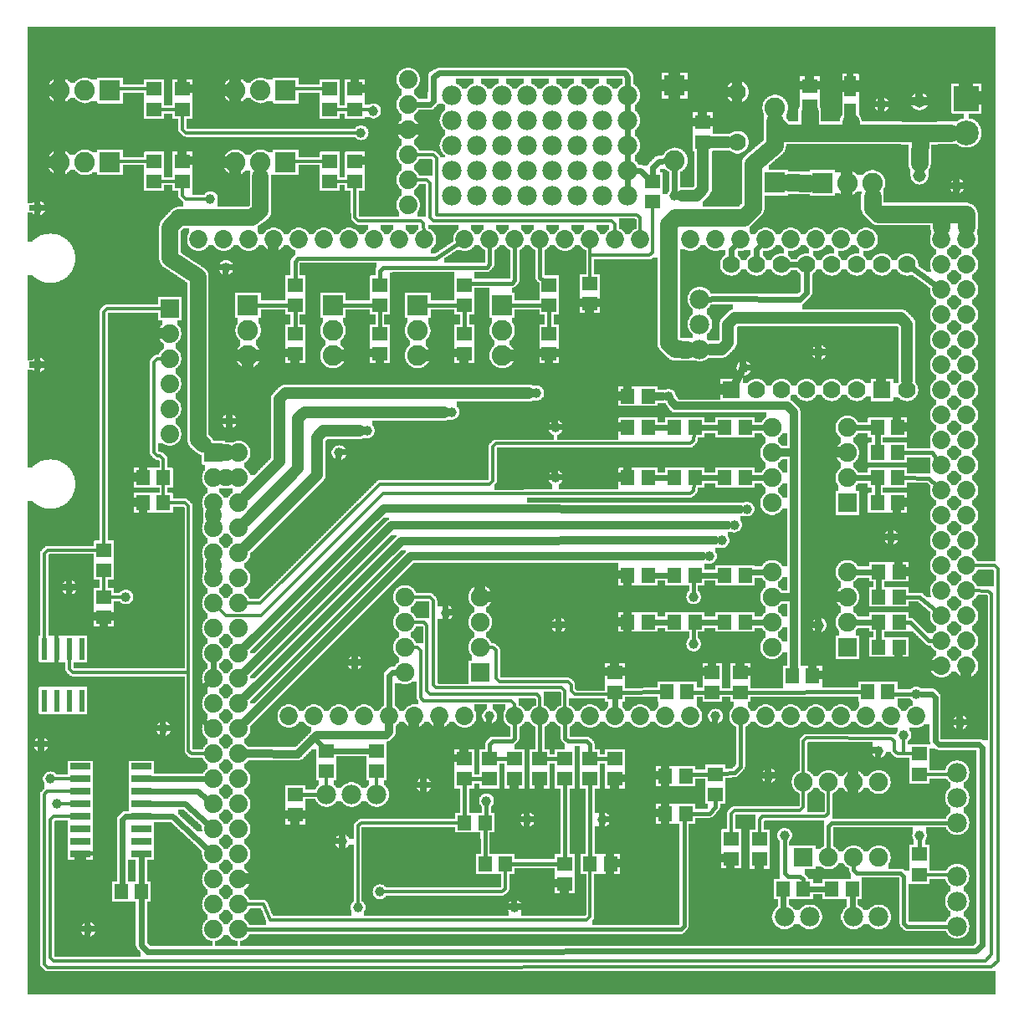
<source format=gtl>
G04 MADE WITH FRITZING*
G04 WWW.FRITZING.ORG*
G04 DOUBLE SIDED*
G04 HOLES PLATED*
G04 CONTOUR ON CENTER OF CONTOUR VECTOR*
%ASAXBY*%
%FSLAX23Y23*%
%MOIN*%
%OFA0B0*%
%SFA1.0B1.0*%
%ADD10C,0.075000*%
%ADD11C,0.039370*%
%ADD12C,0.070000*%
%ADD13C,0.074000*%
%ADD14C,0.078000*%
%ADD15C,0.072917*%
%ADD16C,0.082000*%
%ADD17C,0.051496*%
%ADD18C,0.099055*%
%ADD19R,0.024000X0.087000*%
%ADD20R,0.055118X0.059055*%
%ADD21R,0.047244X0.078740*%
%ADD22R,0.080000X0.026000*%
%ADD23R,0.059055X0.055118*%
%ADD24R,0.075000X0.075000*%
%ADD25R,0.074000X0.074000*%
%ADD26R,0.070000X0.070000*%
%ADD27R,0.082000X0.082000*%
%ADD28R,0.099055X0.099055*%
%ADD29C,0.012000*%
%ADD30C,0.016000*%
%ADD31C,0.032000*%
%ADD32C,0.024000*%
%ADD33C,0.048000*%
%ADD34C,0.065000*%
%LNCOPPER1*%
G90*
G70*
G54D10*
X1061Y3181D03*
X3028Y3150D03*
X2390Y2909D03*
X2708Y2954D03*
X3236Y2825D03*
X2767Y2201D03*
X429Y2679D03*
X1640Y1693D03*
X2977Y1035D03*
X1544Y956D03*
X2091Y799D03*
X3324Y791D03*
X123Y3820D03*
X611Y651D03*
X2469Y1039D03*
X1450Y637D03*
X3612Y424D03*
G54D11*
X207Y1663D03*
X282Y301D03*
X94Y1038D03*
X2157Y1513D03*
X3432Y1013D03*
X3757Y1126D03*
X832Y2938D03*
X1282Y2201D03*
G54D12*
X2869Y3638D03*
X2869Y3438D03*
G54D11*
X157Y801D03*
X132Y901D03*
X1444Y451D03*
X1869Y813D03*
X2332Y738D03*
X1619Y876D03*
X1294Y651D03*
G54D13*
X1557Y3688D03*
X1557Y3588D03*
X1557Y3488D03*
X1557Y3388D03*
X1557Y3288D03*
X1557Y3188D03*
X1557Y3688D03*
X1557Y3588D03*
X1557Y3488D03*
X1557Y3388D03*
X1557Y3288D03*
X1557Y3188D03*
G54D10*
X1844Y1326D03*
X1544Y1326D03*
X1844Y1426D03*
X1544Y1426D03*
X1844Y1526D03*
X1544Y1526D03*
X1844Y1626D03*
X1544Y1626D03*
G54D11*
X432Y1626D03*
X3057Y676D03*
X3582Y1238D03*
G54D10*
X3307Y1426D03*
X3007Y1426D03*
X3307Y1526D03*
X3007Y1526D03*
X3307Y1626D03*
X3007Y1626D03*
X3307Y1726D03*
X3007Y1726D03*
X3307Y2001D03*
X3007Y2001D03*
X3307Y2101D03*
X3007Y2101D03*
X3307Y2201D03*
X3007Y2201D03*
X3307Y2301D03*
X3007Y2301D03*
G54D11*
X2619Y3226D03*
X1732Y2363D03*
X2069Y2438D03*
X1394Y2288D03*
X2807Y1851D03*
X2757Y1788D03*
X2857Y1913D03*
X2907Y1976D03*
X769Y3213D03*
X1369Y3476D03*
X1419Y3563D03*
X3594Y676D03*
X3532Y1076D03*
X2594Y2426D03*
X1357Y388D03*
X1982Y388D03*
X3194Y1513D03*
X1344Y1363D03*
X1882Y1151D03*
X82Y3176D03*
X2994Y913D03*
X582Y1101D03*
X2782Y1151D03*
X1707Y1563D03*
X3744Y3263D03*
X3194Y2601D03*
G54D13*
X607Y2776D03*
X607Y2676D03*
X607Y2576D03*
X607Y2476D03*
X607Y2376D03*
X607Y2276D03*
G54D11*
X2144Y2301D03*
X2144Y2101D03*
X3482Y1863D03*
X844Y2326D03*
G54D12*
X3544Y2951D03*
X3544Y2451D03*
X3444Y2951D03*
X3444Y2451D03*
X3344Y2951D03*
X3344Y2451D03*
X3244Y2951D03*
X3244Y2451D03*
X3144Y2951D03*
X3144Y2451D03*
X3044Y2951D03*
X3044Y2451D03*
X2944Y2951D03*
X2944Y2451D03*
X2844Y2951D03*
X2844Y2451D03*
G54D11*
X3444Y3588D03*
X2032Y738D03*
G54D14*
X1732Y3226D03*
X1732Y3326D03*
X1732Y3426D03*
X1732Y3526D03*
X1732Y3626D03*
X2432Y3226D03*
X2432Y3326D03*
X2432Y3426D03*
X2432Y3526D03*
X2432Y3626D03*
X2232Y3626D03*
X2232Y3526D03*
X2232Y3426D03*
X2032Y3426D03*
X2032Y3626D03*
X2032Y3526D03*
X2032Y3226D03*
X2032Y3326D03*
X1832Y3526D03*
X1832Y3626D03*
X2332Y3226D03*
X1932Y3626D03*
X1932Y3426D03*
X1932Y3226D03*
X1932Y3326D03*
X2332Y3626D03*
X2332Y3526D03*
X2332Y3426D03*
X1832Y3226D03*
X1832Y3326D03*
X2132Y3426D03*
X1932Y3526D03*
X2132Y3226D03*
X2132Y3326D03*
X1432Y838D03*
X1332Y838D03*
X1232Y838D03*
X2132Y3626D03*
X2132Y3526D03*
X2332Y3326D03*
X1832Y3426D03*
X2232Y3226D03*
X2232Y3326D03*
G54D11*
X2894Y2538D03*
X82Y2551D03*
G54D10*
X3132Y588D03*
X3132Y888D03*
X3232Y588D03*
X3232Y888D03*
X3332Y588D03*
X3332Y888D03*
X3432Y588D03*
X3432Y888D03*
G54D13*
X882Y2201D03*
X882Y2101D03*
X882Y2001D03*
X882Y1901D03*
X882Y1801D03*
X882Y1701D03*
X882Y1601D03*
X882Y1501D03*
X882Y1401D03*
X882Y1301D03*
X882Y1201D03*
X882Y1101D03*
X882Y1001D03*
X882Y901D03*
X882Y801D03*
X882Y701D03*
X882Y601D03*
X882Y501D03*
X882Y401D03*
X882Y301D03*
X782Y2201D03*
X782Y2101D03*
X782Y2001D03*
X782Y1901D03*
X782Y1801D03*
X782Y1701D03*
X782Y1601D03*
X782Y1501D03*
X782Y1401D03*
X782Y1301D03*
X782Y1201D03*
X782Y1101D03*
X782Y1001D03*
X782Y901D03*
X782Y801D03*
X782Y701D03*
X782Y601D03*
X782Y501D03*
X782Y401D03*
X782Y301D03*
G54D15*
X2982Y1151D03*
X1382Y1151D03*
X3082Y1151D03*
X3182Y1151D03*
X3282Y1151D03*
X3382Y1151D03*
X3682Y2551D03*
X3482Y1151D03*
X3582Y1151D03*
X1422Y3051D03*
X1982Y1151D03*
X2082Y1151D03*
X2182Y1151D03*
X2282Y1151D03*
X3682Y1751D03*
X2382Y1151D03*
X2482Y1151D03*
X2582Y1151D03*
X2682Y1151D03*
X2182Y3051D03*
X3682Y2951D03*
X3682Y2151D03*
X3682Y1351D03*
X1022Y3051D03*
X1782Y1151D03*
X1782Y3051D03*
X3682Y2751D03*
X3682Y2351D03*
X3682Y1951D03*
X3382Y3051D03*
X3682Y1551D03*
X3282Y3051D03*
X3182Y3051D03*
X3082Y3051D03*
X2982Y3051D03*
X2882Y3051D03*
X2782Y3051D03*
X2682Y3051D03*
X822Y3051D03*
X1222Y3051D03*
X1622Y3051D03*
X1182Y1151D03*
X1582Y1151D03*
X2382Y3051D03*
X1982Y3051D03*
X3682Y3051D03*
X3682Y2851D03*
X3682Y2651D03*
X3682Y2451D03*
X3682Y2251D03*
X3682Y2051D03*
X3682Y1851D03*
X3682Y1651D03*
X3682Y1451D03*
X722Y3051D03*
X922Y3051D03*
X1122Y3051D03*
X1322Y3051D03*
X1522Y3051D03*
X1082Y1151D03*
X1282Y1151D03*
X1482Y1151D03*
X1682Y1151D03*
X2482Y3051D03*
X2282Y3051D03*
X2082Y3051D03*
X1882Y3051D03*
X3782Y3051D03*
X3782Y2951D03*
X3782Y2851D03*
X3782Y2751D03*
X3782Y2651D03*
X3782Y2551D03*
X3782Y2451D03*
X3782Y2351D03*
X3782Y2251D03*
X3782Y2151D03*
X3782Y2051D03*
X3782Y1951D03*
X3782Y1851D03*
X3782Y1751D03*
X3782Y1651D03*
X3782Y1551D03*
X3782Y1451D03*
X3782Y1351D03*
X2882Y1151D03*
G54D16*
X1257Y2788D03*
X1257Y2688D03*
X1257Y2588D03*
X1932Y2788D03*
X1932Y2688D03*
X1932Y2588D03*
X1594Y2788D03*
X1594Y2688D03*
X1594Y2588D03*
X919Y2788D03*
X919Y2688D03*
X919Y2588D03*
G54D14*
X3744Y313D03*
X3744Y413D03*
X3744Y513D03*
X3744Y926D03*
X3744Y826D03*
X3744Y726D03*
X2719Y2813D03*
X2719Y2713D03*
X2719Y2613D03*
X3057Y351D03*
X3157Y351D03*
X3432Y351D03*
X3332Y351D03*
G54D16*
X3207Y3276D03*
X3307Y3276D03*
X3407Y3276D03*
X2619Y3663D03*
X2619Y3365D03*
X3019Y3278D03*
X3019Y3576D03*
G54D17*
X3594Y3305D03*
X3594Y3601D03*
X3594Y3305D03*
X3594Y3601D03*
G54D16*
X369Y3357D03*
X269Y3357D03*
X169Y3357D03*
X1069Y3645D03*
X969Y3645D03*
X869Y3645D03*
X369Y3645D03*
X269Y3645D03*
X169Y3645D03*
X1069Y3357D03*
X969Y3357D03*
X869Y3357D03*
G54D18*
X3782Y3613D03*
X3782Y3476D03*
G54D11*
X2694Y1438D03*
X2694Y1626D03*
G54D19*
X257Y1419D03*
X207Y1419D03*
X157Y1419D03*
X107Y1419D03*
X107Y1213D03*
X157Y1213D03*
X207Y1213D03*
X257Y1213D03*
G54D20*
X2619Y1526D03*
X2700Y1526D03*
X2619Y1713D03*
X2700Y1713D03*
X2619Y2101D03*
X2700Y2101D03*
X2619Y2301D03*
X2700Y2301D03*
X2432Y1526D03*
X2513Y1526D03*
X2432Y1713D03*
X2513Y1713D03*
X2432Y2101D03*
X2513Y2101D03*
X2432Y2301D03*
X2513Y2301D03*
G54D21*
X3319Y3551D03*
X3319Y3661D03*
G54D22*
X252Y951D03*
X252Y901D03*
X252Y851D03*
X252Y801D03*
X252Y751D03*
X252Y701D03*
X252Y651D03*
X252Y601D03*
X494Y601D03*
X494Y651D03*
X494Y701D03*
X494Y751D03*
X494Y801D03*
X494Y851D03*
X494Y901D03*
X494Y951D03*
G54D20*
X414Y451D03*
X494Y451D03*
G54D23*
X344Y1626D03*
X344Y1545D03*
G54D24*
X1844Y1326D03*
X3307Y1426D03*
X3307Y2001D03*
G54D23*
X2532Y3201D03*
X2532Y3281D03*
X3157Y3663D03*
X3157Y3582D03*
X2732Y3519D03*
X2732Y3438D03*
X344Y1813D03*
X344Y1732D03*
G54D20*
X501Y2101D03*
X582Y2101D03*
G54D23*
X1344Y3282D03*
X1344Y3363D03*
X1244Y3570D03*
X1244Y3651D03*
X1344Y3570D03*
X1344Y3651D03*
X1244Y3282D03*
X1244Y3363D03*
X657Y3570D03*
X657Y3651D03*
X544Y3570D03*
X544Y3651D03*
X657Y3282D03*
X657Y3363D03*
X544Y3282D03*
X544Y3363D03*
G54D20*
X3507Y2301D03*
X3426Y2301D03*
X3507Y2001D03*
X3426Y2001D03*
X3507Y2101D03*
X3426Y2101D03*
X3507Y2201D03*
X3426Y2201D03*
X2432Y2426D03*
X2513Y2426D03*
X3513Y1426D03*
X3432Y1426D03*
X3513Y1526D03*
X3432Y1526D03*
X3513Y1626D03*
X3432Y1626D03*
X3513Y1726D03*
X3432Y1726D03*
G54D23*
X1107Y2595D03*
X1107Y2676D03*
X1444Y2595D03*
X1444Y2676D03*
X1782Y2595D03*
X1782Y2676D03*
X2119Y2595D03*
X2119Y2676D03*
X1107Y2869D03*
X1107Y2788D03*
X1444Y2869D03*
X1444Y2788D03*
X1782Y2869D03*
X1782Y2788D03*
X2119Y2869D03*
X2119Y2788D03*
G54D20*
X2819Y2101D03*
X2900Y2101D03*
X2900Y2301D03*
X2819Y2301D03*
X1864Y563D03*
X1944Y563D03*
X2363Y563D03*
X2282Y563D03*
X501Y2001D03*
X582Y2001D03*
X3169Y1313D03*
X3089Y1313D03*
G54D23*
X2769Y1326D03*
X2769Y1245D03*
X2082Y901D03*
X2082Y981D03*
X1232Y932D03*
X1232Y1013D03*
X1107Y757D03*
X1107Y838D03*
X2282Y2795D03*
X2282Y2876D03*
X1982Y901D03*
X1982Y981D03*
G54D20*
X1863Y726D03*
X1782Y726D03*
G54D23*
X1782Y981D03*
X1782Y901D03*
G54D20*
X3469Y1247D03*
X3389Y1247D03*
G54D23*
X2382Y1245D03*
X2382Y1326D03*
X3594Y920D03*
X3594Y1001D03*
G54D20*
X3245Y463D03*
X3326Y463D03*
X3132Y463D03*
X3051Y463D03*
G54D23*
X3594Y520D03*
X3594Y601D03*
X2957Y662D03*
X2957Y581D03*
G54D25*
X607Y2776D03*
G54D26*
X2844Y2451D03*
X3444Y2451D03*
G54D24*
X3132Y588D03*
G54D25*
X782Y2201D03*
G54D27*
X1257Y2788D03*
X1932Y2788D03*
X1594Y2788D03*
X919Y2788D03*
X3207Y3276D03*
X2619Y3664D03*
X3019Y3277D03*
X369Y3357D03*
X1069Y3645D03*
X369Y3645D03*
X1069Y3357D03*
G54D28*
X3782Y3613D03*
G54D20*
X2582Y913D03*
X2663Y913D03*
X2582Y763D03*
X2663Y763D03*
G54D23*
X2844Y582D03*
X2844Y663D03*
X2182Y482D03*
X2182Y563D03*
X1882Y901D03*
X1882Y981D03*
X2182Y901D03*
X2182Y981D03*
X1432Y932D03*
X1432Y1013D03*
X2782Y838D03*
X2782Y919D03*
X2282Y901D03*
X2282Y981D03*
X2382Y901D03*
X2382Y981D03*
G54D20*
X2819Y1526D03*
X2900Y1526D03*
X2900Y1713D03*
X2819Y1713D03*
X2669Y1247D03*
X2589Y1247D03*
G54D23*
X2882Y1245D03*
X2882Y1326D03*
G54D29*
X207Y1338D02*
X220Y1326D01*
D02*
X220Y1326D02*
X682Y1326D01*
D02*
X207Y1381D02*
X207Y1338D01*
D02*
X108Y1800D02*
X120Y1812D01*
D02*
X107Y1457D02*
X108Y1800D01*
D02*
X120Y1812D02*
X320Y1813D01*
G54D12*
D02*
X3320Y3517D02*
X3320Y3476D01*
G54D29*
D02*
X1069Y3363D02*
X1220Y3363D01*
D02*
X1069Y3384D02*
X1069Y3363D01*
D02*
X2282Y2898D02*
X2281Y2988D01*
G54D30*
D02*
X2694Y1526D02*
X2694Y1452D01*
D02*
X2700Y1526D02*
X2694Y1526D01*
G54D29*
D02*
X2382Y1238D02*
X2220Y1238D01*
D02*
X2206Y1251D02*
X2206Y1276D01*
D02*
X2206Y1276D02*
X2194Y1288D01*
D02*
X1907Y1414D02*
X1894Y1426D01*
D02*
X1907Y1301D02*
X1907Y1414D01*
D02*
X1920Y1288D02*
X1907Y1301D01*
D02*
X1894Y1426D02*
X1867Y1426D01*
D02*
X2194Y1288D02*
X1920Y1288D01*
D02*
X2220Y1238D02*
X2206Y1251D01*
D02*
X2382Y1245D02*
X2382Y1238D01*
G54D31*
D02*
X2570Y2426D02*
X2535Y2426D01*
D02*
X3094Y1326D02*
X3094Y1625D01*
D02*
X3089Y1313D02*
X3094Y1326D01*
G54D30*
D02*
X2694Y1713D02*
X2694Y1639D01*
D02*
X2700Y1713D02*
X2694Y1713D01*
G54D32*
D02*
X2535Y2101D02*
X2597Y2101D01*
D02*
X2722Y2101D02*
X2797Y2101D01*
D02*
X2535Y2301D02*
X2597Y2301D01*
D02*
X2722Y2301D02*
X2797Y2301D01*
G54D30*
D02*
X2567Y1247D02*
X2406Y1245D01*
D02*
X2745Y1245D02*
X2691Y1246D01*
D02*
X2858Y1245D02*
X2793Y1245D01*
D02*
X3367Y1247D02*
X2906Y1245D01*
G54D32*
D02*
X2382Y1223D02*
X2382Y1181D01*
G54D12*
D02*
X3018Y3426D02*
X3018Y3513D01*
D02*
X2931Y3351D02*
X3018Y3426D01*
G54D32*
D02*
X2535Y1713D02*
X2597Y1713D01*
D02*
X2797Y1713D02*
X2722Y1713D01*
D02*
X2797Y1526D02*
X2722Y1526D01*
D02*
X2535Y1526D02*
X2597Y1526D01*
G54D12*
D02*
X2931Y3176D02*
X2931Y3351D01*
D02*
X2894Y3139D02*
X2931Y3176D01*
D02*
X3407Y3176D02*
X3407Y3221D01*
D02*
X3781Y3151D02*
X3781Y3103D01*
D02*
X3681Y3151D02*
X3781Y3151D01*
D02*
X3681Y3151D02*
X3432Y3151D01*
D02*
X3432Y3151D02*
X3407Y3176D01*
D02*
X3681Y3103D02*
X3681Y3151D01*
D02*
X3157Y3560D02*
X3156Y3476D01*
G54D33*
D02*
X2832Y3438D02*
X2756Y3438D01*
G54D31*
D02*
X2608Y2405D02*
X2620Y2388D01*
G54D32*
D02*
X432Y751D02*
X460Y751D01*
D02*
X419Y738D02*
X432Y751D01*
G54D29*
D02*
X218Y901D02*
X145Y901D01*
D02*
X218Y801D02*
X170Y801D01*
D02*
X368Y1626D02*
X418Y1626D01*
G54D32*
D02*
X419Y451D02*
X419Y738D01*
D02*
X494Y593D02*
X494Y475D01*
D02*
X414Y451D02*
X419Y451D01*
D02*
X495Y238D02*
X494Y427D01*
D02*
X519Y213D02*
X3819Y214D01*
D02*
X495Y238D02*
X519Y213D01*
D02*
X3645Y1239D02*
X3601Y1238D01*
D02*
X3656Y1226D02*
X3645Y1239D01*
D02*
X3657Y1051D02*
X3656Y1226D01*
D02*
X3819Y214D02*
X3844Y238D01*
D02*
X3670Y1038D02*
X3657Y1051D01*
D02*
X3832Y1038D02*
X3670Y1038D01*
D02*
X3844Y1026D02*
X3832Y1038D01*
D02*
X3844Y238D02*
X3844Y1026D01*
D02*
X1210Y1035D02*
X1182Y1064D01*
G54D30*
D02*
X1207Y838D02*
X1131Y838D01*
D02*
X1970Y1051D02*
X1982Y1063D01*
D02*
X1894Y1051D02*
X1970Y1051D01*
D02*
X1881Y1038D02*
X1894Y1051D01*
D02*
X1982Y1063D02*
X1982Y1126D01*
D02*
X1958Y981D02*
X1906Y981D01*
D02*
X1806Y901D02*
X1858Y901D01*
D02*
X2182Y585D02*
X2182Y879D01*
D02*
X2106Y981D02*
X2158Y981D01*
D02*
X2082Y1126D02*
X2082Y1003D01*
D02*
X1882Y1003D02*
X1881Y1038D01*
D02*
X2194Y1051D02*
X2182Y1063D01*
D02*
X2269Y1051D02*
X2194Y1051D01*
D02*
X2281Y1038D02*
X2269Y1051D01*
D02*
X2182Y1063D02*
X2182Y1126D01*
G54D29*
D02*
X1931Y451D02*
X1458Y451D01*
D02*
X1944Y463D02*
X1931Y451D01*
D02*
X1357Y714D02*
X1357Y402D01*
D02*
X1370Y725D02*
X1357Y714D01*
D02*
X1760Y726D02*
X1370Y725D01*
G54D30*
D02*
X1782Y879D02*
X1782Y750D01*
D02*
X2306Y981D02*
X2358Y981D01*
D02*
X2282Y1003D02*
X2281Y1038D01*
D02*
X2282Y587D02*
X2282Y879D01*
G54D29*
D02*
X1944Y539D02*
X1944Y463D01*
G54D30*
D02*
X1869Y726D02*
X1863Y726D01*
D02*
X1863Y702D02*
X1864Y587D01*
D02*
X1869Y800D02*
X1869Y726D01*
G54D29*
D02*
X1969Y1213D02*
X1856Y1213D01*
D02*
X1595Y1426D02*
X1567Y1426D01*
D02*
X1606Y1413D02*
X1595Y1426D01*
D02*
X1606Y1226D02*
X1606Y1413D01*
D02*
X1619Y1213D02*
X1606Y1226D01*
D02*
X1856Y1213D02*
X1619Y1213D01*
D02*
X1981Y1200D02*
X1969Y1213D01*
D02*
X1982Y1175D02*
X1981Y1200D01*
G54D32*
D02*
X1644Y3588D02*
X1588Y3588D01*
D02*
X1657Y3601D02*
X1644Y3588D01*
D02*
X1657Y3700D02*
X1657Y3601D01*
D02*
X2420Y3714D02*
X1682Y3714D01*
D02*
X2432Y3700D02*
X2420Y3714D01*
D02*
X1682Y3714D02*
X1657Y3700D01*
D02*
X2432Y3656D02*
X2432Y3700D01*
G54D29*
D02*
X1644Y3138D02*
X1644Y3276D01*
D02*
X1644Y3276D02*
X1631Y3289D01*
D02*
X1631Y3289D02*
X1582Y3288D01*
D02*
X1670Y3375D02*
X1657Y3388D01*
D02*
X1657Y3388D02*
X1582Y3388D01*
D02*
X2382Y3113D02*
X2369Y3126D01*
D02*
X2369Y3126D02*
X1657Y3126D01*
D02*
X2482Y3138D02*
X2469Y3150D01*
D02*
X2469Y3150D02*
X1670Y3150D01*
D02*
X1670Y3150D02*
X1670Y3375D01*
D02*
X1657Y3126D02*
X1644Y3138D01*
D02*
X2482Y3075D02*
X2482Y3138D01*
D02*
X2382Y3075D02*
X2382Y3113D01*
D02*
X2082Y1225D02*
X2082Y1175D01*
D02*
X2070Y1238D02*
X2082Y1225D01*
D02*
X1645Y1238D02*
X2070Y1238D01*
D02*
X1620Y1525D02*
X1632Y1513D01*
D02*
X1632Y1513D02*
X1632Y1251D01*
D02*
X1632Y1251D02*
X1645Y1238D01*
D02*
X1567Y1526D02*
X1620Y1525D01*
G54D32*
D02*
X1494Y1325D02*
X1481Y1312D01*
D02*
X1516Y1325D02*
X1494Y1325D01*
D02*
X1481Y1312D02*
X1482Y1181D01*
G54D31*
D02*
X2860Y2478D02*
X2882Y2517D01*
G54D29*
D02*
X2169Y1264D02*
X2182Y1251D01*
D02*
X1669Y1264D02*
X2169Y1264D01*
D02*
X1657Y1276D02*
X1669Y1264D01*
D02*
X1657Y1613D02*
X1657Y1276D01*
D02*
X1645Y1626D02*
X1657Y1613D01*
D02*
X1567Y1626D02*
X1645Y1626D01*
D02*
X2182Y1251D02*
X2182Y1175D01*
G54D32*
D02*
X2432Y3596D02*
X2432Y3556D01*
D02*
X2482Y3326D02*
X2462Y3326D01*
D02*
X2508Y3303D02*
X2482Y3326D01*
G54D33*
D02*
X2732Y3416D02*
X2732Y3251D01*
G54D29*
D02*
X3482Y1063D02*
X3494Y1051D01*
D02*
X3494Y1013D02*
X3507Y1001D01*
D02*
X3507Y1001D02*
X3532Y1001D01*
D02*
X3494Y1051D02*
X3494Y1013D01*
D02*
X3132Y1051D02*
X3145Y1064D01*
D02*
X3570Y1001D02*
X3532Y1001D01*
D02*
X3532Y1001D02*
X3532Y1062D01*
D02*
X3145Y1064D02*
X3482Y1063D01*
D02*
X3132Y911D02*
X3132Y1051D01*
G54D30*
D02*
X3532Y325D02*
X3545Y313D01*
D02*
X3232Y713D02*
X3245Y726D01*
D02*
X3532Y513D02*
X3532Y325D01*
D02*
X3232Y611D02*
X3232Y713D01*
D02*
X3245Y726D02*
X3720Y726D01*
D02*
X3594Y623D02*
X3594Y662D01*
D02*
X3545Y313D02*
X3720Y313D01*
D02*
X3519Y526D02*
X3532Y513D01*
D02*
X3344Y526D02*
X3519Y526D01*
D02*
X3332Y538D02*
X3344Y526D01*
D02*
X3332Y565D02*
X3332Y538D01*
G54D29*
D02*
X3132Y788D02*
X3132Y865D01*
D02*
X3119Y776D02*
X3132Y788D01*
D02*
X2857Y776D02*
X3119Y776D01*
D02*
X2844Y685D02*
X2844Y763D01*
D02*
X2844Y763D02*
X2857Y776D01*
G54D32*
D02*
X719Y1251D02*
X720Y1150D01*
D02*
X720Y1150D02*
X758Y1120D01*
D02*
X782Y1332D02*
X782Y1370D01*
G54D29*
D02*
X582Y2025D02*
X582Y2077D01*
G54D32*
D02*
X758Y1281D02*
X719Y1251D01*
G54D34*
D02*
X835Y2101D02*
X829Y2101D01*
D02*
X835Y2201D02*
X829Y2201D01*
D02*
X782Y1747D02*
X782Y1754D01*
D02*
X782Y1947D02*
X782Y1954D01*
G54D29*
D02*
X3744Y520D02*
X3744Y538D01*
D02*
X3618Y520D02*
X3744Y520D01*
D02*
X3707Y920D02*
X3720Y922D01*
D02*
X3618Y920D02*
X3707Y920D01*
G54D32*
D02*
X3410Y1726D02*
X3335Y1726D01*
D02*
X3432Y1702D02*
X3432Y1650D01*
D02*
X3404Y2301D02*
X3335Y2301D01*
D02*
X3426Y2277D02*
X3426Y2225D01*
G54D31*
D02*
X3094Y1625D02*
X3094Y2201D01*
D02*
X3041Y1625D02*
X3094Y1625D01*
D02*
X3094Y2201D02*
X3041Y2201D01*
G54D32*
D02*
X2532Y3338D02*
X2557Y3363D01*
D02*
X2557Y3363D02*
X2587Y3364D01*
D02*
X2532Y3303D02*
X2532Y3338D01*
D02*
X2619Y3245D02*
X2619Y3333D01*
G54D31*
D02*
X3069Y2388D02*
X3094Y2363D01*
D02*
X3094Y2363D02*
X3094Y2201D01*
D02*
X2620Y2388D02*
X3069Y2388D01*
G54D12*
D02*
X3320Y3476D02*
X3596Y3475D01*
D02*
X3156Y3476D02*
X3320Y3476D01*
D02*
X3595Y3354D02*
X3596Y3475D01*
D02*
X3596Y3475D02*
X3719Y3475D01*
G54D33*
D02*
X2706Y3225D02*
X2649Y3225D01*
D02*
X2732Y3251D02*
X2706Y3225D01*
G54D12*
D02*
X3018Y3513D02*
X3018Y3521D01*
D02*
X3056Y3476D02*
X3018Y3513D01*
D02*
X3156Y3476D02*
X3056Y3476D01*
D02*
X3153Y3276D02*
X3074Y3277D01*
G54D32*
D02*
X2432Y3256D02*
X2432Y3296D01*
D02*
X2432Y3356D02*
X2432Y3396D01*
D02*
X2432Y3456D02*
X2432Y3496D01*
D02*
X2845Y3013D02*
X2861Y3029D01*
D02*
X2944Y3013D02*
X2960Y3029D01*
D02*
X2844Y2977D02*
X2845Y3013D01*
D02*
X2944Y2977D02*
X2944Y3013D01*
G54D29*
D02*
X2281Y2988D02*
X2519Y2988D01*
D02*
X2531Y3000D02*
X2532Y3179D01*
D02*
X2519Y2988D02*
X2531Y3000D01*
D02*
X2282Y3026D02*
X2281Y2988D01*
D02*
X2969Y751D02*
X3219Y751D01*
D02*
X2957Y738D02*
X2969Y751D01*
D02*
X2957Y684D02*
X2957Y738D01*
D02*
X3232Y763D02*
X3232Y865D01*
D02*
X3219Y751D02*
X3232Y763D01*
G54D32*
D02*
X1256Y1013D02*
X1408Y1013D01*
G54D31*
D02*
X1482Y1089D02*
X1470Y1075D01*
D02*
X1482Y1115D02*
X1482Y1089D01*
G54D30*
D02*
X2158Y563D02*
X1966Y563D01*
G54D29*
D02*
X344Y1710D02*
X344Y1648D01*
G54D32*
D02*
X3404Y2101D02*
X3335Y2101D01*
D02*
X3432Y1502D02*
X3432Y1450D01*
D02*
X3410Y1526D02*
X3335Y1526D01*
D02*
X3426Y2077D02*
X3426Y2025D01*
G54D29*
D02*
X1069Y3651D02*
X1220Y3651D01*
D02*
X1069Y3671D02*
X1069Y3651D01*
G54D30*
D02*
X2119Y2698D02*
X2119Y2766D01*
D02*
X1782Y2766D02*
X1782Y2698D01*
D02*
X1621Y2788D02*
X1758Y2788D01*
D02*
X1958Y2788D02*
X2095Y2788D01*
D02*
X2082Y2900D02*
X2095Y2889D01*
D02*
X2082Y3026D02*
X2082Y2900D01*
D02*
X1420Y2788D02*
X1283Y2788D01*
D02*
X1444Y2766D02*
X1444Y2698D01*
D02*
X1083Y2788D02*
X946Y2788D01*
D02*
X1107Y2698D02*
X1107Y2766D01*
G54D33*
D02*
X1145Y2363D02*
X1702Y2363D01*
D02*
X1119Y2338D02*
X1145Y2363D01*
D02*
X1119Y2138D02*
X1119Y2338D01*
D02*
X912Y1930D02*
X1119Y2138D01*
G54D30*
D02*
X1669Y2975D02*
X1761Y3037D01*
D02*
X1119Y2976D02*
X1669Y2975D01*
D02*
X1106Y2963D02*
X1119Y2976D01*
D02*
X1107Y2891D02*
X1106Y2963D01*
D02*
X1870Y2939D02*
X1882Y2951D01*
D02*
X1882Y2951D02*
X1882Y3026D01*
D02*
X1457Y2938D02*
X1870Y2939D01*
D02*
X1444Y2926D02*
X1457Y2938D01*
D02*
X1444Y2891D02*
X1444Y2926D01*
D02*
X1982Y3026D02*
X1982Y2888D01*
D02*
X1782Y2876D02*
X1782Y2869D01*
D02*
X1970Y2876D02*
X1782Y2876D01*
D02*
X1982Y2888D02*
X1970Y2876D01*
G54D33*
D02*
X1045Y2414D02*
X1045Y2164D01*
D02*
X1045Y2164D02*
X912Y2031D01*
D02*
X1069Y2439D02*
X1045Y2414D01*
D02*
X1219Y2289D02*
X1194Y2263D01*
D02*
X1194Y2263D02*
X1194Y2113D01*
D02*
X1194Y2113D02*
X912Y1830D01*
D02*
X1364Y2288D02*
X1219Y2289D01*
D02*
X2039Y2438D02*
X1069Y2439D01*
G54D32*
D02*
X3144Y2838D02*
X3119Y2813D01*
D02*
X2781Y2814D02*
X2749Y2813D01*
G54D33*
D02*
X2832Y2713D02*
X2857Y2739D01*
D02*
X2832Y2638D02*
X2832Y2713D01*
D02*
X2807Y2613D02*
X2832Y2638D01*
D02*
X2857Y2739D02*
X3520Y2739D01*
D02*
X2761Y2613D02*
X2807Y2613D01*
G54D32*
D02*
X3632Y2888D02*
X3566Y2935D01*
D02*
X3658Y2869D02*
X3632Y2888D01*
D02*
X3119Y2813D02*
X2781Y2814D01*
D02*
X3144Y2925D02*
X3144Y2838D01*
G54D33*
D02*
X3545Y2713D02*
X3544Y2488D01*
D02*
X3520Y2739D02*
X3545Y2713D01*
G54D30*
D02*
X2857Y925D02*
X2881Y950D01*
D02*
X2881Y950D02*
X2882Y1126D01*
D02*
X2806Y921D02*
X2857Y925D01*
D02*
X2782Y789D02*
X2782Y816D01*
D02*
X2757Y763D02*
X2782Y789D01*
D02*
X2685Y763D02*
X2757Y763D01*
D02*
X2663Y919D02*
X2663Y913D01*
D02*
X2758Y919D02*
X2663Y919D01*
G54D29*
D02*
X557Y2575D02*
X544Y2563D01*
D02*
X569Y2188D02*
X582Y2175D01*
D02*
X557Y2188D02*
X569Y2188D01*
D02*
X582Y2175D02*
X582Y2125D01*
D02*
X544Y2201D02*
X557Y2188D01*
D02*
X544Y2563D02*
X544Y2201D01*
D02*
X581Y2576D02*
X557Y2575D01*
D02*
X357Y2776D02*
X345Y2763D01*
D02*
X345Y2763D02*
X344Y1835D01*
G54D34*
D02*
X607Y3100D02*
X645Y3138D01*
D02*
X720Y2251D02*
X720Y2901D01*
D02*
X720Y2901D02*
X606Y2976D01*
D02*
X645Y3138D02*
X933Y3138D01*
D02*
X741Y2234D02*
X720Y2251D01*
D02*
X606Y2976D02*
X607Y3100D01*
G54D29*
D02*
X581Y2776D02*
X357Y2776D01*
G54D34*
D02*
X969Y3164D02*
X969Y3303D01*
D02*
X933Y3138D02*
X969Y3164D01*
G54D29*
D02*
X1356Y3476D02*
X670Y3476D01*
D02*
X657Y3488D02*
X657Y3548D01*
D02*
X670Y3476D02*
X657Y3488D01*
D02*
X369Y3651D02*
X369Y3671D01*
D02*
X520Y3651D02*
X369Y3651D01*
D02*
X568Y3570D02*
X633Y3570D01*
D02*
X657Y3225D02*
X657Y3260D01*
D02*
X670Y3213D02*
X657Y3225D01*
D02*
X756Y3213D02*
X670Y3213D01*
D02*
X369Y3363D02*
X369Y3384D01*
D02*
X520Y3363D02*
X369Y3363D01*
D02*
X633Y3282D02*
X568Y3282D01*
D02*
X1419Y3570D02*
X1419Y3577D01*
D02*
X1368Y3570D02*
X1419Y3570D01*
D02*
X1320Y3570D02*
X1268Y3570D01*
D02*
X1619Y3114D02*
X1621Y3075D01*
D02*
X1607Y3126D02*
X1619Y3114D01*
D02*
X1357Y3126D02*
X1607Y3126D01*
D02*
X1345Y3138D02*
X1357Y3126D01*
D02*
X1344Y3260D02*
X1345Y3138D01*
D02*
X1268Y3282D02*
X1320Y3282D01*
G54D32*
D02*
X3118Y2951D02*
X3070Y2951D01*
D02*
X2978Y2301D02*
X2922Y2301D01*
D02*
X2978Y2101D02*
X2922Y2101D01*
G54D30*
D02*
X3494Y1239D02*
X3568Y1238D01*
D02*
X3491Y1239D02*
X3494Y1239D01*
G54D32*
D02*
X3326Y351D02*
X3302Y351D01*
D02*
X3326Y439D02*
X3326Y351D01*
G54D31*
D02*
X2732Y1788D02*
X1569Y1788D01*
D02*
X1530Y1849D02*
X2782Y1851D01*
D02*
X908Y1227D02*
X1530Y1849D01*
G54D32*
D02*
X3223Y463D02*
X3154Y463D01*
G54D29*
D02*
X1457Y2038D02*
X2682Y2039D01*
D02*
X2694Y2050D02*
X2697Y2077D01*
D02*
X2682Y2039D02*
X2694Y2050D01*
D02*
X970Y1551D02*
X1457Y2038D01*
D02*
X931Y1551D02*
X970Y1551D01*
D02*
X832Y1551D02*
X931Y1551D01*
D02*
X807Y1576D02*
X832Y1551D01*
D02*
X800Y1583D02*
X807Y1576D01*
G54D12*
D02*
X2620Y3138D02*
X2894Y3139D01*
D02*
X2594Y3113D02*
X2620Y3138D01*
D02*
X2595Y2639D02*
X2594Y3113D01*
D02*
X2620Y2614D02*
X2595Y2639D01*
D02*
X2667Y2613D02*
X2620Y2614D01*
G54D32*
D02*
X619Y751D02*
X529Y751D01*
D02*
X759Y622D02*
X619Y751D01*
D02*
X669Y801D02*
X529Y801D01*
D02*
X759Y721D02*
X669Y801D01*
D02*
X719Y851D02*
X529Y851D01*
D02*
X758Y820D02*
X719Y851D01*
D02*
X751Y901D02*
X529Y901D01*
G54D30*
D02*
X3632Y2100D02*
X3529Y2101D01*
D02*
X3664Y2068D02*
X3632Y2100D01*
D02*
X3644Y2201D02*
X3667Y2170D01*
D02*
X3529Y2201D02*
X3644Y2201D01*
G54D29*
D02*
X1232Y863D02*
X1232Y910D01*
D02*
X132Y188D02*
X145Y175D01*
D02*
X132Y738D02*
X132Y188D01*
D02*
X144Y751D02*
X132Y738D01*
D02*
X218Y751D02*
X144Y751D01*
D02*
X3857Y176D02*
X3882Y201D01*
D02*
X3882Y1638D02*
X3869Y1650D01*
D02*
X145Y175D02*
X3857Y176D01*
D02*
X3882Y201D02*
X3882Y1638D01*
D02*
X3869Y1650D02*
X3807Y1651D01*
D02*
X119Y851D02*
X107Y838D01*
D02*
X107Y838D02*
X107Y163D01*
D02*
X218Y851D02*
X119Y851D01*
D02*
X107Y163D02*
X120Y150D01*
D02*
X982Y401D02*
X1006Y339D01*
D02*
X1006Y339D02*
X1031Y339D01*
D02*
X907Y401D02*
X982Y401D01*
D02*
X2269Y339D02*
X2282Y351D01*
D02*
X1031Y339D02*
X2269Y339D01*
G54D30*
D02*
X2656Y314D02*
X2645Y301D01*
D02*
X2657Y763D02*
X2656Y314D01*
D02*
X2663Y763D02*
X2657Y763D01*
D02*
X2645Y301D02*
X907Y301D01*
G54D29*
D02*
X3882Y151D02*
X3907Y176D01*
D02*
X3907Y1738D02*
X3895Y1751D01*
D02*
X120Y150D02*
X3882Y151D01*
D02*
X3907Y176D02*
X3906Y1738D01*
D02*
X3895Y1751D02*
X3807Y1751D01*
D02*
X669Y2001D02*
X682Y1988D01*
D02*
X682Y1326D02*
X682Y1013D01*
D02*
X682Y1988D02*
X682Y1326D01*
D02*
X604Y2001D02*
X669Y2001D01*
D02*
X694Y1001D02*
X756Y1001D01*
D02*
X682Y1013D02*
X694Y1001D01*
G54D31*
D02*
X1461Y1980D02*
X2882Y1976D01*
D02*
X908Y1427D02*
X1461Y1980D01*
D02*
X908Y1127D02*
X1569Y1788D01*
D02*
X1492Y1911D02*
X2832Y1913D01*
D02*
X908Y1327D02*
X1492Y1911D01*
G54D30*
D02*
X3594Y1626D02*
X3535Y1626D01*
D02*
X3663Y1567D02*
X3594Y1626D01*
D02*
X3632Y1451D02*
X3556Y1525D01*
D02*
X3556Y1525D02*
X3535Y1525D01*
D02*
X3657Y1451D02*
X3632Y1451D01*
G54D29*
D02*
X1894Y2226D02*
X1906Y2238D01*
D02*
X1882Y2076D02*
X1894Y2088D01*
D02*
X1894Y2088D02*
X1894Y2226D01*
D02*
X1906Y2238D02*
X2681Y2238D01*
D02*
X1445Y2076D02*
X1882Y2076D01*
D02*
X2694Y2250D02*
X2697Y2277D01*
D02*
X2681Y2238D02*
X2694Y2250D01*
D02*
X969Y1601D02*
X1445Y2076D01*
D02*
X907Y1601D02*
X969Y1601D01*
G54D31*
D02*
X1119Y1000D02*
X919Y1001D01*
D02*
X1194Y1075D02*
X1182Y1064D01*
D02*
X1182Y1064D02*
X1119Y1000D01*
D02*
X1470Y1075D02*
X1194Y1075D01*
G54D32*
D02*
X3051Y351D02*
X3051Y439D01*
D02*
X3027Y351D02*
X3051Y351D01*
G54D30*
D02*
X3056Y525D02*
X3057Y662D01*
D02*
X3070Y513D02*
X3056Y525D01*
D02*
X3119Y513D02*
X3070Y513D01*
D02*
X3132Y501D02*
X3119Y513D01*
D02*
X3132Y487D02*
X3132Y501D01*
G54D29*
D02*
X1432Y863D02*
X1432Y910D01*
D02*
X2282Y351D02*
X2282Y539D01*
G54D32*
D02*
X2922Y1526D02*
X2978Y1526D01*
D02*
X2900Y1726D02*
X2978Y1726D01*
D02*
X2900Y1713D02*
X2900Y1726D01*
G36*
X1746Y3691D02*
X1746Y3671D01*
X1752Y3671D01*
X1752Y3669D01*
X1756Y3669D01*
X1756Y3667D01*
X1760Y3667D01*
X1760Y3665D01*
X1762Y3665D01*
X1762Y3663D01*
X1764Y3663D01*
X1764Y3661D01*
X1766Y3661D01*
X1766Y3659D01*
X1768Y3659D01*
X1768Y3657D01*
X1770Y3657D01*
X1770Y3655D01*
X1772Y3655D01*
X1772Y3653D01*
X1792Y3653D01*
X1792Y3655D01*
X1794Y3655D01*
X1794Y3657D01*
X1796Y3657D01*
X1796Y3659D01*
X1798Y3659D01*
X1798Y3661D01*
X1800Y3661D01*
X1800Y3663D01*
X1802Y3663D01*
X1802Y3665D01*
X1804Y3665D01*
X1804Y3667D01*
X1808Y3667D01*
X1808Y3669D01*
X1812Y3669D01*
X1812Y3671D01*
X1816Y3671D01*
X1816Y3691D01*
X1746Y3691D01*
G37*
D02*
G36*
X1846Y3691D02*
X1846Y3671D01*
X1852Y3671D01*
X1852Y3669D01*
X1856Y3669D01*
X1856Y3667D01*
X1860Y3667D01*
X1860Y3665D01*
X1862Y3665D01*
X1862Y3663D01*
X1864Y3663D01*
X1864Y3661D01*
X1866Y3661D01*
X1866Y3659D01*
X1868Y3659D01*
X1868Y3657D01*
X1870Y3657D01*
X1870Y3655D01*
X1872Y3655D01*
X1872Y3653D01*
X1892Y3653D01*
X1892Y3655D01*
X1894Y3655D01*
X1894Y3657D01*
X1896Y3657D01*
X1896Y3659D01*
X1898Y3659D01*
X1898Y3661D01*
X1900Y3661D01*
X1900Y3663D01*
X1902Y3663D01*
X1902Y3665D01*
X1904Y3665D01*
X1904Y3667D01*
X1908Y3667D01*
X1908Y3669D01*
X1912Y3669D01*
X1912Y3671D01*
X1916Y3671D01*
X1916Y3691D01*
X1846Y3691D01*
G37*
D02*
G36*
X1946Y3691D02*
X1946Y3671D01*
X1952Y3671D01*
X1952Y3669D01*
X1956Y3669D01*
X1956Y3667D01*
X1960Y3667D01*
X1960Y3665D01*
X1962Y3665D01*
X1962Y3663D01*
X1964Y3663D01*
X1964Y3661D01*
X1966Y3661D01*
X1966Y3659D01*
X1968Y3659D01*
X1968Y3657D01*
X1970Y3657D01*
X1970Y3655D01*
X1972Y3655D01*
X1972Y3653D01*
X1992Y3653D01*
X1992Y3655D01*
X1994Y3655D01*
X1994Y3657D01*
X1996Y3657D01*
X1996Y3659D01*
X1998Y3659D01*
X1998Y3661D01*
X2000Y3661D01*
X2000Y3663D01*
X2002Y3663D01*
X2002Y3665D01*
X2004Y3665D01*
X2004Y3667D01*
X2008Y3667D01*
X2008Y3669D01*
X2012Y3669D01*
X2012Y3671D01*
X2016Y3671D01*
X2016Y3691D01*
X1946Y3691D01*
G37*
D02*
G36*
X2046Y3691D02*
X2046Y3671D01*
X2052Y3671D01*
X2052Y3669D01*
X2056Y3669D01*
X2056Y3667D01*
X2060Y3667D01*
X2060Y3665D01*
X2062Y3665D01*
X2062Y3663D01*
X2064Y3663D01*
X2064Y3661D01*
X2066Y3661D01*
X2066Y3659D01*
X2068Y3659D01*
X2068Y3657D01*
X2070Y3657D01*
X2070Y3655D01*
X2072Y3655D01*
X2072Y3653D01*
X2092Y3653D01*
X2092Y3655D01*
X2094Y3655D01*
X2094Y3657D01*
X2096Y3657D01*
X2096Y3659D01*
X2098Y3659D01*
X2098Y3661D01*
X2100Y3661D01*
X2100Y3663D01*
X2102Y3663D01*
X2102Y3665D01*
X2104Y3665D01*
X2104Y3667D01*
X2108Y3667D01*
X2108Y3669D01*
X2112Y3669D01*
X2112Y3671D01*
X2116Y3671D01*
X2116Y3691D01*
X2046Y3691D01*
G37*
D02*
G36*
X2146Y3691D02*
X2146Y3671D01*
X2152Y3671D01*
X2152Y3669D01*
X2156Y3669D01*
X2156Y3667D01*
X2160Y3667D01*
X2160Y3665D01*
X2162Y3665D01*
X2162Y3663D01*
X2164Y3663D01*
X2164Y3661D01*
X2166Y3661D01*
X2166Y3659D01*
X2168Y3659D01*
X2168Y3657D01*
X2170Y3657D01*
X2170Y3655D01*
X2172Y3655D01*
X2172Y3653D01*
X2192Y3653D01*
X2192Y3655D01*
X2194Y3655D01*
X2194Y3657D01*
X2196Y3657D01*
X2196Y3659D01*
X2198Y3659D01*
X2198Y3661D01*
X2200Y3661D01*
X2200Y3663D01*
X2202Y3663D01*
X2202Y3665D01*
X2204Y3665D01*
X2204Y3667D01*
X2208Y3667D01*
X2208Y3669D01*
X2212Y3669D01*
X2212Y3671D01*
X2216Y3671D01*
X2216Y3691D01*
X2146Y3691D01*
G37*
D02*
G36*
X2246Y3691D02*
X2246Y3671D01*
X2252Y3671D01*
X2252Y3669D01*
X2256Y3669D01*
X2256Y3667D01*
X2260Y3667D01*
X2260Y3665D01*
X2262Y3665D01*
X2262Y3663D01*
X2264Y3663D01*
X2264Y3661D01*
X2266Y3661D01*
X2266Y3659D01*
X2268Y3659D01*
X2268Y3657D01*
X2270Y3657D01*
X2270Y3655D01*
X2272Y3655D01*
X2272Y3653D01*
X2292Y3653D01*
X2292Y3655D01*
X2294Y3655D01*
X2294Y3657D01*
X2296Y3657D01*
X2296Y3659D01*
X2298Y3659D01*
X2298Y3661D01*
X2300Y3661D01*
X2300Y3663D01*
X2302Y3663D01*
X2302Y3665D01*
X2304Y3665D01*
X2304Y3667D01*
X2308Y3667D01*
X2308Y3669D01*
X2312Y3669D01*
X2312Y3671D01*
X2316Y3671D01*
X2316Y3691D01*
X2246Y3691D01*
G37*
D02*
G36*
X2346Y3691D02*
X2346Y3671D01*
X2352Y3671D01*
X2352Y3669D01*
X2356Y3669D01*
X2356Y3667D01*
X2360Y3667D01*
X2360Y3665D01*
X2362Y3665D01*
X2362Y3663D01*
X2364Y3663D01*
X2364Y3661D01*
X2366Y3661D01*
X2366Y3659D01*
X2368Y3659D01*
X2368Y3657D01*
X2370Y3657D01*
X2370Y3655D01*
X2372Y3655D01*
X2372Y3653D01*
X2392Y3653D01*
X2392Y3655D01*
X2394Y3655D01*
X2394Y3657D01*
X2396Y3657D01*
X2396Y3659D01*
X2398Y3659D01*
X2398Y3661D01*
X2400Y3661D01*
X2400Y3663D01*
X2402Y3663D01*
X2402Y3665D01*
X2404Y3665D01*
X2404Y3667D01*
X2408Y3667D01*
X2408Y3669D01*
X2410Y3669D01*
X2410Y3691D01*
X2346Y3691D01*
G37*
D02*
G36*
X1676Y3593D02*
X1676Y3589D01*
X1674Y3589D01*
X1674Y3587D01*
X1672Y3587D01*
X1672Y3585D01*
X1670Y3585D01*
X1670Y3583D01*
X1668Y3583D01*
X1668Y3581D01*
X1666Y3581D01*
X1666Y3579D01*
X1664Y3579D01*
X1664Y3577D01*
X1662Y3577D01*
X1662Y3575D01*
X1660Y3575D01*
X1660Y3573D01*
X1658Y3573D01*
X1658Y3571D01*
X1656Y3571D01*
X1656Y3569D01*
X1652Y3569D01*
X1652Y3567D01*
X1598Y3567D01*
X1598Y3565D01*
X1596Y3565D01*
X1596Y3561D01*
X1594Y3561D01*
X1594Y3559D01*
X1592Y3559D01*
X1592Y3555D01*
X1588Y3555D01*
X1588Y3553D01*
X1586Y3553D01*
X1586Y3551D01*
X1584Y3551D01*
X1584Y3549D01*
X1580Y3549D01*
X1580Y3529D01*
X1582Y3529D01*
X1582Y3527D01*
X1584Y3527D01*
X1584Y3525D01*
X1586Y3525D01*
X1586Y3523D01*
X1590Y3523D01*
X1590Y3521D01*
X1592Y3521D01*
X1592Y3517D01*
X1594Y3517D01*
X1594Y3515D01*
X1596Y3515D01*
X1596Y3513D01*
X1598Y3513D01*
X1598Y3509D01*
X1600Y3509D01*
X1600Y3503D01*
X1602Y3503D01*
X1602Y3497D01*
X1604Y3497D01*
X1604Y3479D01*
X1602Y3479D01*
X1602Y3473D01*
X1600Y3473D01*
X1600Y3467D01*
X1598Y3467D01*
X1598Y3465D01*
X1596Y3465D01*
X1596Y3461D01*
X1594Y3461D01*
X1594Y3459D01*
X1592Y3459D01*
X1592Y3455D01*
X1588Y3455D01*
X1588Y3453D01*
X1586Y3453D01*
X1586Y3451D01*
X1584Y3451D01*
X1584Y3449D01*
X1580Y3449D01*
X1580Y3429D01*
X1582Y3429D01*
X1582Y3427D01*
X1584Y3427D01*
X1584Y3425D01*
X1586Y3425D01*
X1586Y3423D01*
X1590Y3423D01*
X1590Y3421D01*
X1592Y3421D01*
X1592Y3417D01*
X1594Y3417D01*
X1594Y3415D01*
X1596Y3415D01*
X1596Y3413D01*
X1598Y3413D01*
X1598Y3409D01*
X1600Y3409D01*
X1600Y3405D01*
X1658Y3405D01*
X1658Y3403D01*
X1664Y3403D01*
X1664Y3401D01*
X1668Y3401D01*
X1668Y3399D01*
X1670Y3399D01*
X1670Y3397D01*
X1672Y3397D01*
X1672Y3395D01*
X1674Y3395D01*
X1674Y3393D01*
X1676Y3393D01*
X1676Y3391D01*
X1678Y3391D01*
X1678Y3389D01*
X1680Y3389D01*
X1680Y3387D01*
X1682Y3387D01*
X1682Y3385D01*
X1684Y3385D01*
X1684Y3379D01*
X1704Y3379D01*
X1704Y3387D01*
X1700Y3387D01*
X1700Y3389D01*
X1698Y3389D01*
X1698Y3391D01*
X1696Y3391D01*
X1696Y3393D01*
X1694Y3393D01*
X1694Y3397D01*
X1692Y3397D01*
X1692Y3399D01*
X1690Y3399D01*
X1690Y3403D01*
X1688Y3403D01*
X1688Y3407D01*
X1686Y3407D01*
X1686Y3413D01*
X1684Y3413D01*
X1684Y3423D01*
X1682Y3423D01*
X1682Y3427D01*
X1684Y3427D01*
X1684Y3439D01*
X1686Y3439D01*
X1686Y3445D01*
X1688Y3445D01*
X1688Y3449D01*
X1690Y3449D01*
X1690Y3453D01*
X1692Y3453D01*
X1692Y3455D01*
X1694Y3455D01*
X1694Y3457D01*
X1696Y3457D01*
X1696Y3459D01*
X1698Y3459D01*
X1698Y3461D01*
X1700Y3461D01*
X1700Y3463D01*
X1702Y3463D01*
X1702Y3465D01*
X1704Y3465D01*
X1704Y3487D01*
X1700Y3487D01*
X1700Y3489D01*
X1698Y3489D01*
X1698Y3491D01*
X1696Y3491D01*
X1696Y3493D01*
X1694Y3493D01*
X1694Y3497D01*
X1692Y3497D01*
X1692Y3499D01*
X1690Y3499D01*
X1690Y3503D01*
X1688Y3503D01*
X1688Y3507D01*
X1686Y3507D01*
X1686Y3513D01*
X1684Y3513D01*
X1684Y3523D01*
X1682Y3523D01*
X1682Y3527D01*
X1684Y3527D01*
X1684Y3539D01*
X1686Y3539D01*
X1686Y3545D01*
X1688Y3545D01*
X1688Y3549D01*
X1690Y3549D01*
X1690Y3553D01*
X1692Y3553D01*
X1692Y3555D01*
X1694Y3555D01*
X1694Y3557D01*
X1696Y3557D01*
X1696Y3559D01*
X1698Y3559D01*
X1698Y3561D01*
X1700Y3561D01*
X1700Y3563D01*
X1702Y3563D01*
X1702Y3565D01*
X1704Y3565D01*
X1704Y3587D01*
X1700Y3587D01*
X1700Y3589D01*
X1698Y3589D01*
X1698Y3591D01*
X1696Y3591D01*
X1696Y3593D01*
X1676Y3593D01*
G37*
D02*
G36*
X1600Y3373D02*
X1600Y3367D01*
X1598Y3367D01*
X1598Y3365D01*
X1596Y3365D01*
X1596Y3361D01*
X1594Y3361D01*
X1594Y3359D01*
X1592Y3359D01*
X1592Y3355D01*
X1588Y3355D01*
X1588Y3353D01*
X1586Y3353D01*
X1586Y3351D01*
X1584Y3351D01*
X1584Y3349D01*
X1580Y3349D01*
X1580Y3329D01*
X1582Y3329D01*
X1582Y3327D01*
X1584Y3327D01*
X1584Y3325D01*
X1586Y3325D01*
X1586Y3323D01*
X1590Y3323D01*
X1590Y3321D01*
X1592Y3321D01*
X1592Y3317D01*
X1594Y3317D01*
X1594Y3315D01*
X1596Y3315D01*
X1596Y3313D01*
X1598Y3313D01*
X1598Y3309D01*
X1600Y3309D01*
X1600Y3305D01*
X1654Y3305D01*
X1654Y3369D01*
X1652Y3369D01*
X1652Y3371D01*
X1650Y3371D01*
X1650Y3373D01*
X1600Y3373D01*
G37*
D02*
G36*
X1120Y3347D02*
X1120Y3307D01*
X1012Y3307D01*
X1012Y3245D01*
X1204Y3245D01*
X1204Y3347D01*
X1120Y3347D01*
G37*
D02*
G36*
X1284Y3267D02*
X1284Y3245D01*
X1304Y3245D01*
X1304Y3267D01*
X1284Y3267D01*
G37*
D02*
G36*
X1012Y3245D02*
X1012Y3243D01*
X1328Y3243D01*
X1328Y3245D01*
X1012Y3245D01*
G37*
D02*
G36*
X1012Y3245D02*
X1012Y3243D01*
X1328Y3243D01*
X1328Y3245D01*
X1012Y3245D01*
G37*
D02*
G36*
X1012Y3243D02*
X1012Y3157D01*
X1010Y3157D01*
X1010Y3149D01*
X1008Y3149D01*
X1008Y3145D01*
X1006Y3145D01*
X1006Y3141D01*
X1004Y3141D01*
X1004Y3139D01*
X1002Y3139D01*
X1002Y3135D01*
X1000Y3135D01*
X1000Y3133D01*
X998Y3133D01*
X998Y3131D01*
X994Y3131D01*
X994Y3129D01*
X992Y3129D01*
X992Y3127D01*
X990Y3127D01*
X990Y3125D01*
X986Y3125D01*
X986Y3123D01*
X984Y3123D01*
X984Y3121D01*
X980Y3121D01*
X980Y3119D01*
X978Y3119D01*
X978Y3117D01*
X976Y3117D01*
X976Y3115D01*
X972Y3115D01*
X972Y3113D01*
X970Y3113D01*
X970Y3111D01*
X966Y3111D01*
X966Y3109D01*
X964Y3109D01*
X964Y3107D01*
X962Y3107D01*
X962Y3105D01*
X958Y3105D01*
X958Y3103D01*
X956Y3103D01*
X956Y3097D01*
X1332Y3097D01*
X1332Y3095D01*
X1338Y3095D01*
X1338Y3093D01*
X1342Y3093D01*
X1342Y3091D01*
X1346Y3091D01*
X1346Y3089D01*
X1350Y3089D01*
X1350Y3087D01*
X1352Y3087D01*
X1352Y3085D01*
X1354Y3085D01*
X1354Y3083D01*
X1356Y3083D01*
X1356Y3081D01*
X1358Y3081D01*
X1358Y3079D01*
X1360Y3079D01*
X1360Y3075D01*
X1362Y3075D01*
X1362Y3073D01*
X1382Y3073D01*
X1382Y3075D01*
X1384Y3075D01*
X1384Y3079D01*
X1386Y3079D01*
X1386Y3081D01*
X1388Y3081D01*
X1388Y3083D01*
X1390Y3083D01*
X1390Y3085D01*
X1392Y3085D01*
X1392Y3087D01*
X1394Y3087D01*
X1394Y3089D01*
X1398Y3089D01*
X1398Y3109D01*
X1354Y3109D01*
X1354Y3111D01*
X1350Y3111D01*
X1350Y3113D01*
X1346Y3113D01*
X1346Y3115D01*
X1344Y3115D01*
X1344Y3117D01*
X1342Y3117D01*
X1342Y3119D01*
X1340Y3119D01*
X1340Y3121D01*
X1338Y3121D01*
X1338Y3123D01*
X1336Y3123D01*
X1336Y3125D01*
X1334Y3125D01*
X1334Y3127D01*
X1332Y3127D01*
X1332Y3131D01*
X1330Y3131D01*
X1330Y3155D01*
X1328Y3155D01*
X1328Y3243D01*
X1012Y3243D01*
G37*
D02*
G36*
X956Y3097D02*
X956Y3081D01*
X958Y3081D01*
X958Y3079D01*
X960Y3079D01*
X960Y3075D01*
X962Y3075D01*
X962Y3073D01*
X982Y3073D01*
X982Y3075D01*
X984Y3075D01*
X984Y3079D01*
X986Y3079D01*
X986Y3081D01*
X988Y3081D01*
X988Y3083D01*
X990Y3083D01*
X990Y3085D01*
X992Y3085D01*
X992Y3087D01*
X994Y3087D01*
X994Y3089D01*
X998Y3089D01*
X998Y3091D01*
X1002Y3091D01*
X1002Y3093D01*
X1006Y3093D01*
X1006Y3095D01*
X1012Y3095D01*
X1012Y3097D01*
X956Y3097D01*
G37*
D02*
G36*
X1032Y3097D02*
X1032Y3095D01*
X1038Y3095D01*
X1038Y3093D01*
X1042Y3093D01*
X1042Y3091D01*
X1046Y3091D01*
X1046Y3089D01*
X1050Y3089D01*
X1050Y3087D01*
X1052Y3087D01*
X1052Y3085D01*
X1054Y3085D01*
X1054Y3083D01*
X1056Y3083D01*
X1056Y3081D01*
X1058Y3081D01*
X1058Y3079D01*
X1060Y3079D01*
X1060Y3075D01*
X1062Y3075D01*
X1062Y3073D01*
X1082Y3073D01*
X1082Y3075D01*
X1084Y3075D01*
X1084Y3079D01*
X1086Y3079D01*
X1086Y3081D01*
X1088Y3081D01*
X1088Y3083D01*
X1090Y3083D01*
X1090Y3085D01*
X1092Y3085D01*
X1092Y3087D01*
X1094Y3087D01*
X1094Y3089D01*
X1098Y3089D01*
X1098Y3091D01*
X1102Y3091D01*
X1102Y3093D01*
X1106Y3093D01*
X1106Y3095D01*
X1112Y3095D01*
X1112Y3097D01*
X1032Y3097D01*
G37*
D02*
G36*
X1132Y3097D02*
X1132Y3095D01*
X1138Y3095D01*
X1138Y3093D01*
X1142Y3093D01*
X1142Y3091D01*
X1146Y3091D01*
X1146Y3089D01*
X1150Y3089D01*
X1150Y3087D01*
X1152Y3087D01*
X1152Y3085D01*
X1154Y3085D01*
X1154Y3083D01*
X1156Y3083D01*
X1156Y3081D01*
X1158Y3081D01*
X1158Y3079D01*
X1160Y3079D01*
X1160Y3075D01*
X1162Y3075D01*
X1162Y3073D01*
X1182Y3073D01*
X1182Y3075D01*
X1184Y3075D01*
X1184Y3079D01*
X1186Y3079D01*
X1186Y3081D01*
X1188Y3081D01*
X1188Y3083D01*
X1190Y3083D01*
X1190Y3085D01*
X1192Y3085D01*
X1192Y3087D01*
X1194Y3087D01*
X1194Y3089D01*
X1198Y3089D01*
X1198Y3091D01*
X1202Y3091D01*
X1202Y3093D01*
X1206Y3093D01*
X1206Y3095D01*
X1212Y3095D01*
X1212Y3097D01*
X1132Y3097D01*
G37*
D02*
G36*
X1232Y3097D02*
X1232Y3095D01*
X1238Y3095D01*
X1238Y3093D01*
X1242Y3093D01*
X1242Y3091D01*
X1246Y3091D01*
X1246Y3089D01*
X1250Y3089D01*
X1250Y3087D01*
X1252Y3087D01*
X1252Y3085D01*
X1254Y3085D01*
X1254Y3083D01*
X1256Y3083D01*
X1256Y3081D01*
X1258Y3081D01*
X1258Y3079D01*
X1260Y3079D01*
X1260Y3075D01*
X1262Y3075D01*
X1262Y3073D01*
X1282Y3073D01*
X1282Y3075D01*
X1284Y3075D01*
X1284Y3079D01*
X1286Y3079D01*
X1286Y3081D01*
X1288Y3081D01*
X1288Y3083D01*
X1290Y3083D01*
X1290Y3085D01*
X1292Y3085D01*
X1292Y3087D01*
X1294Y3087D01*
X1294Y3089D01*
X1298Y3089D01*
X1298Y3091D01*
X1302Y3091D01*
X1302Y3093D01*
X1306Y3093D01*
X1306Y3095D01*
X1312Y3095D01*
X1312Y3097D01*
X1232Y3097D01*
G37*
D02*
G36*
X2562Y3331D02*
X2562Y3319D01*
X2572Y3319D01*
X2572Y3233D01*
X2592Y3233D01*
X2592Y3239D01*
X2594Y3239D01*
X2594Y3243D01*
X2596Y3243D01*
X2596Y3245D01*
X2598Y3245D01*
X2598Y3319D01*
X2596Y3319D01*
X2596Y3321D01*
X2592Y3321D01*
X2592Y3323D01*
X2590Y3323D01*
X2590Y3325D01*
X2588Y3325D01*
X2588Y3327D01*
X2584Y3327D01*
X2584Y3329D01*
X2582Y3329D01*
X2582Y3331D01*
X2562Y3331D01*
G37*
D02*
G36*
X1600Y3273D02*
X1600Y3267D01*
X1598Y3267D01*
X1598Y3265D01*
X1596Y3265D01*
X1596Y3261D01*
X1594Y3261D01*
X1594Y3259D01*
X1592Y3259D01*
X1592Y3255D01*
X1588Y3255D01*
X1588Y3253D01*
X1586Y3253D01*
X1586Y3251D01*
X1584Y3251D01*
X1584Y3249D01*
X1580Y3249D01*
X1580Y3229D01*
X1582Y3229D01*
X1582Y3227D01*
X1584Y3227D01*
X1584Y3225D01*
X1586Y3225D01*
X1586Y3223D01*
X1590Y3223D01*
X1590Y3221D01*
X1592Y3221D01*
X1592Y3217D01*
X1594Y3217D01*
X1594Y3215D01*
X1596Y3215D01*
X1596Y3213D01*
X1598Y3213D01*
X1598Y3209D01*
X1600Y3209D01*
X1600Y3203D01*
X1602Y3203D01*
X1602Y3197D01*
X1604Y3197D01*
X1604Y3179D01*
X1602Y3179D01*
X1602Y3173D01*
X1600Y3173D01*
X1600Y3167D01*
X1598Y3167D01*
X1598Y3165D01*
X1596Y3165D01*
X1596Y3161D01*
X1594Y3161D01*
X1594Y3141D01*
X1628Y3141D01*
X1628Y3271D01*
X1626Y3271D01*
X1626Y3273D01*
X1600Y3273D01*
G37*
D02*
G36*
X3344Y3243D02*
X3344Y3239D01*
X3340Y3239D01*
X3340Y3237D01*
X3338Y3237D01*
X3338Y3235D01*
X3336Y3235D01*
X3336Y3233D01*
X3332Y3233D01*
X3332Y3231D01*
X3330Y3231D01*
X3330Y3229D01*
X3324Y3229D01*
X3324Y3227D01*
X3318Y3227D01*
X3318Y3225D01*
X3362Y3225D01*
X3362Y3231D01*
X3364Y3231D01*
X3364Y3243D01*
X3344Y3243D01*
G37*
D02*
G36*
X3258Y3235D02*
X3258Y3225D01*
X3296Y3225D01*
X3296Y3227D01*
X3288Y3227D01*
X3288Y3229D01*
X3284Y3229D01*
X3284Y3231D01*
X3280Y3231D01*
X3280Y3233D01*
X3278Y3233D01*
X3278Y3235D01*
X3258Y3235D01*
G37*
D02*
G36*
X3070Y3231D02*
X3070Y3225D01*
X3156Y3225D01*
X3156Y3231D01*
X3070Y3231D01*
G37*
D02*
G36*
X2976Y3225D02*
X2976Y3223D01*
X3362Y3223D01*
X3362Y3225D01*
X2976Y3225D01*
G37*
D02*
G36*
X2976Y3225D02*
X2976Y3223D01*
X3362Y3223D01*
X3362Y3225D01*
X2976Y3225D01*
G37*
D02*
G36*
X2976Y3225D02*
X2976Y3223D01*
X3362Y3223D01*
X3362Y3225D01*
X2976Y3225D01*
G37*
D02*
G36*
X2976Y3223D02*
X2976Y3167D01*
X2974Y3167D01*
X2974Y3159D01*
X2972Y3159D01*
X2972Y3155D01*
X2970Y3155D01*
X2970Y3153D01*
X2968Y3153D01*
X2968Y3149D01*
X2966Y3149D01*
X2966Y3147D01*
X2964Y3147D01*
X2964Y3145D01*
X2962Y3145D01*
X2962Y3143D01*
X2960Y3143D01*
X2960Y3141D01*
X2958Y3141D01*
X2958Y3139D01*
X2956Y3139D01*
X2956Y3137D01*
X2954Y3137D01*
X2954Y3135D01*
X2952Y3135D01*
X2952Y3133D01*
X2950Y3133D01*
X2950Y3131D01*
X2948Y3131D01*
X2948Y3129D01*
X2946Y3129D01*
X2946Y3127D01*
X2944Y3127D01*
X2944Y3125D01*
X2942Y3125D01*
X2942Y3123D01*
X2940Y3123D01*
X2940Y3121D01*
X2938Y3121D01*
X2938Y3119D01*
X2936Y3119D01*
X2936Y3117D01*
X2934Y3117D01*
X2934Y3115D01*
X2932Y3115D01*
X2932Y3113D01*
X2930Y3113D01*
X2930Y3111D01*
X2928Y3111D01*
X2928Y3109D01*
X2926Y3109D01*
X2926Y3107D01*
X2924Y3107D01*
X2924Y3105D01*
X2922Y3105D01*
X2922Y3103D01*
X2920Y3103D01*
X2920Y3101D01*
X2916Y3101D01*
X2916Y3097D01*
X3392Y3097D01*
X3392Y3095D01*
X3398Y3095D01*
X3398Y3093D01*
X3402Y3093D01*
X3402Y3091D01*
X3406Y3091D01*
X3406Y3089D01*
X3410Y3089D01*
X3410Y3087D01*
X3412Y3087D01*
X3412Y3085D01*
X3414Y3085D01*
X3414Y3083D01*
X3416Y3083D01*
X3416Y3081D01*
X3418Y3081D01*
X3418Y3079D01*
X3420Y3079D01*
X3420Y3075D01*
X3422Y3075D01*
X3422Y3071D01*
X3424Y3071D01*
X3424Y3067D01*
X3426Y3067D01*
X3426Y3061D01*
X3428Y3061D01*
X3428Y3041D01*
X3426Y3041D01*
X3426Y3033D01*
X3424Y3033D01*
X3424Y3029D01*
X3422Y3029D01*
X3422Y3025D01*
X3420Y3025D01*
X3420Y3023D01*
X3418Y3023D01*
X3418Y3021D01*
X3416Y3021D01*
X3416Y3019D01*
X3414Y3019D01*
X3414Y3017D01*
X3412Y3017D01*
X3412Y3015D01*
X3410Y3015D01*
X3410Y3013D01*
X3408Y3013D01*
X3408Y3011D01*
X3404Y3011D01*
X3404Y3009D01*
X3400Y3009D01*
X3400Y3007D01*
X3394Y3007D01*
X3394Y3005D01*
X3372Y3005D01*
X3372Y2995D01*
X3556Y2995D01*
X3556Y2993D01*
X3562Y2993D01*
X3562Y2991D01*
X3566Y2991D01*
X3566Y2989D01*
X3570Y2989D01*
X3570Y2987D01*
X3572Y2987D01*
X3572Y2985D01*
X3574Y2985D01*
X3574Y2983D01*
X3576Y2983D01*
X3576Y2981D01*
X3578Y2981D01*
X3578Y2979D01*
X3580Y2979D01*
X3580Y2977D01*
X3582Y2977D01*
X3582Y2973D01*
X3584Y2973D01*
X3584Y2969D01*
X3586Y2969D01*
X3586Y2965D01*
X3588Y2965D01*
X3588Y2955D01*
X3590Y2955D01*
X3590Y2945D01*
X3592Y2945D01*
X3592Y2943D01*
X3594Y2943D01*
X3594Y2941D01*
X3598Y2941D01*
X3598Y2939D01*
X3600Y2939D01*
X3600Y2937D01*
X3602Y2937D01*
X3602Y2935D01*
X3606Y2935D01*
X3606Y2933D01*
X3608Y2933D01*
X3608Y2931D01*
X3612Y2931D01*
X3612Y2929D01*
X3614Y2929D01*
X3614Y2927D01*
X3616Y2927D01*
X3616Y2925D01*
X3620Y2925D01*
X3620Y2923D01*
X3622Y2923D01*
X3622Y2921D01*
X3642Y2921D01*
X3642Y2929D01*
X3640Y2929D01*
X3640Y2933D01*
X3638Y2933D01*
X3638Y2939D01*
X3636Y2939D01*
X3636Y2961D01*
X3638Y2961D01*
X3638Y2969D01*
X3640Y2969D01*
X3640Y2973D01*
X3642Y2973D01*
X3642Y2975D01*
X3644Y2975D01*
X3644Y2979D01*
X3646Y2979D01*
X3646Y2981D01*
X3648Y2981D01*
X3648Y2983D01*
X3650Y2983D01*
X3650Y2985D01*
X3652Y2985D01*
X3652Y2987D01*
X3654Y2987D01*
X3654Y2989D01*
X3658Y2989D01*
X3658Y2991D01*
X3660Y2991D01*
X3660Y3011D01*
X3656Y3011D01*
X3656Y3013D01*
X3654Y3013D01*
X3654Y3015D01*
X3652Y3015D01*
X3652Y3017D01*
X3648Y3017D01*
X3648Y3021D01*
X3646Y3021D01*
X3646Y3023D01*
X3644Y3023D01*
X3644Y3025D01*
X3642Y3025D01*
X3642Y3029D01*
X3640Y3029D01*
X3640Y3033D01*
X3638Y3033D01*
X3638Y3039D01*
X3636Y3039D01*
X3636Y3061D01*
X3638Y3061D01*
X3638Y3069D01*
X3640Y3069D01*
X3640Y3089D01*
X3638Y3089D01*
X3638Y3097D01*
X3636Y3097D01*
X3636Y3107D01*
X3420Y3107D01*
X3420Y3109D01*
X3414Y3109D01*
X3414Y3111D01*
X3410Y3111D01*
X3410Y3113D01*
X3408Y3113D01*
X3408Y3115D01*
X3404Y3115D01*
X3404Y3117D01*
X3402Y3117D01*
X3402Y3119D01*
X3400Y3119D01*
X3400Y3121D01*
X3398Y3121D01*
X3398Y3123D01*
X3396Y3123D01*
X3396Y3125D01*
X3394Y3125D01*
X3394Y3127D01*
X3392Y3127D01*
X3392Y3129D01*
X3390Y3129D01*
X3390Y3131D01*
X3388Y3131D01*
X3388Y3133D01*
X3386Y3133D01*
X3386Y3135D01*
X3384Y3135D01*
X3384Y3137D01*
X3382Y3137D01*
X3382Y3139D01*
X3380Y3139D01*
X3380Y3141D01*
X3378Y3141D01*
X3378Y3143D01*
X3376Y3143D01*
X3376Y3145D01*
X3374Y3145D01*
X3374Y3147D01*
X3372Y3147D01*
X3372Y3149D01*
X3370Y3149D01*
X3370Y3153D01*
X3368Y3153D01*
X3368Y3157D01*
X3366Y3157D01*
X3366Y3161D01*
X3364Y3161D01*
X3364Y3167D01*
X3362Y3167D01*
X3362Y3223D01*
X2976Y3223D01*
G37*
D02*
G36*
X2916Y3097D02*
X2916Y3081D01*
X2918Y3081D01*
X2918Y3079D01*
X2920Y3079D01*
X2920Y3075D01*
X2922Y3075D01*
X2922Y3073D01*
X2942Y3073D01*
X2942Y3075D01*
X2944Y3075D01*
X2944Y3079D01*
X2946Y3079D01*
X2946Y3081D01*
X2948Y3081D01*
X2948Y3083D01*
X2950Y3083D01*
X2950Y3085D01*
X2952Y3085D01*
X2952Y3087D01*
X2954Y3087D01*
X2954Y3089D01*
X2958Y3089D01*
X2958Y3091D01*
X2962Y3091D01*
X2962Y3093D01*
X2966Y3093D01*
X2966Y3095D01*
X2972Y3095D01*
X2972Y3097D01*
X2916Y3097D01*
G37*
D02*
G36*
X2992Y3097D02*
X2992Y3095D01*
X2998Y3095D01*
X2998Y3093D01*
X3002Y3093D01*
X3002Y3091D01*
X3006Y3091D01*
X3006Y3089D01*
X3010Y3089D01*
X3010Y3087D01*
X3012Y3087D01*
X3012Y3085D01*
X3014Y3085D01*
X3014Y3083D01*
X3016Y3083D01*
X3016Y3081D01*
X3018Y3081D01*
X3018Y3079D01*
X3020Y3079D01*
X3020Y3075D01*
X3022Y3075D01*
X3022Y3073D01*
X3042Y3073D01*
X3042Y3075D01*
X3044Y3075D01*
X3044Y3079D01*
X3046Y3079D01*
X3046Y3081D01*
X3048Y3081D01*
X3048Y3083D01*
X3050Y3083D01*
X3050Y3085D01*
X3052Y3085D01*
X3052Y3087D01*
X3054Y3087D01*
X3054Y3089D01*
X3058Y3089D01*
X3058Y3091D01*
X3062Y3091D01*
X3062Y3093D01*
X3066Y3093D01*
X3066Y3095D01*
X3072Y3095D01*
X3072Y3097D01*
X2992Y3097D01*
G37*
D02*
G36*
X3092Y3097D02*
X3092Y3095D01*
X3098Y3095D01*
X3098Y3093D01*
X3102Y3093D01*
X3102Y3091D01*
X3106Y3091D01*
X3106Y3089D01*
X3110Y3089D01*
X3110Y3087D01*
X3112Y3087D01*
X3112Y3085D01*
X3114Y3085D01*
X3114Y3083D01*
X3116Y3083D01*
X3116Y3081D01*
X3118Y3081D01*
X3118Y3079D01*
X3120Y3079D01*
X3120Y3075D01*
X3122Y3075D01*
X3122Y3073D01*
X3142Y3073D01*
X3142Y3075D01*
X3144Y3075D01*
X3144Y3079D01*
X3146Y3079D01*
X3146Y3081D01*
X3148Y3081D01*
X3148Y3083D01*
X3150Y3083D01*
X3150Y3085D01*
X3152Y3085D01*
X3152Y3087D01*
X3154Y3087D01*
X3154Y3089D01*
X3158Y3089D01*
X3158Y3091D01*
X3162Y3091D01*
X3162Y3093D01*
X3166Y3093D01*
X3166Y3095D01*
X3172Y3095D01*
X3172Y3097D01*
X3092Y3097D01*
G37*
D02*
G36*
X3192Y3097D02*
X3192Y3095D01*
X3198Y3095D01*
X3198Y3093D01*
X3202Y3093D01*
X3202Y3091D01*
X3206Y3091D01*
X3206Y3089D01*
X3210Y3089D01*
X3210Y3087D01*
X3212Y3087D01*
X3212Y3085D01*
X3214Y3085D01*
X3214Y3083D01*
X3216Y3083D01*
X3216Y3081D01*
X3218Y3081D01*
X3218Y3079D01*
X3220Y3079D01*
X3220Y3075D01*
X3222Y3075D01*
X3222Y3073D01*
X3242Y3073D01*
X3242Y3075D01*
X3244Y3075D01*
X3244Y3079D01*
X3246Y3079D01*
X3246Y3081D01*
X3248Y3081D01*
X3248Y3083D01*
X3250Y3083D01*
X3250Y3085D01*
X3252Y3085D01*
X3252Y3087D01*
X3254Y3087D01*
X3254Y3089D01*
X3258Y3089D01*
X3258Y3091D01*
X3262Y3091D01*
X3262Y3093D01*
X3266Y3093D01*
X3266Y3095D01*
X3272Y3095D01*
X3272Y3097D01*
X3192Y3097D01*
G37*
D02*
G36*
X3292Y3097D02*
X3292Y3095D01*
X3298Y3095D01*
X3298Y3093D01*
X3302Y3093D01*
X3302Y3091D01*
X3306Y3091D01*
X3306Y3089D01*
X3310Y3089D01*
X3310Y3087D01*
X3312Y3087D01*
X3312Y3085D01*
X3314Y3085D01*
X3314Y3083D01*
X3316Y3083D01*
X3316Y3081D01*
X3318Y3081D01*
X3318Y3079D01*
X3320Y3079D01*
X3320Y3075D01*
X3322Y3075D01*
X3322Y3073D01*
X3342Y3073D01*
X3342Y3075D01*
X3344Y3075D01*
X3344Y3079D01*
X3346Y3079D01*
X3346Y3081D01*
X3348Y3081D01*
X3348Y3083D01*
X3350Y3083D01*
X3350Y3085D01*
X3352Y3085D01*
X3352Y3087D01*
X3354Y3087D01*
X3354Y3089D01*
X3358Y3089D01*
X3358Y3091D01*
X3362Y3091D01*
X3362Y3093D01*
X3366Y3093D01*
X3366Y3095D01*
X3372Y3095D01*
X3372Y3097D01*
X3292Y3097D01*
G37*
D02*
G36*
X3372Y2995D02*
X3372Y2985D01*
X3374Y2985D01*
X3374Y2983D01*
X3376Y2983D01*
X3376Y2981D01*
X3378Y2981D01*
X3378Y2979D01*
X3380Y2979D01*
X3380Y2977D01*
X3382Y2977D01*
X3382Y2973D01*
X3384Y2973D01*
X3384Y2969D01*
X3404Y2969D01*
X3404Y2971D01*
X3406Y2971D01*
X3406Y2975D01*
X3408Y2975D01*
X3408Y2979D01*
X3410Y2979D01*
X3410Y2981D01*
X3412Y2981D01*
X3412Y2983D01*
X3414Y2983D01*
X3414Y2985D01*
X3416Y2985D01*
X3416Y2987D01*
X3420Y2987D01*
X3420Y2989D01*
X3424Y2989D01*
X3424Y2991D01*
X3426Y2991D01*
X3426Y2993D01*
X3434Y2993D01*
X3434Y2995D01*
X3372Y2995D01*
G37*
D02*
G36*
X3456Y2995D02*
X3456Y2993D01*
X3462Y2993D01*
X3462Y2991D01*
X3466Y2991D01*
X3466Y2989D01*
X3470Y2989D01*
X3470Y2987D01*
X3472Y2987D01*
X3472Y2985D01*
X3474Y2985D01*
X3474Y2983D01*
X3476Y2983D01*
X3476Y2981D01*
X3478Y2981D01*
X3478Y2979D01*
X3480Y2979D01*
X3480Y2977D01*
X3482Y2977D01*
X3482Y2973D01*
X3484Y2973D01*
X3484Y2969D01*
X3504Y2969D01*
X3504Y2971D01*
X3506Y2971D01*
X3506Y2975D01*
X3508Y2975D01*
X3508Y2979D01*
X3510Y2979D01*
X3510Y2981D01*
X3512Y2981D01*
X3512Y2983D01*
X3514Y2983D01*
X3514Y2985D01*
X3516Y2985D01*
X3516Y2987D01*
X3520Y2987D01*
X3520Y2989D01*
X3524Y2989D01*
X3524Y2991D01*
X3526Y2991D01*
X3526Y2993D01*
X3534Y2993D01*
X3534Y2995D01*
X3456Y2995D01*
G37*
D02*
G36*
X2398Y3135D02*
X2398Y3093D01*
X2402Y3093D01*
X2402Y3091D01*
X2406Y3091D01*
X2406Y3089D01*
X2410Y3089D01*
X2410Y3087D01*
X2412Y3087D01*
X2412Y3085D01*
X2414Y3085D01*
X2414Y3083D01*
X2416Y3083D01*
X2416Y3081D01*
X2418Y3081D01*
X2418Y3079D01*
X2420Y3079D01*
X2420Y3075D01*
X2422Y3075D01*
X2422Y3073D01*
X2442Y3073D01*
X2442Y3075D01*
X2444Y3075D01*
X2444Y3079D01*
X2446Y3079D01*
X2446Y3081D01*
X2448Y3081D01*
X2448Y3083D01*
X2450Y3083D01*
X2450Y3085D01*
X2452Y3085D01*
X2452Y3087D01*
X2454Y3087D01*
X2454Y3089D01*
X2458Y3089D01*
X2458Y3091D01*
X2462Y3091D01*
X2462Y3093D01*
X2466Y3093D01*
X2466Y3133D01*
X2462Y3133D01*
X2462Y3135D01*
X2398Y3135D01*
G37*
D02*
G36*
X1446Y3109D02*
X1446Y3089D01*
X1450Y3089D01*
X1450Y3087D01*
X1452Y3087D01*
X1452Y3085D01*
X1454Y3085D01*
X1454Y3083D01*
X1456Y3083D01*
X1456Y3081D01*
X1458Y3081D01*
X1458Y3079D01*
X1460Y3079D01*
X1460Y3075D01*
X1462Y3075D01*
X1462Y3073D01*
X1482Y3073D01*
X1482Y3075D01*
X1484Y3075D01*
X1484Y3079D01*
X1486Y3079D01*
X1486Y3081D01*
X1488Y3081D01*
X1488Y3083D01*
X1490Y3083D01*
X1490Y3085D01*
X1492Y3085D01*
X1492Y3087D01*
X1494Y3087D01*
X1494Y3089D01*
X1498Y3089D01*
X1498Y3109D01*
X1446Y3109D01*
G37*
D02*
G36*
X1546Y3109D02*
X1546Y3089D01*
X1550Y3089D01*
X1550Y3087D01*
X1552Y3087D01*
X1552Y3085D01*
X1554Y3085D01*
X1554Y3083D01*
X1556Y3083D01*
X1556Y3081D01*
X1558Y3081D01*
X1558Y3079D01*
X1560Y3079D01*
X1560Y3075D01*
X1562Y3075D01*
X1562Y3073D01*
X1582Y3073D01*
X1582Y3075D01*
X1584Y3075D01*
X1584Y3079D01*
X1586Y3079D01*
X1586Y3081D01*
X1588Y3081D01*
X1588Y3083D01*
X1590Y3083D01*
X1590Y3085D01*
X1592Y3085D01*
X1592Y3087D01*
X1594Y3087D01*
X1594Y3089D01*
X1598Y3089D01*
X1598Y3109D01*
X1546Y3109D01*
G37*
D02*
G36*
X1636Y3109D02*
X1636Y3095D01*
X1638Y3095D01*
X1638Y3093D01*
X1642Y3093D01*
X1642Y3091D01*
X1646Y3091D01*
X1646Y3089D01*
X1650Y3089D01*
X1650Y3087D01*
X1652Y3087D01*
X1652Y3085D01*
X1654Y3085D01*
X1654Y3083D01*
X1656Y3083D01*
X1656Y3081D01*
X1658Y3081D01*
X1658Y3079D01*
X1660Y3079D01*
X1660Y3075D01*
X1662Y3075D01*
X1662Y3071D01*
X1664Y3071D01*
X1664Y3067D01*
X1666Y3067D01*
X1666Y3061D01*
X1668Y3061D01*
X1668Y3041D01*
X1666Y3041D01*
X1666Y3033D01*
X1664Y3033D01*
X1664Y3029D01*
X1662Y3029D01*
X1662Y3025D01*
X1660Y3025D01*
X1660Y3023D01*
X1658Y3023D01*
X1658Y3021D01*
X1656Y3021D01*
X1656Y3019D01*
X1654Y3019D01*
X1654Y3017D01*
X1652Y3017D01*
X1652Y3015D01*
X1650Y3015D01*
X1650Y3013D01*
X1648Y3013D01*
X1648Y2995D01*
X1668Y2995D01*
X1668Y2997D01*
X1670Y2997D01*
X1670Y2999D01*
X1674Y2999D01*
X1674Y3001D01*
X1676Y3001D01*
X1676Y3003D01*
X1680Y3003D01*
X1680Y3005D01*
X1682Y3005D01*
X1682Y3007D01*
X1686Y3007D01*
X1686Y3009D01*
X1688Y3009D01*
X1688Y3011D01*
X1692Y3011D01*
X1692Y3013D01*
X1694Y3013D01*
X1694Y3015D01*
X1698Y3015D01*
X1698Y3017D01*
X1700Y3017D01*
X1700Y3019D01*
X1704Y3019D01*
X1704Y3021D01*
X1706Y3021D01*
X1706Y3023D01*
X1710Y3023D01*
X1710Y3025D01*
X1712Y3025D01*
X1712Y3027D01*
X1716Y3027D01*
X1716Y3029D01*
X1718Y3029D01*
X1718Y3031D01*
X1722Y3031D01*
X1722Y3033D01*
X1724Y3033D01*
X1724Y3035D01*
X1728Y3035D01*
X1728Y3037D01*
X1730Y3037D01*
X1730Y3039D01*
X1734Y3039D01*
X1734Y3041D01*
X1736Y3041D01*
X1736Y3061D01*
X1738Y3061D01*
X1738Y3069D01*
X1740Y3069D01*
X1740Y3073D01*
X1742Y3073D01*
X1742Y3075D01*
X1744Y3075D01*
X1744Y3079D01*
X1746Y3079D01*
X1746Y3081D01*
X1748Y3081D01*
X1748Y3083D01*
X1750Y3083D01*
X1750Y3085D01*
X1752Y3085D01*
X1752Y3087D01*
X1754Y3087D01*
X1754Y3089D01*
X1758Y3089D01*
X1758Y3109D01*
X1636Y3109D01*
G37*
D02*
G36*
X1806Y3109D02*
X1806Y3089D01*
X1810Y3089D01*
X1810Y3087D01*
X1812Y3087D01*
X1812Y3085D01*
X1814Y3085D01*
X1814Y3083D01*
X1816Y3083D01*
X1816Y3081D01*
X1818Y3081D01*
X1818Y3079D01*
X1820Y3079D01*
X1820Y3075D01*
X1822Y3075D01*
X1822Y3073D01*
X1842Y3073D01*
X1842Y3075D01*
X1844Y3075D01*
X1844Y3079D01*
X1846Y3079D01*
X1846Y3081D01*
X1848Y3081D01*
X1848Y3083D01*
X1850Y3083D01*
X1850Y3085D01*
X1852Y3085D01*
X1852Y3087D01*
X1854Y3087D01*
X1854Y3089D01*
X1858Y3089D01*
X1858Y3109D01*
X1806Y3109D01*
G37*
D02*
G36*
X1906Y3109D02*
X1906Y3089D01*
X1910Y3089D01*
X1910Y3087D01*
X1912Y3087D01*
X1912Y3085D01*
X1914Y3085D01*
X1914Y3083D01*
X1916Y3083D01*
X1916Y3081D01*
X1918Y3081D01*
X1918Y3079D01*
X1920Y3079D01*
X1920Y3075D01*
X1922Y3075D01*
X1922Y3073D01*
X1942Y3073D01*
X1942Y3075D01*
X1944Y3075D01*
X1944Y3079D01*
X1946Y3079D01*
X1946Y3081D01*
X1948Y3081D01*
X1948Y3083D01*
X1950Y3083D01*
X1950Y3085D01*
X1952Y3085D01*
X1952Y3087D01*
X1954Y3087D01*
X1954Y3089D01*
X1958Y3089D01*
X1958Y3109D01*
X1906Y3109D01*
G37*
D02*
G36*
X2006Y3109D02*
X2006Y3089D01*
X2010Y3089D01*
X2010Y3087D01*
X2012Y3087D01*
X2012Y3085D01*
X2014Y3085D01*
X2014Y3083D01*
X2016Y3083D01*
X2016Y3081D01*
X2018Y3081D01*
X2018Y3079D01*
X2020Y3079D01*
X2020Y3075D01*
X2022Y3075D01*
X2022Y3073D01*
X2042Y3073D01*
X2042Y3075D01*
X2044Y3075D01*
X2044Y3079D01*
X2046Y3079D01*
X2046Y3081D01*
X2048Y3081D01*
X2048Y3083D01*
X2050Y3083D01*
X2050Y3085D01*
X2052Y3085D01*
X2052Y3087D01*
X2054Y3087D01*
X2054Y3089D01*
X2058Y3089D01*
X2058Y3109D01*
X2006Y3109D01*
G37*
D02*
G36*
X2106Y3109D02*
X2106Y3089D01*
X2110Y3089D01*
X2110Y3087D01*
X2112Y3087D01*
X2112Y3085D01*
X2114Y3085D01*
X2114Y3083D01*
X2116Y3083D01*
X2116Y3081D01*
X2118Y3081D01*
X2118Y3079D01*
X2120Y3079D01*
X2120Y3075D01*
X2122Y3075D01*
X2122Y3073D01*
X2142Y3073D01*
X2142Y3075D01*
X2144Y3075D01*
X2144Y3079D01*
X2146Y3079D01*
X2146Y3081D01*
X2148Y3081D01*
X2148Y3083D01*
X2150Y3083D01*
X2150Y3085D01*
X2152Y3085D01*
X2152Y3087D01*
X2154Y3087D01*
X2154Y3089D01*
X2158Y3089D01*
X2158Y3109D01*
X2106Y3109D01*
G37*
D02*
G36*
X2206Y3109D02*
X2206Y3089D01*
X2210Y3089D01*
X2210Y3087D01*
X2212Y3087D01*
X2212Y3085D01*
X2214Y3085D01*
X2214Y3083D01*
X2216Y3083D01*
X2216Y3081D01*
X2218Y3081D01*
X2218Y3079D01*
X2220Y3079D01*
X2220Y3075D01*
X2222Y3075D01*
X2222Y3073D01*
X2242Y3073D01*
X2242Y3075D01*
X2244Y3075D01*
X2244Y3079D01*
X2246Y3079D01*
X2246Y3081D01*
X2248Y3081D01*
X2248Y3083D01*
X2250Y3083D01*
X2250Y3085D01*
X2252Y3085D01*
X2252Y3087D01*
X2254Y3087D01*
X2254Y3089D01*
X2258Y3089D01*
X2258Y3109D01*
X2206Y3109D01*
G37*
D02*
G36*
X2306Y3109D02*
X2306Y3089D01*
X2310Y3089D01*
X2310Y3087D01*
X2312Y3087D01*
X2312Y3085D01*
X2314Y3085D01*
X2314Y3083D01*
X2316Y3083D01*
X2316Y3081D01*
X2318Y3081D01*
X2318Y3079D01*
X2320Y3079D01*
X2320Y3075D01*
X2322Y3075D01*
X2322Y3073D01*
X2342Y3073D01*
X2342Y3075D01*
X2344Y3075D01*
X2344Y3079D01*
X2346Y3079D01*
X2346Y3081D01*
X2348Y3081D01*
X2348Y3083D01*
X2350Y3083D01*
X2350Y3085D01*
X2352Y3085D01*
X2352Y3087D01*
X2354Y3087D01*
X2354Y3089D01*
X2358Y3089D01*
X2358Y3109D01*
X2306Y3109D01*
G37*
D02*
G36*
X660Y3095D02*
X660Y3091D01*
X658Y3091D01*
X658Y3089D01*
X656Y3089D01*
X656Y3087D01*
X654Y3087D01*
X654Y3085D01*
X652Y3085D01*
X652Y3083D01*
X650Y3083D01*
X650Y3005D01*
X710Y3005D01*
X710Y3007D01*
X704Y3007D01*
X704Y3009D01*
X700Y3009D01*
X700Y3011D01*
X696Y3011D01*
X696Y3013D01*
X694Y3013D01*
X694Y3015D01*
X692Y3015D01*
X692Y3017D01*
X688Y3017D01*
X688Y3021D01*
X686Y3021D01*
X686Y3023D01*
X684Y3023D01*
X684Y3025D01*
X682Y3025D01*
X682Y3029D01*
X680Y3029D01*
X680Y3033D01*
X678Y3033D01*
X678Y3039D01*
X676Y3039D01*
X676Y3061D01*
X678Y3061D01*
X678Y3069D01*
X680Y3069D01*
X680Y3073D01*
X682Y3073D01*
X682Y3075D01*
X684Y3075D01*
X684Y3095D01*
X660Y3095D01*
G37*
D02*
G36*
X762Y3029D02*
X762Y3025D01*
X760Y3025D01*
X760Y3023D01*
X758Y3023D01*
X758Y3021D01*
X756Y3021D01*
X756Y3019D01*
X754Y3019D01*
X754Y3017D01*
X752Y3017D01*
X752Y3015D01*
X750Y3015D01*
X750Y3013D01*
X748Y3013D01*
X748Y3011D01*
X744Y3011D01*
X744Y3009D01*
X740Y3009D01*
X740Y3007D01*
X734Y3007D01*
X734Y3005D01*
X810Y3005D01*
X810Y3007D01*
X804Y3007D01*
X804Y3009D01*
X800Y3009D01*
X800Y3011D01*
X796Y3011D01*
X796Y3013D01*
X794Y3013D01*
X794Y3015D01*
X792Y3015D01*
X792Y3017D01*
X788Y3017D01*
X788Y3021D01*
X786Y3021D01*
X786Y3023D01*
X784Y3023D01*
X784Y3025D01*
X782Y3025D01*
X782Y3029D01*
X762Y3029D01*
G37*
D02*
G36*
X862Y3029D02*
X862Y3025D01*
X860Y3025D01*
X860Y3023D01*
X858Y3023D01*
X858Y3021D01*
X856Y3021D01*
X856Y3019D01*
X854Y3019D01*
X854Y3017D01*
X852Y3017D01*
X852Y3015D01*
X850Y3015D01*
X850Y3013D01*
X848Y3013D01*
X848Y3011D01*
X844Y3011D01*
X844Y3009D01*
X840Y3009D01*
X840Y3007D01*
X834Y3007D01*
X834Y3005D01*
X910Y3005D01*
X910Y3007D01*
X904Y3007D01*
X904Y3009D01*
X900Y3009D01*
X900Y3011D01*
X896Y3011D01*
X896Y3013D01*
X894Y3013D01*
X894Y3015D01*
X892Y3015D01*
X892Y3017D01*
X888Y3017D01*
X888Y3021D01*
X886Y3021D01*
X886Y3023D01*
X884Y3023D01*
X884Y3025D01*
X882Y3025D01*
X882Y3029D01*
X862Y3029D01*
G37*
D02*
G36*
X962Y3029D02*
X962Y3025D01*
X960Y3025D01*
X960Y3023D01*
X958Y3023D01*
X958Y3021D01*
X956Y3021D01*
X956Y3019D01*
X954Y3019D01*
X954Y3017D01*
X952Y3017D01*
X952Y3015D01*
X950Y3015D01*
X950Y3013D01*
X948Y3013D01*
X948Y3011D01*
X944Y3011D01*
X944Y3009D01*
X940Y3009D01*
X940Y3007D01*
X934Y3007D01*
X934Y3005D01*
X1010Y3005D01*
X1010Y3007D01*
X1004Y3007D01*
X1004Y3009D01*
X1000Y3009D01*
X1000Y3011D01*
X996Y3011D01*
X996Y3013D01*
X994Y3013D01*
X994Y3015D01*
X992Y3015D01*
X992Y3017D01*
X988Y3017D01*
X988Y3021D01*
X986Y3021D01*
X986Y3023D01*
X984Y3023D01*
X984Y3025D01*
X982Y3025D01*
X982Y3029D01*
X962Y3029D01*
G37*
D02*
G36*
X1062Y3029D02*
X1062Y3025D01*
X1060Y3025D01*
X1060Y3023D01*
X1058Y3023D01*
X1058Y3021D01*
X1056Y3021D01*
X1056Y3019D01*
X1054Y3019D01*
X1054Y3017D01*
X1052Y3017D01*
X1052Y3015D01*
X1050Y3015D01*
X1050Y3013D01*
X1048Y3013D01*
X1048Y3011D01*
X1044Y3011D01*
X1044Y3009D01*
X1040Y3009D01*
X1040Y3007D01*
X1034Y3007D01*
X1034Y3005D01*
X1106Y3005D01*
X1106Y3007D01*
X1104Y3007D01*
X1104Y3009D01*
X1100Y3009D01*
X1100Y3011D01*
X1096Y3011D01*
X1096Y3013D01*
X1094Y3013D01*
X1094Y3015D01*
X1092Y3015D01*
X1092Y3017D01*
X1088Y3017D01*
X1088Y3021D01*
X1086Y3021D01*
X1086Y3023D01*
X1084Y3023D01*
X1084Y3025D01*
X1082Y3025D01*
X1082Y3029D01*
X1062Y3029D01*
G37*
D02*
G36*
X2122Y3029D02*
X2122Y3025D01*
X2120Y3025D01*
X2120Y3023D01*
X2118Y3023D01*
X2118Y3021D01*
X2116Y3021D01*
X2116Y3019D01*
X2114Y3019D01*
X2114Y3017D01*
X2112Y3017D01*
X2112Y3015D01*
X2110Y3015D01*
X2110Y3013D01*
X2108Y3013D01*
X2108Y3011D01*
X2104Y3011D01*
X2104Y3009D01*
X2100Y3009D01*
X2100Y3005D01*
X2170Y3005D01*
X2170Y3007D01*
X2164Y3007D01*
X2164Y3009D01*
X2160Y3009D01*
X2160Y3011D01*
X2156Y3011D01*
X2156Y3013D01*
X2154Y3013D01*
X2154Y3015D01*
X2152Y3015D01*
X2152Y3017D01*
X2148Y3017D01*
X2148Y3021D01*
X2146Y3021D01*
X2146Y3023D01*
X2144Y3023D01*
X2144Y3025D01*
X2142Y3025D01*
X2142Y3029D01*
X2122Y3029D01*
G37*
D02*
G36*
X2222Y3029D02*
X2222Y3025D01*
X2220Y3025D01*
X2220Y3023D01*
X2218Y3023D01*
X2218Y3021D01*
X2216Y3021D01*
X2216Y3019D01*
X2214Y3019D01*
X2214Y3017D01*
X2212Y3017D01*
X2212Y3015D01*
X2210Y3015D01*
X2210Y3013D01*
X2208Y3013D01*
X2208Y3011D01*
X2204Y3011D01*
X2204Y3009D01*
X2200Y3009D01*
X2200Y3007D01*
X2194Y3007D01*
X2194Y3005D01*
X2266Y3005D01*
X2266Y3007D01*
X2264Y3007D01*
X2264Y3009D01*
X2260Y3009D01*
X2260Y3011D01*
X2256Y3011D01*
X2256Y3013D01*
X2254Y3013D01*
X2254Y3015D01*
X2252Y3015D01*
X2252Y3017D01*
X2248Y3017D01*
X2248Y3021D01*
X2246Y3021D01*
X2246Y3023D01*
X2244Y3023D01*
X2244Y3025D01*
X2242Y3025D01*
X2242Y3029D01*
X2222Y3029D01*
G37*
D02*
G36*
X650Y3005D02*
X650Y3003D01*
X1106Y3003D01*
X1106Y3005D01*
X650Y3005D01*
G37*
D02*
G36*
X650Y3005D02*
X650Y3003D01*
X1106Y3003D01*
X1106Y3005D01*
X650Y3005D01*
G37*
D02*
G36*
X650Y3005D02*
X650Y3003D01*
X1106Y3003D01*
X1106Y3005D01*
X650Y3005D01*
G37*
D02*
G36*
X650Y3005D02*
X650Y3003D01*
X1106Y3003D01*
X1106Y3005D01*
X650Y3005D01*
G37*
D02*
G36*
X650Y3005D02*
X650Y3003D01*
X1106Y3003D01*
X1106Y3005D01*
X650Y3005D01*
G37*
D02*
G36*
X2100Y3005D02*
X2100Y3003D01*
X2266Y3003D01*
X2266Y3005D01*
X2100Y3005D01*
G37*
D02*
G36*
X2100Y3005D02*
X2100Y3003D01*
X2266Y3003D01*
X2266Y3005D01*
X2100Y3005D01*
G37*
D02*
G36*
X650Y3003D02*
X650Y2997D01*
X654Y2997D01*
X654Y2995D01*
X656Y2995D01*
X656Y2993D01*
X660Y2993D01*
X660Y2991D01*
X662Y2991D01*
X662Y2989D01*
X666Y2989D01*
X666Y2987D01*
X668Y2987D01*
X668Y2985D01*
X672Y2985D01*
X672Y2983D01*
X674Y2983D01*
X674Y2981D01*
X678Y2981D01*
X678Y2979D01*
X680Y2979D01*
X680Y2977D01*
X684Y2977D01*
X684Y2975D01*
X686Y2975D01*
X686Y2973D01*
X690Y2973D01*
X690Y2971D01*
X692Y2971D01*
X692Y2969D01*
X696Y2969D01*
X696Y2967D01*
X842Y2967D01*
X842Y2965D01*
X846Y2965D01*
X846Y2963D01*
X850Y2963D01*
X850Y2961D01*
X852Y2961D01*
X852Y2959D01*
X854Y2959D01*
X854Y2957D01*
X856Y2957D01*
X856Y2953D01*
X858Y2953D01*
X858Y2951D01*
X860Y2951D01*
X860Y2943D01*
X862Y2943D01*
X862Y2933D01*
X860Y2933D01*
X860Y2927D01*
X858Y2927D01*
X858Y2923D01*
X856Y2923D01*
X856Y2919D01*
X854Y2919D01*
X854Y2917D01*
X852Y2917D01*
X852Y2915D01*
X848Y2915D01*
X848Y2913D01*
X846Y2913D01*
X846Y2911D01*
X840Y2911D01*
X840Y2909D01*
X1088Y2909D01*
X1088Y2967D01*
X1090Y2967D01*
X1090Y2973D01*
X1092Y2973D01*
X1092Y2975D01*
X1094Y2975D01*
X1094Y2977D01*
X1096Y2977D01*
X1096Y2979D01*
X1098Y2979D01*
X1098Y2981D01*
X1100Y2981D01*
X1100Y2983D01*
X1102Y2983D01*
X1102Y2985D01*
X1104Y2985D01*
X1104Y2987D01*
X1106Y2987D01*
X1106Y3003D01*
X650Y3003D01*
G37*
D02*
G36*
X2100Y3003D02*
X2100Y2907D01*
X2158Y2907D01*
X2158Y2757D01*
X2242Y2757D01*
X2242Y2913D01*
X2266Y2913D01*
X2266Y3003D01*
X2100Y3003D01*
G37*
D02*
G36*
X2530Y2977D02*
X2530Y2975D01*
X2526Y2975D01*
X2526Y2973D01*
X2392Y2973D01*
X2392Y2971D01*
X2298Y2971D01*
X2298Y2913D01*
X2322Y2913D01*
X2322Y2757D01*
X2550Y2757D01*
X2550Y2977D01*
X2530Y2977D01*
G37*
D02*
G36*
X698Y2967D02*
X698Y2965D01*
X702Y2965D01*
X702Y2963D01*
X706Y2963D01*
X706Y2961D01*
X708Y2961D01*
X708Y2959D01*
X712Y2959D01*
X712Y2957D01*
X714Y2957D01*
X714Y2955D01*
X718Y2955D01*
X718Y2953D01*
X720Y2953D01*
X720Y2951D01*
X724Y2951D01*
X724Y2949D01*
X726Y2949D01*
X726Y2947D01*
X730Y2947D01*
X730Y2945D01*
X732Y2945D01*
X732Y2943D01*
X736Y2943D01*
X736Y2941D01*
X738Y2941D01*
X738Y2939D01*
X742Y2939D01*
X742Y2937D01*
X744Y2937D01*
X744Y2935D01*
X746Y2935D01*
X746Y2933D01*
X750Y2933D01*
X750Y2931D01*
X752Y2931D01*
X752Y2927D01*
X754Y2927D01*
X754Y2925D01*
X756Y2925D01*
X756Y2921D01*
X758Y2921D01*
X758Y2917D01*
X760Y2917D01*
X760Y2911D01*
X762Y2911D01*
X762Y2909D01*
X822Y2909D01*
X822Y2911D01*
X818Y2911D01*
X818Y2913D01*
X814Y2913D01*
X814Y2915D01*
X812Y2915D01*
X812Y2917D01*
X810Y2917D01*
X810Y2919D01*
X808Y2919D01*
X808Y2923D01*
X806Y2923D01*
X806Y2925D01*
X804Y2925D01*
X804Y2931D01*
X802Y2931D01*
X802Y2945D01*
X804Y2945D01*
X804Y2951D01*
X806Y2951D01*
X806Y2955D01*
X808Y2955D01*
X808Y2957D01*
X810Y2957D01*
X810Y2959D01*
X812Y2959D01*
X812Y2961D01*
X814Y2961D01*
X814Y2963D01*
X818Y2963D01*
X818Y2965D01*
X822Y2965D01*
X822Y2967D01*
X698Y2967D01*
G37*
D02*
G36*
X1124Y2957D02*
X1124Y2907D01*
X1146Y2907D01*
X1146Y2839D01*
X1308Y2839D01*
X1308Y2807D01*
X1404Y2807D01*
X1404Y2905D01*
X1406Y2905D01*
X1406Y2907D01*
X1426Y2907D01*
X1426Y2933D01*
X1428Y2933D01*
X1428Y2937D01*
X1430Y2937D01*
X1430Y2957D01*
X1124Y2957D01*
G37*
D02*
G36*
X1494Y2921D02*
X1494Y2919D01*
X1484Y2919D01*
X1484Y2839D01*
X1646Y2839D01*
X1646Y2807D01*
X1742Y2807D01*
X1742Y2921D01*
X1494Y2921D01*
G37*
D02*
G36*
X762Y2909D02*
X762Y2907D01*
X1088Y2907D01*
X1088Y2909D01*
X762Y2909D01*
G37*
D02*
G36*
X762Y2909D02*
X762Y2907D01*
X1088Y2907D01*
X1088Y2909D01*
X762Y2909D01*
G37*
D02*
G36*
X762Y2907D02*
X762Y2839D01*
X970Y2839D01*
X970Y2807D01*
X1068Y2807D01*
X1068Y2907D01*
X762Y2907D01*
G37*
D02*
G36*
X1822Y2857D02*
X1822Y2751D01*
X1800Y2751D01*
X1800Y2713D01*
X1822Y2713D01*
X1822Y2557D01*
X1892Y2557D01*
X1892Y2559D01*
X1890Y2559D01*
X1890Y2561D01*
X1888Y2561D01*
X1888Y2565D01*
X1886Y2565D01*
X1886Y2569D01*
X1884Y2569D01*
X1884Y2573D01*
X1882Y2573D01*
X1882Y2585D01*
X1880Y2585D01*
X1880Y2591D01*
X1882Y2591D01*
X1882Y2603D01*
X1884Y2603D01*
X1884Y2609D01*
X1886Y2609D01*
X1886Y2611D01*
X1888Y2611D01*
X1888Y2615D01*
X1890Y2615D01*
X1890Y2619D01*
X1892Y2619D01*
X1892Y2621D01*
X1894Y2621D01*
X1894Y2623D01*
X1896Y2623D01*
X1896Y2625D01*
X1898Y2625D01*
X1898Y2627D01*
X1900Y2627D01*
X1900Y2649D01*
X1898Y2649D01*
X1898Y2651D01*
X1896Y2651D01*
X1896Y2653D01*
X1894Y2653D01*
X1894Y2655D01*
X1892Y2655D01*
X1892Y2659D01*
X1890Y2659D01*
X1890Y2661D01*
X1888Y2661D01*
X1888Y2665D01*
X1886Y2665D01*
X1886Y2669D01*
X1884Y2669D01*
X1884Y2673D01*
X1882Y2673D01*
X1882Y2685D01*
X1880Y2685D01*
X1880Y2691D01*
X1882Y2691D01*
X1882Y2703D01*
X1884Y2703D01*
X1884Y2709D01*
X1886Y2709D01*
X1886Y2711D01*
X1888Y2711D01*
X1888Y2715D01*
X1890Y2715D01*
X1890Y2737D01*
X1880Y2737D01*
X1880Y2857D01*
X1822Y2857D01*
G37*
D02*
G36*
X762Y2839D02*
X762Y2537D01*
X910Y2537D01*
X910Y2539D01*
X902Y2539D01*
X902Y2541D01*
X898Y2541D01*
X898Y2543D01*
X894Y2543D01*
X894Y2545D01*
X890Y2545D01*
X890Y2547D01*
X888Y2547D01*
X888Y2549D01*
X886Y2549D01*
X886Y2551D01*
X884Y2551D01*
X884Y2553D01*
X882Y2553D01*
X882Y2555D01*
X880Y2555D01*
X880Y2557D01*
X878Y2557D01*
X878Y2561D01*
X876Y2561D01*
X876Y2563D01*
X874Y2563D01*
X874Y2567D01*
X872Y2567D01*
X872Y2573D01*
X870Y2573D01*
X870Y2581D01*
X868Y2581D01*
X868Y2595D01*
X870Y2595D01*
X870Y2605D01*
X872Y2605D01*
X872Y2609D01*
X874Y2609D01*
X874Y2613D01*
X876Y2613D01*
X876Y2617D01*
X878Y2617D01*
X878Y2619D01*
X880Y2619D01*
X880Y2621D01*
X882Y2621D01*
X882Y2623D01*
X884Y2623D01*
X884Y2625D01*
X886Y2625D01*
X886Y2627D01*
X888Y2627D01*
X888Y2649D01*
X886Y2649D01*
X886Y2651D01*
X884Y2651D01*
X884Y2653D01*
X882Y2653D01*
X882Y2655D01*
X880Y2655D01*
X880Y2657D01*
X878Y2657D01*
X878Y2661D01*
X876Y2661D01*
X876Y2663D01*
X874Y2663D01*
X874Y2667D01*
X872Y2667D01*
X872Y2673D01*
X870Y2673D01*
X870Y2681D01*
X868Y2681D01*
X868Y2695D01*
X870Y2695D01*
X870Y2705D01*
X872Y2705D01*
X872Y2709D01*
X874Y2709D01*
X874Y2713D01*
X876Y2713D01*
X876Y2717D01*
X878Y2717D01*
X878Y2737D01*
X868Y2737D01*
X868Y2839D01*
X762Y2839D01*
G37*
D02*
G36*
X1146Y2839D02*
X1146Y2751D01*
X1124Y2751D01*
X1124Y2713D01*
X1146Y2713D01*
X1146Y2557D01*
X1216Y2557D01*
X1216Y2559D01*
X1214Y2559D01*
X1214Y2563D01*
X1212Y2563D01*
X1212Y2567D01*
X1210Y2567D01*
X1210Y2571D01*
X1208Y2571D01*
X1208Y2579D01*
X1206Y2579D01*
X1206Y2599D01*
X1208Y2599D01*
X1208Y2605D01*
X1210Y2605D01*
X1210Y2609D01*
X1212Y2609D01*
X1212Y2613D01*
X1214Y2613D01*
X1214Y2617D01*
X1216Y2617D01*
X1216Y2619D01*
X1218Y2619D01*
X1218Y2621D01*
X1220Y2621D01*
X1220Y2625D01*
X1224Y2625D01*
X1224Y2627D01*
X1226Y2627D01*
X1226Y2649D01*
X1224Y2649D01*
X1224Y2651D01*
X1220Y2651D01*
X1220Y2655D01*
X1218Y2655D01*
X1218Y2657D01*
X1216Y2657D01*
X1216Y2659D01*
X1214Y2659D01*
X1214Y2663D01*
X1212Y2663D01*
X1212Y2667D01*
X1210Y2667D01*
X1210Y2671D01*
X1208Y2671D01*
X1208Y2679D01*
X1206Y2679D01*
X1206Y2699D01*
X1208Y2699D01*
X1208Y2705D01*
X1210Y2705D01*
X1210Y2709D01*
X1212Y2709D01*
X1212Y2713D01*
X1214Y2713D01*
X1214Y2717D01*
X1216Y2717D01*
X1216Y2737D01*
X1206Y2737D01*
X1206Y2839D01*
X1146Y2839D01*
G37*
D02*
G36*
X1484Y2839D02*
X1484Y2751D01*
X1462Y2751D01*
X1462Y2713D01*
X1484Y2713D01*
X1484Y2557D01*
X1554Y2557D01*
X1554Y2559D01*
X1552Y2559D01*
X1552Y2561D01*
X1550Y2561D01*
X1550Y2565D01*
X1548Y2565D01*
X1548Y2569D01*
X1546Y2569D01*
X1546Y2575D01*
X1544Y2575D01*
X1544Y2601D01*
X1546Y2601D01*
X1546Y2607D01*
X1548Y2607D01*
X1548Y2611D01*
X1550Y2611D01*
X1550Y2615D01*
X1552Y2615D01*
X1552Y2617D01*
X1554Y2617D01*
X1554Y2621D01*
X1556Y2621D01*
X1556Y2623D01*
X1558Y2623D01*
X1558Y2625D01*
X1560Y2625D01*
X1560Y2627D01*
X1564Y2627D01*
X1564Y2649D01*
X1560Y2649D01*
X1560Y2651D01*
X1558Y2651D01*
X1558Y2653D01*
X1556Y2653D01*
X1556Y2657D01*
X1554Y2657D01*
X1554Y2659D01*
X1552Y2659D01*
X1552Y2661D01*
X1550Y2661D01*
X1550Y2665D01*
X1548Y2665D01*
X1548Y2669D01*
X1546Y2669D01*
X1546Y2675D01*
X1544Y2675D01*
X1544Y2701D01*
X1546Y2701D01*
X1546Y2707D01*
X1548Y2707D01*
X1548Y2711D01*
X1550Y2711D01*
X1550Y2715D01*
X1552Y2715D01*
X1552Y2717D01*
X1554Y2717D01*
X1554Y2737D01*
X1544Y2737D01*
X1544Y2839D01*
X1484Y2839D01*
G37*
D02*
G36*
X970Y2771D02*
X970Y2737D01*
X960Y2737D01*
X960Y2717D01*
X962Y2717D01*
X962Y2715D01*
X964Y2715D01*
X964Y2711D01*
X966Y2711D01*
X966Y2707D01*
X968Y2707D01*
X968Y2699D01*
X970Y2699D01*
X970Y2677D01*
X968Y2677D01*
X968Y2671D01*
X966Y2671D01*
X966Y2665D01*
X964Y2665D01*
X964Y2663D01*
X962Y2663D01*
X962Y2659D01*
X960Y2659D01*
X960Y2657D01*
X958Y2657D01*
X958Y2653D01*
X956Y2653D01*
X956Y2651D01*
X952Y2651D01*
X952Y2649D01*
X950Y2649D01*
X950Y2627D01*
X954Y2627D01*
X954Y2625D01*
X956Y2625D01*
X956Y2623D01*
X958Y2623D01*
X958Y2619D01*
X960Y2619D01*
X960Y2617D01*
X962Y2617D01*
X962Y2615D01*
X964Y2615D01*
X964Y2611D01*
X966Y2611D01*
X966Y2607D01*
X968Y2607D01*
X968Y2599D01*
X970Y2599D01*
X970Y2577D01*
X968Y2577D01*
X968Y2571D01*
X966Y2571D01*
X966Y2565D01*
X964Y2565D01*
X964Y2563D01*
X962Y2563D01*
X962Y2559D01*
X960Y2559D01*
X960Y2557D01*
X1068Y2557D01*
X1068Y2713D01*
X1088Y2713D01*
X1088Y2751D01*
X1068Y2751D01*
X1068Y2771D01*
X970Y2771D01*
G37*
D02*
G36*
X1308Y2771D02*
X1308Y2737D01*
X1298Y2737D01*
X1298Y2717D01*
X1300Y2717D01*
X1300Y2713D01*
X1302Y2713D01*
X1302Y2709D01*
X1304Y2709D01*
X1304Y2705D01*
X1306Y2705D01*
X1306Y2697D01*
X1308Y2697D01*
X1308Y2679D01*
X1306Y2679D01*
X1306Y2671D01*
X1304Y2671D01*
X1304Y2667D01*
X1302Y2667D01*
X1302Y2663D01*
X1300Y2663D01*
X1300Y2659D01*
X1298Y2659D01*
X1298Y2657D01*
X1296Y2657D01*
X1296Y2655D01*
X1294Y2655D01*
X1294Y2653D01*
X1292Y2653D01*
X1292Y2651D01*
X1290Y2651D01*
X1290Y2649D01*
X1288Y2649D01*
X1288Y2627D01*
X1290Y2627D01*
X1290Y2625D01*
X1294Y2625D01*
X1294Y2621D01*
X1296Y2621D01*
X1296Y2619D01*
X1298Y2619D01*
X1298Y2617D01*
X1300Y2617D01*
X1300Y2613D01*
X1302Y2613D01*
X1302Y2609D01*
X1304Y2609D01*
X1304Y2605D01*
X1306Y2605D01*
X1306Y2597D01*
X1308Y2597D01*
X1308Y2579D01*
X1306Y2579D01*
X1306Y2571D01*
X1304Y2571D01*
X1304Y2567D01*
X1302Y2567D01*
X1302Y2563D01*
X1300Y2563D01*
X1300Y2559D01*
X1298Y2559D01*
X1298Y2557D01*
X1406Y2557D01*
X1406Y2559D01*
X1404Y2559D01*
X1404Y2713D01*
X1426Y2713D01*
X1426Y2751D01*
X1404Y2751D01*
X1404Y2771D01*
X1308Y2771D01*
G37*
D02*
G36*
X1646Y2771D02*
X1646Y2737D01*
X1636Y2737D01*
X1636Y2715D01*
X1638Y2715D01*
X1638Y2713D01*
X1640Y2713D01*
X1640Y2709D01*
X1642Y2709D01*
X1642Y2703D01*
X1644Y2703D01*
X1644Y2693D01*
X1646Y2693D01*
X1646Y2683D01*
X1644Y2683D01*
X1644Y2673D01*
X1642Y2673D01*
X1642Y2667D01*
X1640Y2667D01*
X1640Y2663D01*
X1638Y2663D01*
X1638Y2661D01*
X1636Y2661D01*
X1636Y2657D01*
X1634Y2657D01*
X1634Y2655D01*
X1632Y2655D01*
X1632Y2653D01*
X1630Y2653D01*
X1630Y2651D01*
X1628Y2651D01*
X1628Y2649D01*
X1626Y2649D01*
X1626Y2627D01*
X1628Y2627D01*
X1628Y2625D01*
X1630Y2625D01*
X1630Y2623D01*
X1632Y2623D01*
X1632Y2621D01*
X1634Y2621D01*
X1634Y2619D01*
X1636Y2619D01*
X1636Y2615D01*
X1638Y2615D01*
X1638Y2613D01*
X1640Y2613D01*
X1640Y2609D01*
X1642Y2609D01*
X1642Y2603D01*
X1644Y2603D01*
X1644Y2593D01*
X1646Y2593D01*
X1646Y2583D01*
X1644Y2583D01*
X1644Y2573D01*
X1642Y2573D01*
X1642Y2567D01*
X1640Y2567D01*
X1640Y2563D01*
X1638Y2563D01*
X1638Y2561D01*
X1636Y2561D01*
X1636Y2557D01*
X1742Y2557D01*
X1742Y2713D01*
X1764Y2713D01*
X1764Y2751D01*
X1742Y2751D01*
X1742Y2771D01*
X1646Y2771D01*
G37*
D02*
G36*
X1982Y2771D02*
X1982Y2737D01*
X1972Y2737D01*
X1972Y2717D01*
X1974Y2717D01*
X1974Y2715D01*
X1976Y2715D01*
X1976Y2711D01*
X1978Y2711D01*
X1978Y2707D01*
X1980Y2707D01*
X1980Y2701D01*
X1982Y2701D01*
X1982Y2675D01*
X1980Y2675D01*
X1980Y2669D01*
X1978Y2669D01*
X1978Y2665D01*
X1976Y2665D01*
X1976Y2661D01*
X1974Y2661D01*
X1974Y2659D01*
X1972Y2659D01*
X1972Y2655D01*
X1970Y2655D01*
X1970Y2653D01*
X1968Y2653D01*
X1968Y2651D01*
X1966Y2651D01*
X1966Y2649D01*
X1962Y2649D01*
X1962Y2629D01*
X1964Y2629D01*
X1964Y2627D01*
X1966Y2627D01*
X1966Y2625D01*
X1968Y2625D01*
X1968Y2623D01*
X1970Y2623D01*
X1970Y2621D01*
X1972Y2621D01*
X1972Y2617D01*
X1974Y2617D01*
X1974Y2615D01*
X1976Y2615D01*
X1976Y2611D01*
X1978Y2611D01*
X1978Y2607D01*
X1980Y2607D01*
X1980Y2601D01*
X1982Y2601D01*
X1982Y2575D01*
X1980Y2575D01*
X1980Y2569D01*
X1978Y2569D01*
X1978Y2565D01*
X1976Y2565D01*
X1976Y2561D01*
X1974Y2561D01*
X1974Y2559D01*
X1972Y2559D01*
X1972Y2557D01*
X2080Y2557D01*
X2080Y2713D01*
X2102Y2713D01*
X2102Y2751D01*
X2080Y2751D01*
X2080Y2771D01*
X1982Y2771D01*
G37*
D02*
G36*
X2158Y2757D02*
X2158Y2755D01*
X2550Y2755D01*
X2550Y2757D01*
X2158Y2757D01*
G37*
D02*
G36*
X2158Y2757D02*
X2158Y2755D01*
X2550Y2755D01*
X2550Y2757D01*
X2158Y2757D01*
G37*
D02*
G36*
X2158Y2755D02*
X2158Y2751D01*
X2138Y2751D01*
X2138Y2713D01*
X2158Y2713D01*
X2158Y2565D01*
X2706Y2565D01*
X2706Y2567D01*
X2700Y2567D01*
X2700Y2569D01*
X2608Y2569D01*
X2608Y2571D01*
X2602Y2571D01*
X2602Y2573D01*
X2598Y2573D01*
X2598Y2575D01*
X2596Y2575D01*
X2596Y2577D01*
X2592Y2577D01*
X2592Y2579D01*
X2590Y2579D01*
X2590Y2581D01*
X2588Y2581D01*
X2588Y2583D01*
X2586Y2583D01*
X2586Y2585D01*
X2584Y2585D01*
X2584Y2587D01*
X2582Y2587D01*
X2582Y2589D01*
X2580Y2589D01*
X2580Y2591D01*
X2578Y2591D01*
X2578Y2593D01*
X2576Y2593D01*
X2576Y2595D01*
X2574Y2595D01*
X2574Y2597D01*
X2572Y2597D01*
X2572Y2599D01*
X2570Y2599D01*
X2570Y2601D01*
X2568Y2601D01*
X2568Y2603D01*
X2566Y2603D01*
X2566Y2605D01*
X2564Y2605D01*
X2564Y2607D01*
X2562Y2607D01*
X2562Y2609D01*
X2560Y2609D01*
X2560Y2611D01*
X2558Y2611D01*
X2558Y2615D01*
X2556Y2615D01*
X2556Y2619D01*
X2554Y2619D01*
X2554Y2623D01*
X2552Y2623D01*
X2552Y2629D01*
X2550Y2629D01*
X2550Y2755D01*
X2158Y2755D01*
G37*
D02*
G36*
X2870Y2705D02*
X2870Y2703D01*
X2868Y2703D01*
X2868Y2701D01*
X2866Y2701D01*
X2866Y2631D01*
X3198Y2631D01*
X3198Y2629D01*
X3206Y2629D01*
X3206Y2627D01*
X3210Y2627D01*
X3210Y2625D01*
X3212Y2625D01*
X3212Y2623D01*
X3214Y2623D01*
X3214Y2621D01*
X3216Y2621D01*
X3216Y2619D01*
X3218Y2619D01*
X3218Y2617D01*
X3220Y2617D01*
X3220Y2613D01*
X3222Y2613D01*
X3222Y2607D01*
X3224Y2607D01*
X3224Y2593D01*
X3222Y2593D01*
X3222Y2587D01*
X3220Y2587D01*
X3220Y2585D01*
X3218Y2585D01*
X3218Y2581D01*
X3216Y2581D01*
X3216Y2579D01*
X3214Y2579D01*
X3214Y2577D01*
X3210Y2577D01*
X3210Y2575D01*
X3208Y2575D01*
X3208Y2573D01*
X3202Y2573D01*
X3202Y2571D01*
X3510Y2571D01*
X3510Y2701D01*
X3508Y2701D01*
X3508Y2703D01*
X3506Y2703D01*
X3506Y2705D01*
X2870Y2705D01*
G37*
D02*
G36*
X2864Y2631D02*
X2864Y2625D01*
X2862Y2625D01*
X2862Y2621D01*
X2860Y2621D01*
X2860Y2617D01*
X2858Y2617D01*
X2858Y2615D01*
X2856Y2615D01*
X2856Y2613D01*
X2854Y2613D01*
X2854Y2611D01*
X2852Y2611D01*
X2852Y2609D01*
X2850Y2609D01*
X2850Y2607D01*
X2848Y2607D01*
X2848Y2605D01*
X2846Y2605D01*
X2846Y2603D01*
X2844Y2603D01*
X2844Y2601D01*
X2842Y2601D01*
X2842Y2599D01*
X2840Y2599D01*
X2840Y2597D01*
X2838Y2597D01*
X2838Y2595D01*
X2836Y2595D01*
X2836Y2593D01*
X2834Y2593D01*
X2834Y2591D01*
X2832Y2591D01*
X2832Y2589D01*
X2830Y2589D01*
X2830Y2587D01*
X2828Y2587D01*
X2828Y2585D01*
X2824Y2585D01*
X2824Y2583D01*
X2820Y2583D01*
X2820Y2581D01*
X2814Y2581D01*
X2814Y2579D01*
X2754Y2579D01*
X2754Y2577D01*
X2750Y2577D01*
X2750Y2575D01*
X2748Y2575D01*
X2748Y2573D01*
X2746Y2573D01*
X2746Y2571D01*
X3188Y2571D01*
X3188Y2573D01*
X3182Y2573D01*
X3182Y2575D01*
X3178Y2575D01*
X3178Y2577D01*
X3176Y2577D01*
X3176Y2579D01*
X3174Y2579D01*
X3174Y2581D01*
X3172Y2581D01*
X3172Y2583D01*
X3170Y2583D01*
X3170Y2585D01*
X3168Y2585D01*
X3168Y2589D01*
X3166Y2589D01*
X3166Y2597D01*
X3164Y2597D01*
X3164Y2603D01*
X3166Y2603D01*
X3166Y2611D01*
X3168Y2611D01*
X3168Y2615D01*
X3170Y2615D01*
X3170Y2619D01*
X3172Y2619D01*
X3172Y2621D01*
X3174Y2621D01*
X3174Y2623D01*
X3176Y2623D01*
X3176Y2625D01*
X3180Y2625D01*
X3180Y2627D01*
X3184Y2627D01*
X3184Y2629D01*
X3192Y2629D01*
X3192Y2631D01*
X2864Y2631D01*
G37*
D02*
G36*
X2742Y2571D02*
X2742Y2569D01*
X3510Y2569D01*
X3510Y2571D01*
X2742Y2571D01*
G37*
D02*
G36*
X2742Y2571D02*
X2742Y2569D01*
X3510Y2569D01*
X3510Y2571D01*
X2742Y2571D01*
G37*
D02*
G36*
X2738Y2569D02*
X2738Y2567D01*
X2904Y2567D01*
X2904Y2565D01*
X2908Y2565D01*
X2908Y2563D01*
X2912Y2563D01*
X2912Y2561D01*
X2914Y2561D01*
X2914Y2559D01*
X2916Y2559D01*
X2916Y2557D01*
X2918Y2557D01*
X2918Y2555D01*
X2920Y2555D01*
X2920Y2551D01*
X2922Y2551D01*
X2922Y2545D01*
X2924Y2545D01*
X2924Y2531D01*
X2922Y2531D01*
X2922Y2525D01*
X2920Y2525D01*
X2920Y2521D01*
X2918Y2521D01*
X2918Y2519D01*
X2916Y2519D01*
X2916Y2517D01*
X2914Y2517D01*
X2914Y2515D01*
X2912Y2515D01*
X2912Y2513D01*
X2908Y2513D01*
X2908Y2511D01*
X2904Y2511D01*
X2904Y2509D01*
X2890Y2509D01*
X2890Y2495D01*
X3490Y2495D01*
X3490Y2479D01*
X3510Y2479D01*
X3510Y2569D01*
X2738Y2569D01*
G37*
D02*
G36*
X2732Y2567D02*
X2732Y2565D01*
X2884Y2565D01*
X2884Y2567D01*
X2732Y2567D01*
G37*
D02*
G36*
X2158Y2565D02*
X2158Y2563D01*
X2880Y2563D01*
X2880Y2565D01*
X2158Y2565D01*
G37*
D02*
G36*
X2158Y2565D02*
X2158Y2563D01*
X2880Y2563D01*
X2880Y2565D01*
X2158Y2565D01*
G37*
D02*
G36*
X2158Y2563D02*
X2158Y2557D01*
X2872Y2557D01*
X2872Y2559D01*
X2874Y2559D01*
X2874Y2561D01*
X2876Y2561D01*
X2876Y2563D01*
X2158Y2563D01*
G37*
D02*
G36*
X958Y2557D02*
X958Y2555D01*
X1218Y2555D01*
X1218Y2557D01*
X958Y2557D01*
G37*
D02*
G36*
X958Y2557D02*
X958Y2555D01*
X1218Y2555D01*
X1218Y2557D01*
X958Y2557D01*
G37*
D02*
G36*
X1296Y2557D02*
X1296Y2555D01*
X1556Y2555D01*
X1556Y2557D01*
X1296Y2557D01*
G37*
D02*
G36*
X1296Y2557D02*
X1296Y2555D01*
X1556Y2555D01*
X1556Y2557D01*
X1296Y2557D01*
G37*
D02*
G36*
X1634Y2557D02*
X1634Y2555D01*
X1892Y2555D01*
X1892Y2557D01*
X1634Y2557D01*
G37*
D02*
G36*
X1634Y2557D02*
X1634Y2555D01*
X1892Y2555D01*
X1892Y2557D01*
X1634Y2557D01*
G37*
D02*
G36*
X1972Y2557D02*
X1972Y2555D01*
X2870Y2555D01*
X2870Y2557D01*
X1972Y2557D01*
G37*
D02*
G36*
X1972Y2557D02*
X1972Y2555D01*
X2870Y2555D01*
X2870Y2557D01*
X1972Y2557D01*
G37*
D02*
G36*
X958Y2555D02*
X958Y2553D01*
X956Y2553D01*
X956Y2551D01*
X952Y2551D01*
X952Y2549D01*
X950Y2549D01*
X950Y2547D01*
X948Y2547D01*
X948Y2545D01*
X944Y2545D01*
X944Y2543D01*
X940Y2543D01*
X940Y2541D01*
X936Y2541D01*
X936Y2539D01*
X928Y2539D01*
X928Y2537D01*
X1248Y2537D01*
X1248Y2539D01*
X1240Y2539D01*
X1240Y2541D01*
X1236Y2541D01*
X1236Y2543D01*
X1232Y2543D01*
X1232Y2545D01*
X1228Y2545D01*
X1228Y2547D01*
X1226Y2547D01*
X1226Y2549D01*
X1224Y2549D01*
X1224Y2551D01*
X1220Y2551D01*
X1220Y2555D01*
X958Y2555D01*
G37*
D02*
G36*
X1294Y2555D02*
X1294Y2553D01*
X1292Y2553D01*
X1292Y2551D01*
X1290Y2551D01*
X1290Y2549D01*
X1288Y2549D01*
X1288Y2547D01*
X1286Y2547D01*
X1286Y2545D01*
X1282Y2545D01*
X1282Y2543D01*
X1278Y2543D01*
X1278Y2541D01*
X1274Y2541D01*
X1274Y2539D01*
X1266Y2539D01*
X1266Y2537D01*
X1586Y2537D01*
X1586Y2539D01*
X1578Y2539D01*
X1578Y2541D01*
X1574Y2541D01*
X1574Y2543D01*
X1570Y2543D01*
X1570Y2545D01*
X1566Y2545D01*
X1566Y2547D01*
X1564Y2547D01*
X1564Y2549D01*
X1560Y2549D01*
X1560Y2551D01*
X1558Y2551D01*
X1558Y2553D01*
X1556Y2553D01*
X1556Y2555D01*
X1294Y2555D01*
G37*
D02*
G36*
X1632Y2555D02*
X1632Y2553D01*
X1630Y2553D01*
X1630Y2551D01*
X1628Y2551D01*
X1628Y2549D01*
X1626Y2549D01*
X1626Y2547D01*
X1622Y2547D01*
X1622Y2545D01*
X1620Y2545D01*
X1620Y2543D01*
X1616Y2543D01*
X1616Y2541D01*
X1612Y2541D01*
X1612Y2539D01*
X1602Y2539D01*
X1602Y2537D01*
X1924Y2537D01*
X1924Y2539D01*
X1916Y2539D01*
X1916Y2541D01*
X1910Y2541D01*
X1910Y2543D01*
X1906Y2543D01*
X1906Y2545D01*
X1904Y2545D01*
X1904Y2547D01*
X1900Y2547D01*
X1900Y2549D01*
X1898Y2549D01*
X1898Y2551D01*
X1896Y2551D01*
X1896Y2553D01*
X1894Y2553D01*
X1894Y2555D01*
X1632Y2555D01*
G37*
D02*
G36*
X1970Y2555D02*
X1970Y2553D01*
X1968Y2553D01*
X1968Y2551D01*
X1966Y2551D01*
X1966Y2549D01*
X1962Y2549D01*
X1962Y2547D01*
X1960Y2547D01*
X1960Y2545D01*
X1956Y2545D01*
X1956Y2543D01*
X1954Y2543D01*
X1954Y2541D01*
X1948Y2541D01*
X1948Y2539D01*
X1940Y2539D01*
X1940Y2537D01*
X2864Y2537D01*
X2864Y2541D01*
X2866Y2541D01*
X2866Y2549D01*
X2868Y2549D01*
X2868Y2553D01*
X2870Y2553D01*
X2870Y2555D01*
X1970Y2555D01*
G37*
D02*
G36*
X762Y2537D02*
X762Y2535D01*
X2864Y2535D01*
X2864Y2537D01*
X762Y2537D01*
G37*
D02*
G36*
X762Y2537D02*
X762Y2535D01*
X2864Y2535D01*
X2864Y2537D01*
X762Y2537D01*
G37*
D02*
G36*
X762Y2537D02*
X762Y2535D01*
X2864Y2535D01*
X2864Y2537D01*
X762Y2537D01*
G37*
D02*
G36*
X762Y2537D02*
X762Y2535D01*
X2864Y2535D01*
X2864Y2537D01*
X762Y2537D01*
G37*
D02*
G36*
X762Y2537D02*
X762Y2535D01*
X2864Y2535D01*
X2864Y2537D01*
X762Y2537D01*
G37*
D02*
G36*
X762Y2535D02*
X762Y2473D01*
X2040Y2473D01*
X2040Y2471D01*
X2050Y2471D01*
X2050Y2469D01*
X2056Y2469D01*
X2056Y2467D01*
X2080Y2467D01*
X2080Y2465D01*
X2550Y2465D01*
X2550Y2455D01*
X2602Y2455D01*
X2602Y2453D01*
X2608Y2453D01*
X2608Y2451D01*
X2612Y2451D01*
X2612Y2449D01*
X2614Y2449D01*
X2614Y2447D01*
X2616Y2447D01*
X2616Y2445D01*
X2618Y2445D01*
X2618Y2441D01*
X2620Y2441D01*
X2620Y2439D01*
X2622Y2439D01*
X2622Y2433D01*
X2624Y2433D01*
X2624Y2425D01*
X2626Y2425D01*
X2626Y2423D01*
X2628Y2423D01*
X2628Y2421D01*
X2630Y2421D01*
X2630Y2417D01*
X2632Y2417D01*
X2632Y2415D01*
X2634Y2415D01*
X2634Y2413D01*
X2800Y2413D01*
X2800Y2495D01*
X2878Y2495D01*
X2878Y2515D01*
X2874Y2515D01*
X2874Y2517D01*
X2872Y2517D01*
X2872Y2521D01*
X2870Y2521D01*
X2870Y2523D01*
X2868Y2523D01*
X2868Y2527D01*
X2866Y2527D01*
X2866Y2535D01*
X762Y2535D01*
G37*
D02*
G36*
X2890Y2495D02*
X2890Y2479D01*
X2910Y2479D01*
X2910Y2481D01*
X2912Y2481D01*
X2912Y2483D01*
X2914Y2483D01*
X2914Y2485D01*
X2916Y2485D01*
X2916Y2487D01*
X2920Y2487D01*
X2920Y2489D01*
X2924Y2489D01*
X2924Y2491D01*
X2926Y2491D01*
X2926Y2493D01*
X2934Y2493D01*
X2934Y2495D01*
X2890Y2495D01*
G37*
D02*
G36*
X2956Y2495D02*
X2956Y2493D01*
X2962Y2493D01*
X2962Y2491D01*
X2966Y2491D01*
X2966Y2489D01*
X2970Y2489D01*
X2970Y2487D01*
X2972Y2487D01*
X2972Y2485D01*
X2974Y2485D01*
X2974Y2483D01*
X2976Y2483D01*
X2976Y2481D01*
X2978Y2481D01*
X2978Y2479D01*
X2980Y2479D01*
X2980Y2477D01*
X2982Y2477D01*
X2982Y2473D01*
X2984Y2473D01*
X2984Y2469D01*
X3004Y2469D01*
X3004Y2471D01*
X3006Y2471D01*
X3006Y2475D01*
X3008Y2475D01*
X3008Y2479D01*
X3010Y2479D01*
X3010Y2481D01*
X3012Y2481D01*
X3012Y2483D01*
X3014Y2483D01*
X3014Y2485D01*
X3016Y2485D01*
X3016Y2487D01*
X3020Y2487D01*
X3020Y2489D01*
X3024Y2489D01*
X3024Y2491D01*
X3026Y2491D01*
X3026Y2493D01*
X3034Y2493D01*
X3034Y2495D01*
X2956Y2495D01*
G37*
D02*
G36*
X3056Y2495D02*
X3056Y2493D01*
X3062Y2493D01*
X3062Y2491D01*
X3066Y2491D01*
X3066Y2489D01*
X3070Y2489D01*
X3070Y2487D01*
X3072Y2487D01*
X3072Y2485D01*
X3074Y2485D01*
X3074Y2483D01*
X3076Y2483D01*
X3076Y2481D01*
X3078Y2481D01*
X3078Y2479D01*
X3080Y2479D01*
X3080Y2477D01*
X3082Y2477D01*
X3082Y2473D01*
X3084Y2473D01*
X3084Y2469D01*
X3104Y2469D01*
X3104Y2471D01*
X3106Y2471D01*
X3106Y2475D01*
X3108Y2475D01*
X3108Y2479D01*
X3110Y2479D01*
X3110Y2481D01*
X3112Y2481D01*
X3112Y2483D01*
X3114Y2483D01*
X3114Y2485D01*
X3116Y2485D01*
X3116Y2487D01*
X3120Y2487D01*
X3120Y2489D01*
X3124Y2489D01*
X3124Y2491D01*
X3126Y2491D01*
X3126Y2493D01*
X3134Y2493D01*
X3134Y2495D01*
X3056Y2495D01*
G37*
D02*
G36*
X3156Y2495D02*
X3156Y2493D01*
X3162Y2493D01*
X3162Y2491D01*
X3166Y2491D01*
X3166Y2489D01*
X3170Y2489D01*
X3170Y2487D01*
X3172Y2487D01*
X3172Y2485D01*
X3174Y2485D01*
X3174Y2483D01*
X3176Y2483D01*
X3176Y2481D01*
X3178Y2481D01*
X3178Y2479D01*
X3180Y2479D01*
X3180Y2477D01*
X3182Y2477D01*
X3182Y2473D01*
X3184Y2473D01*
X3184Y2469D01*
X3204Y2469D01*
X3204Y2471D01*
X3206Y2471D01*
X3206Y2475D01*
X3208Y2475D01*
X3208Y2479D01*
X3210Y2479D01*
X3210Y2481D01*
X3212Y2481D01*
X3212Y2483D01*
X3214Y2483D01*
X3214Y2485D01*
X3216Y2485D01*
X3216Y2487D01*
X3220Y2487D01*
X3220Y2489D01*
X3224Y2489D01*
X3224Y2491D01*
X3226Y2491D01*
X3226Y2493D01*
X3234Y2493D01*
X3234Y2495D01*
X3156Y2495D01*
G37*
D02*
G36*
X3256Y2495D02*
X3256Y2493D01*
X3262Y2493D01*
X3262Y2491D01*
X3266Y2491D01*
X3266Y2489D01*
X3270Y2489D01*
X3270Y2487D01*
X3272Y2487D01*
X3272Y2485D01*
X3274Y2485D01*
X3274Y2483D01*
X3276Y2483D01*
X3276Y2481D01*
X3278Y2481D01*
X3278Y2479D01*
X3280Y2479D01*
X3280Y2477D01*
X3282Y2477D01*
X3282Y2473D01*
X3284Y2473D01*
X3284Y2469D01*
X3304Y2469D01*
X3304Y2471D01*
X3306Y2471D01*
X3306Y2475D01*
X3308Y2475D01*
X3308Y2479D01*
X3310Y2479D01*
X3310Y2481D01*
X3312Y2481D01*
X3312Y2483D01*
X3314Y2483D01*
X3314Y2485D01*
X3316Y2485D01*
X3316Y2487D01*
X3320Y2487D01*
X3320Y2489D01*
X3324Y2489D01*
X3324Y2491D01*
X3326Y2491D01*
X3326Y2493D01*
X3334Y2493D01*
X3334Y2495D01*
X3256Y2495D01*
G37*
D02*
G36*
X3356Y2495D02*
X3356Y2493D01*
X3362Y2493D01*
X3362Y2491D01*
X3366Y2491D01*
X3366Y2489D01*
X3370Y2489D01*
X3370Y2487D01*
X3372Y2487D01*
X3372Y2485D01*
X3374Y2485D01*
X3374Y2483D01*
X3376Y2483D01*
X3376Y2481D01*
X3378Y2481D01*
X3378Y2479D01*
X3380Y2479D01*
X3380Y2477D01*
X3400Y2477D01*
X3400Y2495D01*
X3356Y2495D01*
G37*
D02*
G36*
X762Y2473D02*
X762Y2355D01*
X852Y2355D01*
X852Y2353D01*
X858Y2353D01*
X858Y2351D01*
X862Y2351D01*
X862Y2349D01*
X864Y2349D01*
X864Y2347D01*
X866Y2347D01*
X866Y2345D01*
X868Y2345D01*
X868Y2341D01*
X870Y2341D01*
X870Y2339D01*
X872Y2339D01*
X872Y2333D01*
X874Y2333D01*
X874Y2319D01*
X872Y2319D01*
X872Y2313D01*
X870Y2313D01*
X870Y2309D01*
X868Y2309D01*
X868Y2307D01*
X866Y2307D01*
X866Y2305D01*
X864Y2305D01*
X864Y2303D01*
X862Y2303D01*
X862Y2301D01*
X858Y2301D01*
X858Y2299D01*
X856Y2299D01*
X856Y2297D01*
X1010Y2297D01*
X1010Y2417D01*
X1012Y2417D01*
X1012Y2427D01*
X1014Y2427D01*
X1014Y2431D01*
X1016Y2431D01*
X1016Y2433D01*
X1018Y2433D01*
X1018Y2435D01*
X1020Y2435D01*
X1020Y2439D01*
X1022Y2439D01*
X1022Y2441D01*
X1024Y2441D01*
X1024Y2443D01*
X1026Y2443D01*
X1026Y2445D01*
X1028Y2445D01*
X1028Y2447D01*
X1030Y2447D01*
X1030Y2449D01*
X1032Y2449D01*
X1032Y2451D01*
X1034Y2451D01*
X1034Y2453D01*
X1036Y2453D01*
X1036Y2455D01*
X1038Y2455D01*
X1038Y2457D01*
X1040Y2457D01*
X1040Y2459D01*
X1042Y2459D01*
X1042Y2461D01*
X1044Y2461D01*
X1044Y2463D01*
X1048Y2463D01*
X1048Y2465D01*
X1050Y2465D01*
X1050Y2467D01*
X1052Y2467D01*
X1052Y2469D01*
X1056Y2469D01*
X1056Y2471D01*
X1064Y2471D01*
X1064Y2473D01*
X762Y2473D01*
G37*
D02*
G36*
X2084Y2465D02*
X2084Y2463D01*
X2086Y2463D01*
X2086Y2461D01*
X2090Y2461D01*
X2090Y2459D01*
X2092Y2459D01*
X2092Y2455D01*
X2094Y2455D01*
X2094Y2453D01*
X2096Y2453D01*
X2096Y2449D01*
X2098Y2449D01*
X2098Y2439D01*
X2100Y2439D01*
X2100Y2437D01*
X2098Y2437D01*
X2098Y2427D01*
X2096Y2427D01*
X2096Y2423D01*
X2094Y2423D01*
X2094Y2421D01*
X2092Y2421D01*
X2092Y2417D01*
X2088Y2417D01*
X2088Y2415D01*
X2086Y2415D01*
X2086Y2413D01*
X2084Y2413D01*
X2084Y2411D01*
X2078Y2411D01*
X2078Y2409D01*
X2054Y2409D01*
X2054Y2407D01*
X2050Y2407D01*
X2050Y2405D01*
X1750Y2405D01*
X1750Y2387D01*
X2394Y2387D01*
X2394Y2465D01*
X2084Y2465D01*
G37*
D02*
G36*
X2550Y2455D02*
X2550Y2451D01*
X2582Y2451D01*
X2582Y2453D01*
X2586Y2453D01*
X2586Y2455D01*
X2550Y2455D01*
G37*
D02*
G36*
X2550Y2399D02*
X2550Y2387D01*
X2588Y2387D01*
X2588Y2389D01*
X2586Y2389D01*
X2586Y2393D01*
X2584Y2393D01*
X2584Y2399D01*
X2550Y2399D01*
G37*
D02*
G36*
X1750Y2387D02*
X1750Y2385D01*
X2590Y2385D01*
X2590Y2387D01*
X1750Y2387D01*
G37*
D02*
G36*
X1750Y2387D02*
X1750Y2385D01*
X2590Y2385D01*
X2590Y2387D01*
X1750Y2387D01*
G37*
D02*
G36*
X1752Y2385D02*
X1752Y2383D01*
X1754Y2383D01*
X1754Y2381D01*
X1756Y2381D01*
X1756Y2379D01*
X1758Y2379D01*
X1758Y2375D01*
X1760Y2375D01*
X1760Y2369D01*
X1762Y2369D01*
X1762Y2359D01*
X1760Y2359D01*
X1760Y2351D01*
X1758Y2351D01*
X1758Y2347D01*
X1756Y2347D01*
X1756Y2345D01*
X1754Y2345D01*
X1754Y2343D01*
X1752Y2343D01*
X1752Y2341D01*
X2936Y2341D01*
X2936Y2339D01*
X2938Y2339D01*
X2938Y2323D01*
X2966Y2323D01*
X2966Y2327D01*
X2968Y2327D01*
X2968Y2329D01*
X2970Y2329D01*
X2970Y2331D01*
X2972Y2331D01*
X2972Y2333D01*
X2974Y2333D01*
X2974Y2335D01*
X2976Y2335D01*
X2976Y2337D01*
X2978Y2337D01*
X2978Y2339D01*
X2980Y2339D01*
X2980Y2341D01*
X2984Y2341D01*
X2984Y2361D01*
X2616Y2361D01*
X2616Y2363D01*
X2608Y2363D01*
X2608Y2365D01*
X2606Y2365D01*
X2606Y2367D01*
X2602Y2367D01*
X2602Y2369D01*
X2600Y2369D01*
X2600Y2371D01*
X2598Y2371D01*
X2598Y2375D01*
X2596Y2375D01*
X2596Y2377D01*
X2594Y2377D01*
X2594Y2381D01*
X2592Y2381D01*
X2592Y2383D01*
X2590Y2383D01*
X2590Y2385D01*
X1752Y2385D01*
G37*
D02*
G36*
X762Y2355D02*
X762Y2297D01*
X834Y2297D01*
X834Y2299D01*
X830Y2299D01*
X830Y2301D01*
X826Y2301D01*
X826Y2303D01*
X824Y2303D01*
X824Y2305D01*
X822Y2305D01*
X822Y2307D01*
X820Y2307D01*
X820Y2311D01*
X818Y2311D01*
X818Y2315D01*
X816Y2315D01*
X816Y2323D01*
X814Y2323D01*
X814Y2329D01*
X816Y2329D01*
X816Y2337D01*
X818Y2337D01*
X818Y2341D01*
X820Y2341D01*
X820Y2343D01*
X822Y2343D01*
X822Y2347D01*
X826Y2347D01*
X826Y2349D01*
X828Y2349D01*
X828Y2351D01*
X832Y2351D01*
X832Y2353D01*
X836Y2353D01*
X836Y2355D01*
X762Y2355D01*
G37*
D02*
G36*
X1750Y2341D02*
X1750Y2339D01*
X1748Y2339D01*
X1748Y2337D01*
X1744Y2337D01*
X1744Y2335D01*
X1736Y2335D01*
X1736Y2333D01*
X1716Y2333D01*
X1716Y2331D01*
X2148Y2331D01*
X2148Y2329D01*
X2156Y2329D01*
X2156Y2327D01*
X2160Y2327D01*
X2160Y2325D01*
X2162Y2325D01*
X2162Y2323D01*
X2164Y2323D01*
X2164Y2321D01*
X2166Y2321D01*
X2166Y2319D01*
X2168Y2319D01*
X2168Y2317D01*
X2170Y2317D01*
X2170Y2313D01*
X2172Y2313D01*
X2172Y2307D01*
X2174Y2307D01*
X2174Y2293D01*
X2172Y2293D01*
X2172Y2287D01*
X2170Y2287D01*
X2170Y2285D01*
X2168Y2285D01*
X2168Y2281D01*
X2166Y2281D01*
X2166Y2279D01*
X2164Y2279D01*
X2164Y2277D01*
X2160Y2277D01*
X2160Y2275D01*
X2158Y2275D01*
X2158Y2273D01*
X2152Y2273D01*
X2152Y2253D01*
X2394Y2253D01*
X2394Y2339D01*
X2396Y2339D01*
X2396Y2341D01*
X1750Y2341D01*
G37*
D02*
G36*
X2550Y2341D02*
X2550Y2323D01*
X2582Y2323D01*
X2582Y2341D01*
X2550Y2341D01*
G37*
D02*
G36*
X2736Y2341D02*
X2736Y2339D01*
X2738Y2339D01*
X2738Y2323D01*
X2782Y2323D01*
X2782Y2341D01*
X2736Y2341D01*
G37*
D02*
G36*
X1710Y2331D02*
X1710Y2329D01*
X1414Y2329D01*
X1414Y2309D01*
X1416Y2309D01*
X1416Y2307D01*
X1418Y2307D01*
X1418Y2305D01*
X1420Y2305D01*
X1420Y2301D01*
X1422Y2301D01*
X1422Y2295D01*
X1424Y2295D01*
X1424Y2281D01*
X1422Y2281D01*
X1422Y2275D01*
X1420Y2275D01*
X1420Y2271D01*
X1418Y2271D01*
X1418Y2269D01*
X1416Y2269D01*
X1416Y2267D01*
X1414Y2267D01*
X1414Y2265D01*
X1412Y2265D01*
X1412Y2263D01*
X1408Y2263D01*
X1408Y2261D01*
X1404Y2261D01*
X1404Y2259D01*
X1380Y2259D01*
X1380Y2257D01*
X1374Y2257D01*
X1374Y2255D01*
X1234Y2255D01*
X1234Y2253D01*
X1232Y2253D01*
X1232Y2251D01*
X1230Y2251D01*
X1230Y2249D01*
X1228Y2249D01*
X1228Y2231D01*
X1284Y2231D01*
X1284Y2229D01*
X1294Y2229D01*
X1294Y2227D01*
X1296Y2227D01*
X1296Y2225D01*
X1300Y2225D01*
X1300Y2223D01*
X1302Y2223D01*
X1302Y2221D01*
X1304Y2221D01*
X1304Y2219D01*
X1306Y2219D01*
X1306Y2217D01*
X1308Y2217D01*
X1308Y2213D01*
X1310Y2213D01*
X1310Y2205D01*
X1312Y2205D01*
X1312Y2195D01*
X1310Y2195D01*
X1310Y2189D01*
X1308Y2189D01*
X1308Y2185D01*
X1306Y2185D01*
X1306Y2183D01*
X1304Y2183D01*
X1304Y2179D01*
X1300Y2179D01*
X1300Y2177D01*
X1298Y2177D01*
X1298Y2175D01*
X1294Y2175D01*
X1294Y2173D01*
X1290Y2173D01*
X1290Y2171D01*
X1878Y2171D01*
X1878Y2231D01*
X1880Y2231D01*
X1880Y2235D01*
X1882Y2235D01*
X1882Y2237D01*
X1884Y2237D01*
X1884Y2239D01*
X1886Y2239D01*
X1886Y2241D01*
X1888Y2241D01*
X1888Y2243D01*
X1890Y2243D01*
X1890Y2245D01*
X1892Y2245D01*
X1892Y2247D01*
X1894Y2247D01*
X1894Y2249D01*
X1896Y2249D01*
X1896Y2251D01*
X1898Y2251D01*
X1898Y2253D01*
X2138Y2253D01*
X2138Y2273D01*
X2132Y2273D01*
X2132Y2275D01*
X2128Y2275D01*
X2128Y2277D01*
X2126Y2277D01*
X2126Y2279D01*
X2124Y2279D01*
X2124Y2281D01*
X2122Y2281D01*
X2122Y2283D01*
X2120Y2283D01*
X2120Y2285D01*
X2118Y2285D01*
X2118Y2289D01*
X2116Y2289D01*
X2116Y2297D01*
X2114Y2297D01*
X2114Y2303D01*
X2116Y2303D01*
X2116Y2311D01*
X2118Y2311D01*
X2118Y2315D01*
X2120Y2315D01*
X2120Y2319D01*
X2122Y2319D01*
X2122Y2321D01*
X2124Y2321D01*
X2124Y2323D01*
X2126Y2323D01*
X2126Y2325D01*
X2130Y2325D01*
X2130Y2327D01*
X2134Y2327D01*
X2134Y2329D01*
X2142Y2329D01*
X2142Y2331D01*
X1710Y2331D01*
G37*
D02*
G36*
X762Y2297D02*
X762Y2295D01*
X1010Y2295D01*
X1010Y2297D01*
X762Y2297D01*
G37*
D02*
G36*
X762Y2297D02*
X762Y2295D01*
X1010Y2295D01*
X1010Y2297D01*
X762Y2297D01*
G37*
D02*
G36*
X762Y2295D02*
X762Y2271D01*
X764Y2271D01*
X764Y2269D01*
X766Y2269D01*
X766Y2267D01*
X768Y2267D01*
X768Y2265D01*
X770Y2265D01*
X770Y2263D01*
X772Y2263D01*
X772Y2261D01*
X774Y2261D01*
X774Y2259D01*
X776Y2259D01*
X776Y2257D01*
X778Y2257D01*
X778Y2253D01*
X780Y2253D01*
X780Y2247D01*
X894Y2247D01*
X894Y2245D01*
X900Y2245D01*
X900Y2243D01*
X904Y2243D01*
X904Y2241D01*
X908Y2241D01*
X908Y2239D01*
X910Y2239D01*
X910Y2237D01*
X912Y2237D01*
X912Y2235D01*
X914Y2235D01*
X914Y2233D01*
X916Y2233D01*
X916Y2231D01*
X918Y2231D01*
X918Y2229D01*
X920Y2229D01*
X920Y2227D01*
X922Y2227D01*
X922Y2223D01*
X924Y2223D01*
X924Y2219D01*
X926Y2219D01*
X926Y2213D01*
X928Y2213D01*
X928Y2189D01*
X926Y2189D01*
X926Y2183D01*
X924Y2183D01*
X924Y2179D01*
X922Y2179D01*
X922Y2175D01*
X920Y2175D01*
X920Y2173D01*
X918Y2173D01*
X918Y2169D01*
X916Y2169D01*
X916Y2167D01*
X914Y2167D01*
X914Y2165D01*
X910Y2165D01*
X910Y2163D01*
X908Y2163D01*
X908Y2161D01*
X904Y2161D01*
X904Y2141D01*
X908Y2141D01*
X908Y2139D01*
X910Y2139D01*
X910Y2137D01*
X912Y2137D01*
X912Y2135D01*
X914Y2135D01*
X914Y2133D01*
X916Y2133D01*
X916Y2131D01*
X918Y2131D01*
X918Y2129D01*
X920Y2129D01*
X920Y2127D01*
X922Y2127D01*
X922Y2123D01*
X924Y2123D01*
X924Y2119D01*
X926Y2119D01*
X926Y2113D01*
X948Y2113D01*
X948Y2115D01*
X950Y2115D01*
X950Y2117D01*
X952Y2117D01*
X952Y2119D01*
X954Y2119D01*
X954Y2121D01*
X956Y2121D01*
X956Y2125D01*
X958Y2125D01*
X958Y2127D01*
X960Y2127D01*
X960Y2129D01*
X962Y2129D01*
X962Y2131D01*
X964Y2131D01*
X964Y2133D01*
X966Y2133D01*
X966Y2135D01*
X968Y2135D01*
X968Y2137D01*
X970Y2137D01*
X970Y2139D01*
X972Y2139D01*
X972Y2141D01*
X974Y2141D01*
X974Y2143D01*
X976Y2143D01*
X976Y2145D01*
X978Y2145D01*
X978Y2147D01*
X980Y2147D01*
X980Y2149D01*
X982Y2149D01*
X982Y2151D01*
X984Y2151D01*
X984Y2153D01*
X986Y2153D01*
X986Y2155D01*
X988Y2155D01*
X988Y2157D01*
X990Y2157D01*
X990Y2159D01*
X992Y2159D01*
X992Y2161D01*
X994Y2161D01*
X994Y2163D01*
X996Y2163D01*
X996Y2165D01*
X998Y2165D01*
X998Y2167D01*
X1000Y2167D01*
X1000Y2169D01*
X1002Y2169D01*
X1002Y2171D01*
X1004Y2171D01*
X1004Y2173D01*
X1006Y2173D01*
X1006Y2175D01*
X1008Y2175D01*
X1008Y2177D01*
X1010Y2177D01*
X1010Y2295D01*
X762Y2295D01*
G37*
D02*
G36*
X828Y2247D02*
X828Y2243D01*
X864Y2243D01*
X864Y2245D01*
X870Y2245D01*
X870Y2247D01*
X828Y2247D01*
G37*
D02*
G36*
X1228Y2231D02*
X1228Y2171D01*
X1274Y2171D01*
X1274Y2173D01*
X1270Y2173D01*
X1270Y2175D01*
X1266Y2175D01*
X1266Y2177D01*
X1262Y2177D01*
X1262Y2179D01*
X1260Y2179D01*
X1260Y2181D01*
X1258Y2181D01*
X1258Y2185D01*
X1256Y2185D01*
X1256Y2189D01*
X1254Y2189D01*
X1254Y2195D01*
X1252Y2195D01*
X1252Y2207D01*
X1254Y2207D01*
X1254Y2213D01*
X1256Y2213D01*
X1256Y2217D01*
X1258Y2217D01*
X1258Y2219D01*
X1260Y2219D01*
X1260Y2221D01*
X1262Y2221D01*
X1262Y2223D01*
X1264Y2223D01*
X1264Y2225D01*
X1266Y2225D01*
X1266Y2227D01*
X1270Y2227D01*
X1270Y2229D01*
X1280Y2229D01*
X1280Y2231D01*
X1228Y2231D01*
G37*
D02*
G36*
X1228Y2171D02*
X1228Y2169D01*
X1878Y2169D01*
X1878Y2171D01*
X1228Y2171D01*
G37*
D02*
G36*
X1228Y2171D02*
X1228Y2169D01*
X1878Y2169D01*
X1878Y2171D01*
X1228Y2171D01*
G37*
D02*
G36*
X1228Y2169D02*
X1228Y2103D01*
X1226Y2103D01*
X1226Y2099D01*
X1224Y2099D01*
X1224Y2095D01*
X1222Y2095D01*
X1222Y2091D01*
X1220Y2091D01*
X1220Y2089D01*
X1218Y2089D01*
X1218Y2087D01*
X1216Y2087D01*
X1216Y2085D01*
X1214Y2085D01*
X1214Y2083D01*
X1212Y2083D01*
X1212Y2081D01*
X1210Y2081D01*
X1210Y2079D01*
X1208Y2079D01*
X1208Y2077D01*
X1206Y2077D01*
X1206Y2075D01*
X1204Y2075D01*
X1204Y2073D01*
X1202Y2073D01*
X1202Y2071D01*
X1200Y2071D01*
X1200Y2069D01*
X1198Y2069D01*
X1198Y2067D01*
X1196Y2067D01*
X1196Y2065D01*
X1194Y2065D01*
X1194Y2063D01*
X1192Y2063D01*
X1192Y2061D01*
X1190Y2061D01*
X1190Y2059D01*
X1188Y2059D01*
X1188Y2057D01*
X1186Y2057D01*
X1186Y2055D01*
X1184Y2055D01*
X1184Y2053D01*
X1182Y2053D01*
X1182Y2051D01*
X1180Y2051D01*
X1180Y2049D01*
X1178Y2049D01*
X1178Y2047D01*
X1176Y2047D01*
X1176Y2045D01*
X1174Y2045D01*
X1174Y2043D01*
X1172Y2043D01*
X1172Y2041D01*
X1170Y2041D01*
X1170Y2039D01*
X1168Y2039D01*
X1168Y2037D01*
X1166Y2037D01*
X1166Y2035D01*
X1164Y2035D01*
X1164Y2033D01*
X1162Y2033D01*
X1162Y2031D01*
X1160Y2031D01*
X1160Y2029D01*
X1158Y2029D01*
X1158Y2027D01*
X1156Y2027D01*
X1156Y2025D01*
X1154Y2025D01*
X1154Y2023D01*
X1152Y2023D01*
X1152Y2021D01*
X1150Y2021D01*
X1150Y2019D01*
X1148Y2019D01*
X1148Y2017D01*
X1146Y2017D01*
X1146Y2015D01*
X1144Y2015D01*
X1144Y2013D01*
X1142Y2013D01*
X1142Y2011D01*
X1140Y2011D01*
X1140Y2009D01*
X1138Y2009D01*
X1138Y2007D01*
X1136Y2007D01*
X1136Y2005D01*
X1134Y2005D01*
X1134Y2003D01*
X1132Y2003D01*
X1132Y2001D01*
X1130Y2001D01*
X1130Y1999D01*
X1128Y1999D01*
X1128Y1997D01*
X1126Y1997D01*
X1126Y1995D01*
X1124Y1995D01*
X1124Y1993D01*
X1122Y1993D01*
X1122Y1991D01*
X1120Y1991D01*
X1120Y1989D01*
X1118Y1989D01*
X1118Y1987D01*
X1116Y1987D01*
X1116Y1985D01*
X1114Y1985D01*
X1114Y1983D01*
X1112Y1983D01*
X1112Y1981D01*
X1110Y1981D01*
X1110Y1979D01*
X1108Y1979D01*
X1108Y1977D01*
X1106Y1977D01*
X1106Y1975D01*
X1104Y1975D01*
X1104Y1973D01*
X1102Y1973D01*
X1102Y1971D01*
X1100Y1971D01*
X1100Y1969D01*
X1098Y1969D01*
X1098Y1967D01*
X1096Y1967D01*
X1096Y1965D01*
X1094Y1965D01*
X1094Y1963D01*
X1092Y1963D01*
X1092Y1961D01*
X1090Y1961D01*
X1090Y1959D01*
X1088Y1959D01*
X1088Y1957D01*
X1086Y1957D01*
X1086Y1955D01*
X1084Y1955D01*
X1084Y1953D01*
X1082Y1953D01*
X1082Y1951D01*
X1080Y1951D01*
X1080Y1949D01*
X1078Y1949D01*
X1078Y1947D01*
X1076Y1947D01*
X1076Y1945D01*
X1074Y1945D01*
X1074Y1943D01*
X1072Y1943D01*
X1072Y1941D01*
X1070Y1941D01*
X1070Y1939D01*
X1068Y1939D01*
X1068Y1937D01*
X1066Y1937D01*
X1066Y1935D01*
X1064Y1935D01*
X1064Y1933D01*
X1062Y1933D01*
X1062Y1931D01*
X1060Y1931D01*
X1060Y1929D01*
X1058Y1929D01*
X1058Y1927D01*
X1056Y1927D01*
X1056Y1925D01*
X1054Y1925D01*
X1054Y1923D01*
X1052Y1923D01*
X1052Y1921D01*
X1050Y1921D01*
X1050Y1919D01*
X1048Y1919D01*
X1048Y1917D01*
X1046Y1917D01*
X1046Y1915D01*
X1044Y1915D01*
X1044Y1913D01*
X1042Y1913D01*
X1042Y1911D01*
X1040Y1911D01*
X1040Y1909D01*
X1038Y1909D01*
X1038Y1907D01*
X1036Y1907D01*
X1036Y1905D01*
X1034Y1905D01*
X1034Y1903D01*
X1032Y1903D01*
X1032Y1901D01*
X1030Y1901D01*
X1030Y1899D01*
X1028Y1899D01*
X1028Y1897D01*
X1026Y1897D01*
X1026Y1895D01*
X1024Y1895D01*
X1024Y1893D01*
X1022Y1893D01*
X1022Y1891D01*
X1020Y1891D01*
X1020Y1889D01*
X1018Y1889D01*
X1018Y1887D01*
X1016Y1887D01*
X1016Y1885D01*
X1014Y1885D01*
X1014Y1883D01*
X1012Y1883D01*
X1012Y1881D01*
X1010Y1881D01*
X1010Y1879D01*
X1008Y1879D01*
X1008Y1877D01*
X1006Y1877D01*
X1006Y1875D01*
X1004Y1875D01*
X1004Y1873D01*
X1002Y1873D01*
X1002Y1871D01*
X1000Y1871D01*
X1000Y1869D01*
X998Y1869D01*
X998Y1867D01*
X996Y1867D01*
X996Y1865D01*
X994Y1865D01*
X994Y1863D01*
X992Y1863D01*
X992Y1861D01*
X990Y1861D01*
X990Y1859D01*
X988Y1859D01*
X988Y1857D01*
X986Y1857D01*
X986Y1855D01*
X984Y1855D01*
X984Y1853D01*
X982Y1853D01*
X982Y1851D01*
X980Y1851D01*
X980Y1849D01*
X978Y1849D01*
X978Y1847D01*
X976Y1847D01*
X976Y1845D01*
X974Y1845D01*
X974Y1843D01*
X972Y1843D01*
X972Y1841D01*
X970Y1841D01*
X970Y1839D01*
X968Y1839D01*
X968Y1837D01*
X966Y1837D01*
X966Y1835D01*
X964Y1835D01*
X964Y1833D01*
X962Y1833D01*
X962Y1831D01*
X960Y1831D01*
X960Y1829D01*
X958Y1829D01*
X958Y1827D01*
X956Y1827D01*
X956Y1825D01*
X954Y1825D01*
X954Y1823D01*
X952Y1823D01*
X952Y1821D01*
X950Y1821D01*
X950Y1819D01*
X948Y1819D01*
X948Y1817D01*
X946Y1817D01*
X946Y1815D01*
X944Y1815D01*
X944Y1813D01*
X942Y1813D01*
X942Y1811D01*
X940Y1811D01*
X940Y1809D01*
X938Y1809D01*
X938Y1807D01*
X936Y1807D01*
X936Y1805D01*
X932Y1805D01*
X932Y1803D01*
X930Y1803D01*
X930Y1801D01*
X928Y1801D01*
X928Y1789D01*
X926Y1789D01*
X926Y1783D01*
X924Y1783D01*
X924Y1779D01*
X922Y1779D01*
X922Y1775D01*
X920Y1775D01*
X920Y1773D01*
X918Y1773D01*
X918Y1769D01*
X916Y1769D01*
X916Y1767D01*
X914Y1767D01*
X914Y1765D01*
X910Y1765D01*
X910Y1763D01*
X908Y1763D01*
X908Y1761D01*
X904Y1761D01*
X904Y1741D01*
X908Y1741D01*
X908Y1739D01*
X910Y1739D01*
X910Y1737D01*
X912Y1737D01*
X912Y1735D01*
X914Y1735D01*
X914Y1733D01*
X916Y1733D01*
X916Y1731D01*
X918Y1731D01*
X918Y1729D01*
X920Y1729D01*
X920Y1727D01*
X922Y1727D01*
X922Y1723D01*
X924Y1723D01*
X924Y1719D01*
X926Y1719D01*
X926Y1713D01*
X928Y1713D01*
X928Y1689D01*
X926Y1689D01*
X926Y1683D01*
X924Y1683D01*
X924Y1679D01*
X922Y1679D01*
X922Y1675D01*
X920Y1675D01*
X920Y1673D01*
X918Y1673D01*
X918Y1669D01*
X916Y1669D01*
X916Y1667D01*
X914Y1667D01*
X914Y1665D01*
X910Y1665D01*
X910Y1663D01*
X908Y1663D01*
X908Y1661D01*
X904Y1661D01*
X904Y1641D01*
X908Y1641D01*
X908Y1639D01*
X910Y1639D01*
X910Y1637D01*
X912Y1637D01*
X912Y1635D01*
X914Y1635D01*
X914Y1633D01*
X916Y1633D01*
X916Y1631D01*
X918Y1631D01*
X918Y1629D01*
X920Y1629D01*
X920Y1627D01*
X922Y1627D01*
X922Y1623D01*
X924Y1623D01*
X924Y1619D01*
X926Y1619D01*
X926Y1617D01*
X962Y1617D01*
X962Y1619D01*
X964Y1619D01*
X964Y1621D01*
X966Y1621D01*
X966Y1623D01*
X968Y1623D01*
X968Y1625D01*
X970Y1625D01*
X970Y1627D01*
X972Y1627D01*
X972Y1629D01*
X974Y1629D01*
X974Y1631D01*
X976Y1631D01*
X976Y1633D01*
X978Y1633D01*
X978Y1635D01*
X980Y1635D01*
X980Y1637D01*
X982Y1637D01*
X982Y1639D01*
X984Y1639D01*
X984Y1641D01*
X986Y1641D01*
X986Y1643D01*
X988Y1643D01*
X988Y1645D01*
X990Y1645D01*
X990Y1647D01*
X992Y1647D01*
X992Y1649D01*
X994Y1649D01*
X994Y1651D01*
X996Y1651D01*
X996Y1653D01*
X998Y1653D01*
X998Y1655D01*
X1000Y1655D01*
X1000Y1657D01*
X1002Y1657D01*
X1002Y1659D01*
X1004Y1659D01*
X1004Y1661D01*
X1006Y1661D01*
X1006Y1663D01*
X1010Y1663D01*
X1010Y1665D01*
X1012Y1665D01*
X1012Y1667D01*
X1014Y1667D01*
X1014Y1669D01*
X1016Y1669D01*
X1016Y1671D01*
X1018Y1671D01*
X1018Y1673D01*
X1020Y1673D01*
X1020Y1675D01*
X1022Y1675D01*
X1022Y1677D01*
X1024Y1677D01*
X1024Y1679D01*
X1026Y1679D01*
X1026Y1681D01*
X1028Y1681D01*
X1028Y1683D01*
X1030Y1683D01*
X1030Y1685D01*
X1032Y1685D01*
X1032Y1687D01*
X1034Y1687D01*
X1034Y1689D01*
X1036Y1689D01*
X1036Y1691D01*
X1038Y1691D01*
X1038Y1693D01*
X1040Y1693D01*
X1040Y1695D01*
X1042Y1695D01*
X1042Y1697D01*
X1044Y1697D01*
X1044Y1699D01*
X1046Y1699D01*
X1046Y1701D01*
X1048Y1701D01*
X1048Y1703D01*
X1050Y1703D01*
X1050Y1705D01*
X1052Y1705D01*
X1052Y1707D01*
X1054Y1707D01*
X1054Y1709D01*
X1056Y1709D01*
X1056Y1711D01*
X1058Y1711D01*
X1058Y1713D01*
X1060Y1713D01*
X1060Y1715D01*
X1062Y1715D01*
X1062Y1717D01*
X1064Y1717D01*
X1064Y1719D01*
X1066Y1719D01*
X1066Y1721D01*
X1068Y1721D01*
X1068Y1723D01*
X1070Y1723D01*
X1070Y1725D01*
X1072Y1725D01*
X1072Y1727D01*
X1074Y1727D01*
X1074Y1729D01*
X1076Y1729D01*
X1076Y1731D01*
X1078Y1731D01*
X1078Y1733D01*
X1080Y1733D01*
X1080Y1735D01*
X1082Y1735D01*
X1082Y1737D01*
X1084Y1737D01*
X1084Y1739D01*
X1086Y1739D01*
X1086Y1741D01*
X1088Y1741D01*
X1088Y1743D01*
X1090Y1743D01*
X1090Y1745D01*
X1092Y1745D01*
X1092Y1747D01*
X1094Y1747D01*
X1094Y1749D01*
X1096Y1749D01*
X1096Y1751D01*
X1098Y1751D01*
X1098Y1753D01*
X1100Y1753D01*
X1100Y1755D01*
X1102Y1755D01*
X1102Y1757D01*
X1104Y1757D01*
X1104Y1759D01*
X1106Y1759D01*
X1106Y1761D01*
X1108Y1761D01*
X1108Y1763D01*
X1110Y1763D01*
X1110Y1765D01*
X1112Y1765D01*
X1112Y1767D01*
X1114Y1767D01*
X1114Y1769D01*
X1116Y1769D01*
X1116Y1771D01*
X1118Y1771D01*
X1118Y1773D01*
X1120Y1773D01*
X1120Y1775D01*
X1122Y1775D01*
X1122Y1777D01*
X1124Y1777D01*
X1124Y1779D01*
X1126Y1779D01*
X1126Y1781D01*
X1128Y1781D01*
X1128Y1783D01*
X1130Y1783D01*
X1130Y1785D01*
X1132Y1785D01*
X1132Y1787D01*
X1134Y1787D01*
X1134Y1789D01*
X1136Y1789D01*
X1136Y1791D01*
X1138Y1791D01*
X1138Y1793D01*
X1140Y1793D01*
X1140Y1795D01*
X1142Y1795D01*
X1142Y1797D01*
X1144Y1797D01*
X1144Y1799D01*
X1146Y1799D01*
X1146Y1801D01*
X1148Y1801D01*
X1148Y1803D01*
X1150Y1803D01*
X1150Y1805D01*
X1152Y1805D01*
X1152Y1807D01*
X1154Y1807D01*
X1154Y1809D01*
X1156Y1809D01*
X1156Y1811D01*
X1158Y1811D01*
X1158Y1813D01*
X1160Y1813D01*
X1160Y1815D01*
X1162Y1815D01*
X1162Y1817D01*
X1164Y1817D01*
X1164Y1819D01*
X1166Y1819D01*
X1166Y1821D01*
X1168Y1821D01*
X1168Y1823D01*
X1170Y1823D01*
X1170Y1825D01*
X1172Y1825D01*
X1172Y1827D01*
X1174Y1827D01*
X1174Y1829D01*
X1176Y1829D01*
X1176Y1831D01*
X1178Y1831D01*
X1178Y1833D01*
X1180Y1833D01*
X1180Y1835D01*
X1182Y1835D01*
X1182Y1837D01*
X1184Y1837D01*
X1184Y1839D01*
X1186Y1839D01*
X1186Y1841D01*
X1188Y1841D01*
X1188Y1843D01*
X1190Y1843D01*
X1190Y1845D01*
X1192Y1845D01*
X1192Y1847D01*
X1194Y1847D01*
X1194Y1849D01*
X1196Y1849D01*
X1196Y1851D01*
X1198Y1851D01*
X1198Y1853D01*
X1200Y1853D01*
X1200Y1855D01*
X1202Y1855D01*
X1202Y1857D01*
X1204Y1857D01*
X1204Y1859D01*
X1206Y1859D01*
X1206Y1861D01*
X1208Y1861D01*
X1208Y1863D01*
X1210Y1863D01*
X1210Y1865D01*
X1212Y1865D01*
X1212Y1867D01*
X1214Y1867D01*
X1214Y1869D01*
X1216Y1869D01*
X1216Y1871D01*
X1218Y1871D01*
X1218Y1873D01*
X1220Y1873D01*
X1220Y1875D01*
X1222Y1875D01*
X1222Y1877D01*
X1224Y1877D01*
X1224Y1879D01*
X1226Y1879D01*
X1226Y1881D01*
X1228Y1881D01*
X1228Y1883D01*
X1230Y1883D01*
X1230Y1885D01*
X1232Y1885D01*
X1232Y1887D01*
X1234Y1887D01*
X1234Y1889D01*
X1236Y1889D01*
X1236Y1891D01*
X1238Y1891D01*
X1238Y1893D01*
X1240Y1893D01*
X1240Y1895D01*
X1242Y1895D01*
X1242Y1897D01*
X1244Y1897D01*
X1244Y1899D01*
X1246Y1899D01*
X1246Y1901D01*
X1248Y1901D01*
X1248Y1903D01*
X1250Y1903D01*
X1250Y1905D01*
X1252Y1905D01*
X1252Y1907D01*
X1254Y1907D01*
X1254Y1909D01*
X1256Y1909D01*
X1256Y1911D01*
X1258Y1911D01*
X1258Y1913D01*
X1260Y1913D01*
X1260Y1915D01*
X1262Y1915D01*
X1262Y1917D01*
X1264Y1917D01*
X1264Y1919D01*
X1266Y1919D01*
X1266Y1921D01*
X1268Y1921D01*
X1268Y1923D01*
X1270Y1923D01*
X1270Y1925D01*
X1272Y1925D01*
X1272Y1927D01*
X1274Y1927D01*
X1274Y1929D01*
X1276Y1929D01*
X1276Y1931D01*
X1278Y1931D01*
X1278Y1933D01*
X1280Y1933D01*
X1280Y1935D01*
X1282Y1935D01*
X1282Y1937D01*
X1284Y1937D01*
X1284Y1939D01*
X1286Y1939D01*
X1286Y1941D01*
X1288Y1941D01*
X1288Y1943D01*
X1290Y1943D01*
X1290Y1945D01*
X1292Y1945D01*
X1292Y1947D01*
X1294Y1947D01*
X1294Y1949D01*
X1296Y1949D01*
X1296Y1951D01*
X1298Y1951D01*
X1298Y1953D01*
X1300Y1953D01*
X1300Y1955D01*
X1302Y1955D01*
X1302Y1957D01*
X1304Y1957D01*
X1304Y1959D01*
X1306Y1959D01*
X1306Y1961D01*
X1308Y1961D01*
X1308Y1963D01*
X1310Y1963D01*
X1310Y1965D01*
X1312Y1965D01*
X1312Y1967D01*
X1314Y1967D01*
X1314Y1969D01*
X1316Y1969D01*
X1316Y1971D01*
X1318Y1971D01*
X1318Y1973D01*
X1320Y1973D01*
X1320Y1975D01*
X1322Y1975D01*
X1322Y1977D01*
X1324Y1977D01*
X1324Y1979D01*
X1326Y1979D01*
X1326Y1981D01*
X1328Y1981D01*
X1328Y1983D01*
X1330Y1983D01*
X1330Y1985D01*
X1332Y1985D01*
X1332Y1987D01*
X1334Y1987D01*
X1334Y1989D01*
X1336Y1989D01*
X1336Y1991D01*
X1338Y1991D01*
X1338Y1993D01*
X1340Y1993D01*
X1340Y1995D01*
X1342Y1995D01*
X1342Y1997D01*
X1344Y1997D01*
X1344Y1999D01*
X1346Y1999D01*
X1346Y2001D01*
X1348Y2001D01*
X1348Y2003D01*
X1350Y2003D01*
X1350Y2005D01*
X1352Y2005D01*
X1352Y2007D01*
X1354Y2007D01*
X1354Y2009D01*
X1356Y2009D01*
X1356Y2011D01*
X1358Y2011D01*
X1358Y2013D01*
X1360Y2013D01*
X1360Y2015D01*
X1362Y2015D01*
X1362Y2017D01*
X1364Y2017D01*
X1364Y2019D01*
X1366Y2019D01*
X1366Y2021D01*
X1368Y2021D01*
X1368Y2023D01*
X1370Y2023D01*
X1370Y2025D01*
X1372Y2025D01*
X1372Y2027D01*
X1374Y2027D01*
X1374Y2029D01*
X1376Y2029D01*
X1376Y2031D01*
X1378Y2031D01*
X1378Y2033D01*
X1380Y2033D01*
X1380Y2035D01*
X1382Y2035D01*
X1382Y2037D01*
X1384Y2037D01*
X1384Y2039D01*
X1386Y2039D01*
X1386Y2041D01*
X1388Y2041D01*
X1388Y2043D01*
X1390Y2043D01*
X1390Y2045D01*
X1392Y2045D01*
X1392Y2047D01*
X1394Y2047D01*
X1394Y2049D01*
X1396Y2049D01*
X1396Y2051D01*
X1398Y2051D01*
X1398Y2053D01*
X1400Y2053D01*
X1400Y2055D01*
X1402Y2055D01*
X1402Y2057D01*
X1404Y2057D01*
X1404Y2059D01*
X1406Y2059D01*
X1406Y2061D01*
X1408Y2061D01*
X1408Y2063D01*
X1410Y2063D01*
X1410Y2065D01*
X1412Y2065D01*
X1412Y2067D01*
X1414Y2067D01*
X1414Y2069D01*
X1416Y2069D01*
X1416Y2071D01*
X1418Y2071D01*
X1418Y2073D01*
X1420Y2073D01*
X1420Y2075D01*
X1422Y2075D01*
X1422Y2077D01*
X1424Y2077D01*
X1424Y2079D01*
X1426Y2079D01*
X1426Y2081D01*
X1428Y2081D01*
X1428Y2083D01*
X1430Y2083D01*
X1430Y2085D01*
X1432Y2085D01*
X1432Y2087D01*
X1434Y2087D01*
X1434Y2089D01*
X1438Y2089D01*
X1438Y2091D01*
X1876Y2091D01*
X1876Y2093D01*
X1878Y2093D01*
X1878Y2169D01*
X1228Y2169D01*
G37*
D02*
G36*
X1922Y3029D02*
X1922Y3025D01*
X1920Y3025D01*
X1920Y3023D01*
X1918Y3023D01*
X1918Y3021D01*
X1916Y3021D01*
X1916Y3019D01*
X1914Y3019D01*
X1914Y3017D01*
X1912Y3017D01*
X1912Y3015D01*
X1910Y3015D01*
X1910Y3013D01*
X1908Y3013D01*
X1908Y3011D01*
X1904Y3011D01*
X1904Y3009D01*
X1900Y3009D01*
X1900Y2945D01*
X1898Y2945D01*
X1898Y2941D01*
X1896Y2941D01*
X1896Y2939D01*
X1894Y2939D01*
X1894Y2937D01*
X1892Y2937D01*
X1892Y2935D01*
X1890Y2935D01*
X1890Y2933D01*
X1888Y2933D01*
X1888Y2931D01*
X1886Y2931D01*
X1886Y2929D01*
X1884Y2929D01*
X1884Y2927D01*
X1882Y2927D01*
X1882Y2925D01*
X1880Y2925D01*
X1880Y2923D01*
X1876Y2923D01*
X1876Y2921D01*
X1822Y2921D01*
X1822Y2895D01*
X1964Y2895D01*
X1964Y3009D01*
X1960Y3009D01*
X1960Y3011D01*
X1956Y3011D01*
X1956Y3013D01*
X1954Y3013D01*
X1954Y3015D01*
X1952Y3015D01*
X1952Y3017D01*
X1948Y3017D01*
X1948Y3021D01*
X1946Y3021D01*
X1946Y3023D01*
X1944Y3023D01*
X1944Y3025D01*
X1942Y3025D01*
X1942Y3029D01*
X1922Y3029D01*
G37*
D02*
G36*
X2022Y3029D02*
X2022Y3025D01*
X2020Y3025D01*
X2020Y3023D01*
X2018Y3023D01*
X2018Y3021D01*
X2016Y3021D01*
X2016Y3019D01*
X2014Y3019D01*
X2014Y3017D01*
X2012Y3017D01*
X2012Y3015D01*
X2010Y3015D01*
X2010Y3013D01*
X2008Y3013D01*
X2008Y3011D01*
X2004Y3011D01*
X2004Y3009D01*
X2000Y3009D01*
X2000Y2883D01*
X1998Y2883D01*
X1998Y2879D01*
X1996Y2879D01*
X1996Y2875D01*
X1994Y2875D01*
X1994Y2873D01*
X1992Y2873D01*
X1992Y2871D01*
X1990Y2871D01*
X1990Y2869D01*
X1988Y2869D01*
X1988Y2867D01*
X1986Y2867D01*
X1986Y2865D01*
X1984Y2865D01*
X1984Y2863D01*
X1982Y2863D01*
X1982Y2861D01*
X1978Y2861D01*
X1978Y2859D01*
X1970Y2859D01*
X1970Y2839D01*
X1982Y2839D01*
X1982Y2807D01*
X2080Y2807D01*
X2080Y2879D01*
X2078Y2879D01*
X2078Y2881D01*
X2076Y2881D01*
X2076Y2883D01*
X2072Y2883D01*
X2072Y2885D01*
X2070Y2885D01*
X2070Y2887D01*
X2068Y2887D01*
X2068Y2889D01*
X2066Y2889D01*
X2066Y2893D01*
X2064Y2893D01*
X2064Y3009D01*
X2060Y3009D01*
X2060Y3011D01*
X2056Y3011D01*
X2056Y3013D01*
X2054Y3013D01*
X2054Y3015D01*
X2052Y3015D01*
X2052Y3017D01*
X2048Y3017D01*
X2048Y3021D01*
X2046Y3021D01*
X2046Y3023D01*
X2044Y3023D01*
X2044Y3025D01*
X2042Y3025D01*
X2042Y3029D01*
X2022Y3029D01*
G37*
D02*
G36*
X3022Y3029D02*
X3022Y3025D01*
X3020Y3025D01*
X3020Y3023D01*
X3018Y3023D01*
X3018Y3021D01*
X3016Y3021D01*
X3016Y3019D01*
X3014Y3019D01*
X3014Y3017D01*
X3012Y3017D01*
X3012Y3015D01*
X3010Y3015D01*
X3010Y3013D01*
X3008Y3013D01*
X3008Y3011D01*
X3004Y3011D01*
X3004Y3009D01*
X3000Y3009D01*
X3000Y3007D01*
X2994Y3007D01*
X2994Y3005D01*
X2972Y3005D01*
X2972Y2985D01*
X2974Y2985D01*
X2974Y2983D01*
X2976Y2983D01*
X2976Y2981D01*
X2978Y2981D01*
X2978Y2979D01*
X2980Y2979D01*
X2980Y2977D01*
X2982Y2977D01*
X2982Y2973D01*
X2984Y2973D01*
X2984Y2969D01*
X3004Y2969D01*
X3004Y2971D01*
X3006Y2971D01*
X3006Y2975D01*
X3008Y2975D01*
X3008Y2979D01*
X3010Y2979D01*
X3010Y2981D01*
X3012Y2981D01*
X3012Y2983D01*
X3014Y2983D01*
X3014Y2985D01*
X3016Y2985D01*
X3016Y2987D01*
X3020Y2987D01*
X3020Y2989D01*
X3024Y2989D01*
X3024Y2991D01*
X3026Y2991D01*
X3026Y2993D01*
X3034Y2993D01*
X3034Y2995D01*
X3054Y2995D01*
X3054Y3015D01*
X3052Y3015D01*
X3052Y3017D01*
X3048Y3017D01*
X3048Y3021D01*
X3046Y3021D01*
X3046Y3023D01*
X3044Y3023D01*
X3044Y3025D01*
X3042Y3025D01*
X3042Y3029D01*
X3022Y3029D01*
G37*
D02*
G36*
X3122Y3029D02*
X3122Y3025D01*
X3120Y3025D01*
X3120Y3023D01*
X3118Y3023D01*
X3118Y3021D01*
X3116Y3021D01*
X3116Y3019D01*
X3114Y3019D01*
X3114Y3017D01*
X3112Y3017D01*
X3112Y3015D01*
X3110Y3015D01*
X3110Y3013D01*
X3108Y3013D01*
X3108Y3011D01*
X3104Y3011D01*
X3104Y3009D01*
X3100Y3009D01*
X3100Y3007D01*
X3094Y3007D01*
X3094Y3005D01*
X3072Y3005D01*
X3072Y2985D01*
X3074Y2985D01*
X3074Y2983D01*
X3076Y2983D01*
X3076Y2981D01*
X3078Y2981D01*
X3078Y2979D01*
X3080Y2979D01*
X3080Y2977D01*
X3082Y2977D01*
X3082Y2973D01*
X3106Y2973D01*
X3106Y2975D01*
X3108Y2975D01*
X3108Y2979D01*
X3110Y2979D01*
X3110Y2981D01*
X3112Y2981D01*
X3112Y2983D01*
X3114Y2983D01*
X3114Y2985D01*
X3116Y2985D01*
X3116Y2987D01*
X3120Y2987D01*
X3120Y2989D01*
X3124Y2989D01*
X3124Y2991D01*
X3126Y2991D01*
X3126Y2993D01*
X3134Y2993D01*
X3134Y2995D01*
X3154Y2995D01*
X3154Y3015D01*
X3152Y3015D01*
X3152Y3017D01*
X3148Y3017D01*
X3148Y3021D01*
X3146Y3021D01*
X3146Y3023D01*
X3144Y3023D01*
X3144Y3025D01*
X3142Y3025D01*
X3142Y3029D01*
X3122Y3029D01*
G37*
D02*
G36*
X3222Y3029D02*
X3222Y3025D01*
X3220Y3025D01*
X3220Y3023D01*
X3218Y3023D01*
X3218Y3021D01*
X3216Y3021D01*
X3216Y3019D01*
X3214Y3019D01*
X3214Y3017D01*
X3212Y3017D01*
X3212Y3015D01*
X3210Y3015D01*
X3210Y3013D01*
X3208Y3013D01*
X3208Y3011D01*
X3204Y3011D01*
X3204Y3009D01*
X3200Y3009D01*
X3200Y3007D01*
X3194Y3007D01*
X3194Y3005D01*
X3172Y3005D01*
X3172Y2985D01*
X3174Y2985D01*
X3174Y2983D01*
X3176Y2983D01*
X3176Y2981D01*
X3178Y2981D01*
X3178Y2979D01*
X3180Y2979D01*
X3180Y2977D01*
X3182Y2977D01*
X3182Y2973D01*
X3184Y2973D01*
X3184Y2969D01*
X3204Y2969D01*
X3204Y2971D01*
X3206Y2971D01*
X3206Y2975D01*
X3208Y2975D01*
X3208Y2979D01*
X3210Y2979D01*
X3210Y2981D01*
X3212Y2981D01*
X3212Y2983D01*
X3214Y2983D01*
X3214Y2985D01*
X3216Y2985D01*
X3216Y2987D01*
X3220Y2987D01*
X3220Y2989D01*
X3224Y2989D01*
X3224Y2991D01*
X3226Y2991D01*
X3226Y2993D01*
X3234Y2993D01*
X3234Y2995D01*
X3254Y2995D01*
X3254Y3015D01*
X3252Y3015D01*
X3252Y3017D01*
X3248Y3017D01*
X3248Y3021D01*
X3246Y3021D01*
X3246Y3023D01*
X3244Y3023D01*
X3244Y3025D01*
X3242Y3025D01*
X3242Y3029D01*
X3222Y3029D01*
G37*
D02*
G36*
X3322Y3029D02*
X3322Y3025D01*
X3320Y3025D01*
X3320Y3023D01*
X3318Y3023D01*
X3318Y3021D01*
X3316Y3021D01*
X3316Y3019D01*
X3314Y3019D01*
X3314Y3017D01*
X3312Y3017D01*
X3312Y3015D01*
X3310Y3015D01*
X3310Y3013D01*
X3308Y3013D01*
X3308Y3011D01*
X3304Y3011D01*
X3304Y3009D01*
X3300Y3009D01*
X3300Y3007D01*
X3294Y3007D01*
X3294Y3005D01*
X3272Y3005D01*
X3272Y2985D01*
X3274Y2985D01*
X3274Y2983D01*
X3276Y2983D01*
X3276Y2981D01*
X3278Y2981D01*
X3278Y2979D01*
X3280Y2979D01*
X3280Y2977D01*
X3282Y2977D01*
X3282Y2973D01*
X3284Y2973D01*
X3284Y2969D01*
X3304Y2969D01*
X3304Y2971D01*
X3306Y2971D01*
X3306Y2975D01*
X3308Y2975D01*
X3308Y2979D01*
X3310Y2979D01*
X3310Y2981D01*
X3312Y2981D01*
X3312Y2983D01*
X3314Y2983D01*
X3314Y2985D01*
X3316Y2985D01*
X3316Y2987D01*
X3320Y2987D01*
X3320Y2989D01*
X3324Y2989D01*
X3324Y2991D01*
X3326Y2991D01*
X3326Y2993D01*
X3334Y2993D01*
X3334Y2995D01*
X3354Y2995D01*
X3354Y3015D01*
X3352Y3015D01*
X3352Y3017D01*
X3348Y3017D01*
X3348Y3021D01*
X3346Y3021D01*
X3346Y3023D01*
X3344Y3023D01*
X3344Y3025D01*
X3342Y3025D01*
X3342Y3029D01*
X3322Y3029D01*
G37*
D02*
G36*
X3722Y3029D02*
X3722Y3025D01*
X3720Y3025D01*
X3720Y3023D01*
X3718Y3023D01*
X3718Y3021D01*
X3716Y3021D01*
X3716Y3019D01*
X3714Y3019D01*
X3714Y3017D01*
X3712Y3017D01*
X3712Y3015D01*
X3710Y3015D01*
X3710Y3013D01*
X3708Y3013D01*
X3708Y3011D01*
X3704Y3011D01*
X3704Y2991D01*
X3706Y2991D01*
X3706Y2989D01*
X3710Y2989D01*
X3710Y2987D01*
X3712Y2987D01*
X3712Y2985D01*
X3714Y2985D01*
X3714Y2983D01*
X3716Y2983D01*
X3716Y2981D01*
X3718Y2981D01*
X3718Y2979D01*
X3720Y2979D01*
X3720Y2975D01*
X3722Y2975D01*
X3722Y2973D01*
X3742Y2973D01*
X3742Y2975D01*
X3744Y2975D01*
X3744Y2979D01*
X3746Y2979D01*
X3746Y2981D01*
X3748Y2981D01*
X3748Y2983D01*
X3750Y2983D01*
X3750Y2985D01*
X3752Y2985D01*
X3752Y2987D01*
X3754Y2987D01*
X3754Y2989D01*
X3758Y2989D01*
X3758Y2991D01*
X3760Y2991D01*
X3760Y3011D01*
X3756Y3011D01*
X3756Y3013D01*
X3754Y3013D01*
X3754Y3015D01*
X3752Y3015D01*
X3752Y3017D01*
X3748Y3017D01*
X3748Y3021D01*
X3746Y3021D01*
X3746Y3023D01*
X3744Y3023D01*
X3744Y3025D01*
X3742Y3025D01*
X3742Y3029D01*
X3722Y3029D01*
G37*
D02*
G36*
X2722Y3029D02*
X2722Y3025D01*
X2720Y3025D01*
X2720Y3023D01*
X2718Y3023D01*
X2718Y3021D01*
X2716Y3021D01*
X2716Y3019D01*
X2714Y3019D01*
X2714Y3017D01*
X2712Y3017D01*
X2712Y3015D01*
X2710Y3015D01*
X2710Y3013D01*
X2708Y3013D01*
X2708Y3011D01*
X2704Y3011D01*
X2704Y3009D01*
X2700Y3009D01*
X2700Y3007D01*
X2694Y3007D01*
X2694Y3005D01*
X2770Y3005D01*
X2770Y3007D01*
X2764Y3007D01*
X2764Y3009D01*
X2760Y3009D01*
X2760Y3011D01*
X2756Y3011D01*
X2756Y3013D01*
X2754Y3013D01*
X2754Y3015D01*
X2752Y3015D01*
X2752Y3017D01*
X2748Y3017D01*
X2748Y3021D01*
X2746Y3021D01*
X2746Y3023D01*
X2744Y3023D01*
X2744Y3025D01*
X2742Y3025D01*
X2742Y3029D01*
X2722Y3029D01*
G37*
D02*
G36*
X2640Y3011D02*
X2640Y3005D01*
X2670Y3005D01*
X2670Y3007D01*
X2664Y3007D01*
X2664Y3009D01*
X2660Y3009D01*
X2660Y3011D01*
X2640Y3011D01*
G37*
D02*
G36*
X2800Y3009D02*
X2800Y3007D01*
X2794Y3007D01*
X2794Y3005D01*
X2822Y3005D01*
X2822Y3009D01*
X2800Y3009D01*
G37*
D02*
G36*
X2640Y3005D02*
X2640Y3003D01*
X2822Y3003D01*
X2822Y3005D01*
X2640Y3005D01*
G37*
D02*
G36*
X2640Y3005D02*
X2640Y3003D01*
X2822Y3003D01*
X2822Y3005D01*
X2640Y3005D01*
G37*
D02*
G36*
X2640Y3005D02*
X2640Y3003D01*
X2822Y3003D01*
X2822Y3005D01*
X2640Y3005D01*
G37*
D02*
G36*
X2640Y3003D02*
X2640Y2905D01*
X2840Y2905D01*
X2840Y2907D01*
X2830Y2907D01*
X2830Y2909D01*
X2826Y2909D01*
X2826Y2911D01*
X2822Y2911D01*
X2822Y2913D01*
X2818Y2913D01*
X2818Y2915D01*
X2816Y2915D01*
X2816Y2917D01*
X2814Y2917D01*
X2814Y2919D01*
X2812Y2919D01*
X2812Y2921D01*
X2810Y2921D01*
X2810Y2923D01*
X2808Y2923D01*
X2808Y2925D01*
X2806Y2925D01*
X2806Y2929D01*
X2804Y2929D01*
X2804Y2933D01*
X2802Y2933D01*
X2802Y2939D01*
X2800Y2939D01*
X2800Y2961D01*
X2802Y2961D01*
X2802Y2969D01*
X2804Y2969D01*
X2804Y2971D01*
X2806Y2971D01*
X2806Y2975D01*
X2808Y2975D01*
X2808Y2979D01*
X2810Y2979D01*
X2810Y2981D01*
X2812Y2981D01*
X2812Y2983D01*
X2814Y2983D01*
X2814Y2985D01*
X2816Y2985D01*
X2816Y2987D01*
X2820Y2987D01*
X2820Y2989D01*
X2822Y2989D01*
X2822Y3003D01*
X2640Y3003D01*
G37*
D02*
G36*
X2884Y2931D02*
X2884Y2929D01*
X2882Y2929D01*
X2882Y2925D01*
X2880Y2925D01*
X2880Y2923D01*
X2878Y2923D01*
X2878Y2919D01*
X2876Y2919D01*
X2876Y2917D01*
X2872Y2917D01*
X2872Y2915D01*
X2870Y2915D01*
X2870Y2913D01*
X2866Y2913D01*
X2866Y2911D01*
X2864Y2911D01*
X2864Y2909D01*
X2858Y2909D01*
X2858Y2907D01*
X2850Y2907D01*
X2850Y2905D01*
X2940Y2905D01*
X2940Y2907D01*
X2930Y2907D01*
X2930Y2909D01*
X2926Y2909D01*
X2926Y2911D01*
X2922Y2911D01*
X2922Y2913D01*
X2918Y2913D01*
X2918Y2915D01*
X2916Y2915D01*
X2916Y2917D01*
X2914Y2917D01*
X2914Y2919D01*
X2912Y2919D01*
X2912Y2921D01*
X2910Y2921D01*
X2910Y2923D01*
X2908Y2923D01*
X2908Y2925D01*
X2906Y2925D01*
X2906Y2929D01*
X2904Y2929D01*
X2904Y2931D01*
X2884Y2931D01*
G37*
D02*
G36*
X2984Y2931D02*
X2984Y2929D01*
X2982Y2929D01*
X2982Y2925D01*
X2980Y2925D01*
X2980Y2923D01*
X2978Y2923D01*
X2978Y2919D01*
X2976Y2919D01*
X2976Y2917D01*
X2972Y2917D01*
X2972Y2915D01*
X2970Y2915D01*
X2970Y2913D01*
X2966Y2913D01*
X2966Y2911D01*
X2964Y2911D01*
X2964Y2909D01*
X2958Y2909D01*
X2958Y2907D01*
X2950Y2907D01*
X2950Y2905D01*
X3040Y2905D01*
X3040Y2907D01*
X3030Y2907D01*
X3030Y2909D01*
X3026Y2909D01*
X3026Y2911D01*
X3022Y2911D01*
X3022Y2913D01*
X3018Y2913D01*
X3018Y2915D01*
X3016Y2915D01*
X3016Y2917D01*
X3014Y2917D01*
X3014Y2919D01*
X3012Y2919D01*
X3012Y2921D01*
X3010Y2921D01*
X3010Y2923D01*
X3008Y2923D01*
X3008Y2925D01*
X3006Y2925D01*
X3006Y2929D01*
X3004Y2929D01*
X3004Y2931D01*
X2984Y2931D01*
G37*
D02*
G36*
X3082Y2929D02*
X3082Y2925D01*
X3080Y2925D01*
X3080Y2923D01*
X3078Y2923D01*
X3078Y2919D01*
X3076Y2919D01*
X3076Y2917D01*
X3072Y2917D01*
X3072Y2915D01*
X3070Y2915D01*
X3070Y2913D01*
X3066Y2913D01*
X3066Y2911D01*
X3064Y2911D01*
X3064Y2909D01*
X3058Y2909D01*
X3058Y2907D01*
X3050Y2907D01*
X3050Y2905D01*
X3122Y2905D01*
X3122Y2913D01*
X3118Y2913D01*
X3118Y2915D01*
X3116Y2915D01*
X3116Y2917D01*
X3114Y2917D01*
X3114Y2919D01*
X3112Y2919D01*
X3112Y2921D01*
X3110Y2921D01*
X3110Y2923D01*
X3108Y2923D01*
X3108Y2925D01*
X3106Y2925D01*
X3106Y2929D01*
X3082Y2929D01*
G37*
D02*
G36*
X2640Y2905D02*
X2640Y2903D01*
X3122Y2903D01*
X3122Y2905D01*
X2640Y2905D01*
G37*
D02*
G36*
X2640Y2905D02*
X2640Y2903D01*
X3122Y2903D01*
X3122Y2905D01*
X2640Y2905D01*
G37*
D02*
G36*
X2640Y2905D02*
X2640Y2903D01*
X3122Y2903D01*
X3122Y2905D01*
X2640Y2905D01*
G37*
D02*
G36*
X2640Y2905D02*
X2640Y2903D01*
X3122Y2903D01*
X3122Y2905D01*
X2640Y2905D01*
G37*
D02*
G36*
X2640Y2903D02*
X2640Y2863D01*
X2722Y2863D01*
X2722Y2861D01*
X2732Y2861D01*
X2732Y2859D01*
X2738Y2859D01*
X2738Y2857D01*
X2742Y2857D01*
X2742Y2855D01*
X2746Y2855D01*
X2746Y2853D01*
X2748Y2853D01*
X2748Y2851D01*
X2752Y2851D01*
X2752Y2849D01*
X2754Y2849D01*
X2754Y2847D01*
X2756Y2847D01*
X2756Y2845D01*
X2758Y2845D01*
X2758Y2841D01*
X2760Y2841D01*
X2760Y2839D01*
X2762Y2839D01*
X2762Y2835D01*
X3112Y2835D01*
X3112Y2837D01*
X3114Y2837D01*
X3114Y2839D01*
X3116Y2839D01*
X3116Y2841D01*
X3118Y2841D01*
X3118Y2843D01*
X3120Y2843D01*
X3120Y2845D01*
X3122Y2845D01*
X3122Y2903D01*
X2640Y2903D01*
G37*
D02*
G36*
X2640Y2863D02*
X2640Y2659D01*
X2672Y2659D01*
X2672Y2657D01*
X2692Y2657D01*
X2692Y2673D01*
X2690Y2673D01*
X2690Y2675D01*
X2688Y2675D01*
X2688Y2677D01*
X2686Y2677D01*
X2686Y2679D01*
X2684Y2679D01*
X2684Y2681D01*
X2682Y2681D01*
X2682Y2683D01*
X2680Y2683D01*
X2680Y2685D01*
X2678Y2685D01*
X2678Y2689D01*
X2676Y2689D01*
X2676Y2693D01*
X2674Y2693D01*
X2674Y2699D01*
X2672Y2699D01*
X2672Y2707D01*
X2670Y2707D01*
X2670Y2721D01*
X2672Y2721D01*
X2672Y2729D01*
X2674Y2729D01*
X2674Y2733D01*
X2676Y2733D01*
X2676Y2737D01*
X2678Y2737D01*
X2678Y2741D01*
X2680Y2741D01*
X2680Y2743D01*
X2682Y2743D01*
X2682Y2745D01*
X2684Y2745D01*
X2684Y2747D01*
X2686Y2747D01*
X2686Y2749D01*
X2688Y2749D01*
X2688Y2751D01*
X2690Y2751D01*
X2690Y2753D01*
X2692Y2753D01*
X2692Y2773D01*
X2690Y2773D01*
X2690Y2775D01*
X2688Y2775D01*
X2688Y2777D01*
X2686Y2777D01*
X2686Y2779D01*
X2684Y2779D01*
X2684Y2781D01*
X2682Y2781D01*
X2682Y2783D01*
X2680Y2783D01*
X2680Y2785D01*
X2678Y2785D01*
X2678Y2789D01*
X2676Y2789D01*
X2676Y2793D01*
X2674Y2793D01*
X2674Y2799D01*
X2672Y2799D01*
X2672Y2807D01*
X2670Y2807D01*
X2670Y2821D01*
X2672Y2821D01*
X2672Y2829D01*
X2674Y2829D01*
X2674Y2833D01*
X2676Y2833D01*
X2676Y2837D01*
X2678Y2837D01*
X2678Y2841D01*
X2680Y2841D01*
X2680Y2843D01*
X2682Y2843D01*
X2682Y2845D01*
X2684Y2845D01*
X2684Y2847D01*
X2686Y2847D01*
X2686Y2849D01*
X2688Y2849D01*
X2688Y2851D01*
X2690Y2851D01*
X2690Y2853D01*
X2692Y2853D01*
X2692Y2855D01*
X2696Y2855D01*
X2696Y2857D01*
X2700Y2857D01*
X2700Y2859D01*
X2706Y2859D01*
X2706Y2861D01*
X2718Y2861D01*
X2718Y2863D01*
X2640Y2863D01*
G37*
D02*
G36*
X2900Y3009D02*
X2900Y3007D01*
X2894Y3007D01*
X2894Y3005D01*
X2872Y3005D01*
X2872Y2985D01*
X2874Y2985D01*
X2874Y2983D01*
X2876Y2983D01*
X2876Y2981D01*
X2878Y2981D01*
X2878Y2979D01*
X2880Y2979D01*
X2880Y2977D01*
X2882Y2977D01*
X2882Y2973D01*
X2884Y2973D01*
X2884Y2969D01*
X2904Y2969D01*
X2904Y2971D01*
X2906Y2971D01*
X2906Y2975D01*
X2908Y2975D01*
X2908Y2979D01*
X2910Y2979D01*
X2910Y2981D01*
X2912Y2981D01*
X2912Y2983D01*
X2914Y2983D01*
X2914Y2985D01*
X2916Y2985D01*
X2916Y2987D01*
X2920Y2987D01*
X2920Y2989D01*
X2922Y2989D01*
X2922Y3009D01*
X2900Y3009D01*
G37*
D02*
G36*
X1822Y3029D02*
X1822Y3025D01*
X1820Y3025D01*
X1820Y3023D01*
X1818Y3023D01*
X1818Y3021D01*
X1816Y3021D01*
X1816Y3019D01*
X1814Y3019D01*
X1814Y3017D01*
X1812Y3017D01*
X1812Y3015D01*
X1810Y3015D01*
X1810Y3013D01*
X1808Y3013D01*
X1808Y3011D01*
X1804Y3011D01*
X1804Y3009D01*
X1800Y3009D01*
X1800Y3007D01*
X1794Y3007D01*
X1794Y3005D01*
X1864Y3005D01*
X1864Y3009D01*
X1860Y3009D01*
X1860Y3011D01*
X1856Y3011D01*
X1856Y3013D01*
X1854Y3013D01*
X1854Y3015D01*
X1852Y3015D01*
X1852Y3017D01*
X1848Y3017D01*
X1848Y3021D01*
X1846Y3021D01*
X1846Y3023D01*
X1844Y3023D01*
X1844Y3025D01*
X1842Y3025D01*
X1842Y3029D01*
X1822Y3029D01*
G37*
D02*
G36*
X1748Y3007D02*
X1748Y3005D01*
X1770Y3005D01*
X1770Y3007D01*
X1748Y3007D01*
G37*
D02*
G36*
X1744Y3005D02*
X1744Y3003D01*
X1864Y3003D01*
X1864Y3005D01*
X1744Y3005D01*
G37*
D02*
G36*
X1744Y3005D02*
X1744Y3003D01*
X1864Y3003D01*
X1864Y3005D01*
X1744Y3005D01*
G37*
D02*
G36*
X1742Y3003D02*
X1742Y3001D01*
X1738Y3001D01*
X1738Y2999D01*
X1736Y2999D01*
X1736Y2997D01*
X1732Y2997D01*
X1732Y2995D01*
X1730Y2995D01*
X1730Y2993D01*
X1726Y2993D01*
X1726Y2991D01*
X1724Y2991D01*
X1724Y2989D01*
X1720Y2989D01*
X1720Y2987D01*
X1718Y2987D01*
X1718Y2985D01*
X1714Y2985D01*
X1714Y2983D01*
X1712Y2983D01*
X1712Y2981D01*
X1708Y2981D01*
X1708Y2979D01*
X1706Y2979D01*
X1706Y2977D01*
X1702Y2977D01*
X1702Y2957D01*
X1864Y2957D01*
X1864Y3003D01*
X1742Y3003D01*
G37*
D02*
G36*
X3722Y2929D02*
X3722Y2925D01*
X3720Y2925D01*
X3720Y2923D01*
X3718Y2923D01*
X3718Y2921D01*
X3716Y2921D01*
X3716Y2919D01*
X3714Y2919D01*
X3714Y2917D01*
X3712Y2917D01*
X3712Y2915D01*
X3710Y2915D01*
X3710Y2913D01*
X3708Y2913D01*
X3708Y2911D01*
X3704Y2911D01*
X3704Y2891D01*
X3706Y2891D01*
X3706Y2889D01*
X3710Y2889D01*
X3710Y2887D01*
X3712Y2887D01*
X3712Y2885D01*
X3714Y2885D01*
X3714Y2883D01*
X3716Y2883D01*
X3716Y2881D01*
X3718Y2881D01*
X3718Y2879D01*
X3720Y2879D01*
X3720Y2875D01*
X3722Y2875D01*
X3722Y2873D01*
X3742Y2873D01*
X3742Y2875D01*
X3744Y2875D01*
X3744Y2879D01*
X3746Y2879D01*
X3746Y2881D01*
X3748Y2881D01*
X3748Y2883D01*
X3750Y2883D01*
X3750Y2885D01*
X3752Y2885D01*
X3752Y2887D01*
X3754Y2887D01*
X3754Y2889D01*
X3758Y2889D01*
X3758Y2891D01*
X3760Y2891D01*
X3760Y2911D01*
X3756Y2911D01*
X3756Y2913D01*
X3754Y2913D01*
X3754Y2915D01*
X3752Y2915D01*
X3752Y2917D01*
X3748Y2917D01*
X3748Y2921D01*
X3746Y2921D01*
X3746Y2923D01*
X3744Y2923D01*
X3744Y2925D01*
X3742Y2925D01*
X3742Y2929D01*
X3722Y2929D01*
G37*
D02*
G36*
X3722Y2829D02*
X3722Y2825D01*
X3720Y2825D01*
X3720Y2823D01*
X3718Y2823D01*
X3718Y2821D01*
X3716Y2821D01*
X3716Y2819D01*
X3714Y2819D01*
X3714Y2817D01*
X3712Y2817D01*
X3712Y2815D01*
X3710Y2815D01*
X3710Y2813D01*
X3708Y2813D01*
X3708Y2811D01*
X3704Y2811D01*
X3704Y2791D01*
X3706Y2791D01*
X3706Y2789D01*
X3710Y2789D01*
X3710Y2787D01*
X3712Y2787D01*
X3712Y2785D01*
X3714Y2785D01*
X3714Y2783D01*
X3716Y2783D01*
X3716Y2781D01*
X3718Y2781D01*
X3718Y2779D01*
X3720Y2779D01*
X3720Y2775D01*
X3722Y2775D01*
X3722Y2773D01*
X3742Y2773D01*
X3742Y2775D01*
X3744Y2775D01*
X3744Y2779D01*
X3746Y2779D01*
X3746Y2781D01*
X3748Y2781D01*
X3748Y2783D01*
X3750Y2783D01*
X3750Y2785D01*
X3752Y2785D01*
X3752Y2787D01*
X3754Y2787D01*
X3754Y2789D01*
X3758Y2789D01*
X3758Y2791D01*
X3760Y2791D01*
X3760Y2811D01*
X3756Y2811D01*
X3756Y2813D01*
X3754Y2813D01*
X3754Y2815D01*
X3752Y2815D01*
X3752Y2817D01*
X3748Y2817D01*
X3748Y2821D01*
X3746Y2821D01*
X3746Y2823D01*
X3744Y2823D01*
X3744Y2825D01*
X3742Y2825D01*
X3742Y2829D01*
X3722Y2829D01*
G37*
D02*
G36*
X2762Y2791D02*
X2762Y2787D01*
X2760Y2787D01*
X2760Y2785D01*
X2758Y2785D01*
X2758Y2783D01*
X2756Y2783D01*
X2756Y2779D01*
X2754Y2779D01*
X2754Y2777D01*
X2750Y2777D01*
X2750Y2775D01*
X2748Y2775D01*
X2748Y2773D01*
X2746Y2773D01*
X2746Y2753D01*
X2748Y2753D01*
X2748Y2751D01*
X2752Y2751D01*
X2752Y2749D01*
X2754Y2749D01*
X2754Y2747D01*
X2756Y2747D01*
X2756Y2745D01*
X2758Y2745D01*
X2758Y2741D01*
X2760Y2741D01*
X2760Y2739D01*
X2762Y2739D01*
X2762Y2735D01*
X2764Y2735D01*
X2764Y2731D01*
X2766Y2731D01*
X2766Y2723D01*
X2768Y2723D01*
X2768Y2703D01*
X2766Y2703D01*
X2766Y2695D01*
X2764Y2695D01*
X2764Y2691D01*
X2762Y2691D01*
X2762Y2687D01*
X2760Y2687D01*
X2760Y2685D01*
X2758Y2685D01*
X2758Y2683D01*
X2756Y2683D01*
X2756Y2679D01*
X2754Y2679D01*
X2754Y2677D01*
X2750Y2677D01*
X2750Y2675D01*
X2748Y2675D01*
X2748Y2673D01*
X2746Y2673D01*
X2746Y2653D01*
X2748Y2653D01*
X2748Y2651D01*
X2752Y2651D01*
X2752Y2649D01*
X2754Y2649D01*
X2754Y2647D01*
X2794Y2647D01*
X2794Y2649D01*
X2796Y2649D01*
X2796Y2651D01*
X2798Y2651D01*
X2798Y2721D01*
X2800Y2721D01*
X2800Y2727D01*
X2802Y2727D01*
X2802Y2731D01*
X2804Y2731D01*
X2804Y2735D01*
X2806Y2735D01*
X2806Y2737D01*
X2808Y2737D01*
X2808Y2739D01*
X2810Y2739D01*
X2810Y2741D01*
X2812Y2741D01*
X2812Y2743D01*
X2814Y2743D01*
X2814Y2745D01*
X2816Y2745D01*
X2816Y2747D01*
X2818Y2747D01*
X2818Y2749D01*
X2820Y2749D01*
X2820Y2751D01*
X2822Y2751D01*
X2822Y2753D01*
X2824Y2753D01*
X2824Y2755D01*
X2826Y2755D01*
X2826Y2757D01*
X2828Y2757D01*
X2828Y2759D01*
X2830Y2759D01*
X2830Y2761D01*
X2832Y2761D01*
X2832Y2763D01*
X2834Y2763D01*
X2834Y2765D01*
X2838Y2765D01*
X2838Y2767D01*
X2840Y2767D01*
X2840Y2769D01*
X2844Y2769D01*
X2844Y2771D01*
X2852Y2771D01*
X2852Y2791D01*
X2762Y2791D01*
G37*
D02*
G36*
X3722Y2729D02*
X3722Y2725D01*
X3720Y2725D01*
X3720Y2723D01*
X3718Y2723D01*
X3718Y2721D01*
X3716Y2721D01*
X3716Y2719D01*
X3714Y2719D01*
X3714Y2717D01*
X3712Y2717D01*
X3712Y2715D01*
X3710Y2715D01*
X3710Y2713D01*
X3708Y2713D01*
X3708Y2711D01*
X3704Y2711D01*
X3704Y2691D01*
X3706Y2691D01*
X3706Y2689D01*
X3710Y2689D01*
X3710Y2687D01*
X3712Y2687D01*
X3712Y2685D01*
X3714Y2685D01*
X3714Y2683D01*
X3716Y2683D01*
X3716Y2681D01*
X3718Y2681D01*
X3718Y2679D01*
X3720Y2679D01*
X3720Y2675D01*
X3722Y2675D01*
X3722Y2673D01*
X3742Y2673D01*
X3742Y2675D01*
X3744Y2675D01*
X3744Y2679D01*
X3746Y2679D01*
X3746Y2681D01*
X3748Y2681D01*
X3748Y2683D01*
X3750Y2683D01*
X3750Y2685D01*
X3752Y2685D01*
X3752Y2687D01*
X3754Y2687D01*
X3754Y2689D01*
X3758Y2689D01*
X3758Y2691D01*
X3760Y2691D01*
X3760Y2711D01*
X3756Y2711D01*
X3756Y2713D01*
X3754Y2713D01*
X3754Y2715D01*
X3752Y2715D01*
X3752Y2717D01*
X3748Y2717D01*
X3748Y2721D01*
X3746Y2721D01*
X3746Y2723D01*
X3744Y2723D01*
X3744Y2725D01*
X3742Y2725D01*
X3742Y2729D01*
X3722Y2729D01*
G37*
D02*
G36*
X3722Y2629D02*
X3722Y2625D01*
X3720Y2625D01*
X3720Y2623D01*
X3718Y2623D01*
X3718Y2621D01*
X3716Y2621D01*
X3716Y2619D01*
X3714Y2619D01*
X3714Y2617D01*
X3712Y2617D01*
X3712Y2615D01*
X3710Y2615D01*
X3710Y2613D01*
X3708Y2613D01*
X3708Y2611D01*
X3704Y2611D01*
X3704Y2591D01*
X3706Y2591D01*
X3706Y2589D01*
X3710Y2589D01*
X3710Y2587D01*
X3712Y2587D01*
X3712Y2585D01*
X3714Y2585D01*
X3714Y2583D01*
X3716Y2583D01*
X3716Y2581D01*
X3718Y2581D01*
X3718Y2579D01*
X3720Y2579D01*
X3720Y2575D01*
X3722Y2575D01*
X3722Y2573D01*
X3742Y2573D01*
X3742Y2575D01*
X3744Y2575D01*
X3744Y2579D01*
X3746Y2579D01*
X3746Y2581D01*
X3748Y2581D01*
X3748Y2583D01*
X3750Y2583D01*
X3750Y2585D01*
X3752Y2585D01*
X3752Y2587D01*
X3754Y2587D01*
X3754Y2589D01*
X3758Y2589D01*
X3758Y2591D01*
X3760Y2591D01*
X3760Y2611D01*
X3756Y2611D01*
X3756Y2613D01*
X3754Y2613D01*
X3754Y2615D01*
X3752Y2615D01*
X3752Y2617D01*
X3748Y2617D01*
X3748Y2621D01*
X3746Y2621D01*
X3746Y2623D01*
X3744Y2623D01*
X3744Y2625D01*
X3742Y2625D01*
X3742Y2629D01*
X3722Y2629D01*
G37*
D02*
G36*
X3722Y2529D02*
X3722Y2525D01*
X3720Y2525D01*
X3720Y2523D01*
X3718Y2523D01*
X3718Y2521D01*
X3716Y2521D01*
X3716Y2519D01*
X3714Y2519D01*
X3714Y2517D01*
X3712Y2517D01*
X3712Y2515D01*
X3710Y2515D01*
X3710Y2513D01*
X3708Y2513D01*
X3708Y2511D01*
X3704Y2511D01*
X3704Y2491D01*
X3706Y2491D01*
X3706Y2489D01*
X3710Y2489D01*
X3710Y2487D01*
X3712Y2487D01*
X3712Y2485D01*
X3714Y2485D01*
X3714Y2483D01*
X3716Y2483D01*
X3716Y2481D01*
X3718Y2481D01*
X3718Y2479D01*
X3720Y2479D01*
X3720Y2475D01*
X3722Y2475D01*
X3722Y2473D01*
X3742Y2473D01*
X3742Y2475D01*
X3744Y2475D01*
X3744Y2479D01*
X3746Y2479D01*
X3746Y2481D01*
X3748Y2481D01*
X3748Y2483D01*
X3750Y2483D01*
X3750Y2485D01*
X3752Y2485D01*
X3752Y2487D01*
X3754Y2487D01*
X3754Y2489D01*
X3758Y2489D01*
X3758Y2491D01*
X3760Y2491D01*
X3760Y2511D01*
X3756Y2511D01*
X3756Y2513D01*
X3754Y2513D01*
X3754Y2515D01*
X3752Y2515D01*
X3752Y2517D01*
X3748Y2517D01*
X3748Y2521D01*
X3746Y2521D01*
X3746Y2523D01*
X3744Y2523D01*
X3744Y2525D01*
X3742Y2525D01*
X3742Y2529D01*
X3722Y2529D01*
G37*
D02*
G36*
X3184Y2931D02*
X3184Y2929D01*
X3182Y2929D01*
X3182Y2925D01*
X3180Y2925D01*
X3180Y2923D01*
X3178Y2923D01*
X3178Y2919D01*
X3176Y2919D01*
X3176Y2917D01*
X3172Y2917D01*
X3172Y2915D01*
X3170Y2915D01*
X3170Y2913D01*
X3166Y2913D01*
X3166Y2905D01*
X3240Y2905D01*
X3240Y2907D01*
X3230Y2907D01*
X3230Y2909D01*
X3226Y2909D01*
X3226Y2911D01*
X3222Y2911D01*
X3222Y2913D01*
X3218Y2913D01*
X3218Y2915D01*
X3216Y2915D01*
X3216Y2917D01*
X3214Y2917D01*
X3214Y2919D01*
X3212Y2919D01*
X3212Y2921D01*
X3210Y2921D01*
X3210Y2923D01*
X3208Y2923D01*
X3208Y2925D01*
X3206Y2925D01*
X3206Y2929D01*
X3204Y2929D01*
X3204Y2931D01*
X3184Y2931D01*
G37*
D02*
G36*
X3284Y2931D02*
X3284Y2929D01*
X3282Y2929D01*
X3282Y2925D01*
X3280Y2925D01*
X3280Y2923D01*
X3278Y2923D01*
X3278Y2919D01*
X3276Y2919D01*
X3276Y2917D01*
X3272Y2917D01*
X3272Y2915D01*
X3270Y2915D01*
X3270Y2913D01*
X3266Y2913D01*
X3266Y2911D01*
X3264Y2911D01*
X3264Y2909D01*
X3258Y2909D01*
X3258Y2907D01*
X3250Y2907D01*
X3250Y2905D01*
X3340Y2905D01*
X3340Y2907D01*
X3330Y2907D01*
X3330Y2909D01*
X3326Y2909D01*
X3326Y2911D01*
X3322Y2911D01*
X3322Y2913D01*
X3318Y2913D01*
X3318Y2915D01*
X3316Y2915D01*
X3316Y2917D01*
X3314Y2917D01*
X3314Y2919D01*
X3312Y2919D01*
X3312Y2921D01*
X3310Y2921D01*
X3310Y2923D01*
X3308Y2923D01*
X3308Y2925D01*
X3306Y2925D01*
X3306Y2929D01*
X3304Y2929D01*
X3304Y2931D01*
X3284Y2931D01*
G37*
D02*
G36*
X3384Y2931D02*
X3384Y2929D01*
X3382Y2929D01*
X3382Y2925D01*
X3380Y2925D01*
X3380Y2923D01*
X3378Y2923D01*
X3378Y2919D01*
X3376Y2919D01*
X3376Y2917D01*
X3372Y2917D01*
X3372Y2915D01*
X3370Y2915D01*
X3370Y2913D01*
X3366Y2913D01*
X3366Y2911D01*
X3364Y2911D01*
X3364Y2909D01*
X3358Y2909D01*
X3358Y2907D01*
X3350Y2907D01*
X3350Y2905D01*
X3440Y2905D01*
X3440Y2907D01*
X3430Y2907D01*
X3430Y2909D01*
X3426Y2909D01*
X3426Y2911D01*
X3422Y2911D01*
X3422Y2913D01*
X3418Y2913D01*
X3418Y2915D01*
X3416Y2915D01*
X3416Y2917D01*
X3414Y2917D01*
X3414Y2919D01*
X3412Y2919D01*
X3412Y2921D01*
X3410Y2921D01*
X3410Y2923D01*
X3408Y2923D01*
X3408Y2925D01*
X3406Y2925D01*
X3406Y2929D01*
X3404Y2929D01*
X3404Y2931D01*
X3384Y2931D01*
G37*
D02*
G36*
X3484Y2931D02*
X3484Y2929D01*
X3482Y2929D01*
X3482Y2925D01*
X3480Y2925D01*
X3480Y2923D01*
X3478Y2923D01*
X3478Y2919D01*
X3476Y2919D01*
X3476Y2917D01*
X3472Y2917D01*
X3472Y2915D01*
X3470Y2915D01*
X3470Y2913D01*
X3466Y2913D01*
X3466Y2911D01*
X3464Y2911D01*
X3464Y2909D01*
X3458Y2909D01*
X3458Y2907D01*
X3450Y2907D01*
X3450Y2905D01*
X3540Y2905D01*
X3540Y2907D01*
X3530Y2907D01*
X3530Y2909D01*
X3526Y2909D01*
X3526Y2911D01*
X3522Y2911D01*
X3522Y2913D01*
X3518Y2913D01*
X3518Y2915D01*
X3516Y2915D01*
X3516Y2917D01*
X3514Y2917D01*
X3514Y2919D01*
X3512Y2919D01*
X3512Y2921D01*
X3510Y2921D01*
X3510Y2923D01*
X3508Y2923D01*
X3508Y2925D01*
X3506Y2925D01*
X3506Y2929D01*
X3504Y2929D01*
X3504Y2931D01*
X3484Y2931D01*
G37*
D02*
G36*
X3550Y2907D02*
X3550Y2905D01*
X3570Y2905D01*
X3570Y2907D01*
X3550Y2907D01*
G37*
D02*
G36*
X3166Y2905D02*
X3166Y2903D01*
X3572Y2903D01*
X3572Y2905D01*
X3166Y2905D01*
G37*
D02*
G36*
X3166Y2905D02*
X3166Y2903D01*
X3572Y2903D01*
X3572Y2905D01*
X3166Y2905D01*
G37*
D02*
G36*
X3166Y2905D02*
X3166Y2903D01*
X3572Y2903D01*
X3572Y2905D01*
X3166Y2905D01*
G37*
D02*
G36*
X3166Y2905D02*
X3166Y2903D01*
X3572Y2903D01*
X3572Y2905D01*
X3166Y2905D01*
G37*
D02*
G36*
X3166Y2905D02*
X3166Y2903D01*
X3572Y2903D01*
X3572Y2905D01*
X3166Y2905D01*
G37*
D02*
G36*
X3166Y2903D02*
X3166Y2831D01*
X3164Y2831D01*
X3164Y2827D01*
X3162Y2827D01*
X3162Y2823D01*
X3160Y2823D01*
X3160Y2821D01*
X3158Y2821D01*
X3158Y2819D01*
X3156Y2819D01*
X3156Y2817D01*
X3154Y2817D01*
X3154Y2815D01*
X3152Y2815D01*
X3152Y2813D01*
X3150Y2813D01*
X3150Y2811D01*
X3148Y2811D01*
X3148Y2809D01*
X3146Y2809D01*
X3146Y2807D01*
X3144Y2807D01*
X3144Y2805D01*
X3142Y2805D01*
X3142Y2803D01*
X3140Y2803D01*
X3140Y2801D01*
X3138Y2801D01*
X3138Y2799D01*
X3136Y2799D01*
X3136Y2797D01*
X3134Y2797D01*
X3134Y2795D01*
X3130Y2795D01*
X3130Y2793D01*
X3126Y2793D01*
X3126Y2773D01*
X3524Y2773D01*
X3524Y2771D01*
X3532Y2771D01*
X3532Y2769D01*
X3536Y2769D01*
X3536Y2767D01*
X3540Y2767D01*
X3540Y2765D01*
X3542Y2765D01*
X3542Y2763D01*
X3544Y2763D01*
X3544Y2761D01*
X3546Y2761D01*
X3546Y2759D01*
X3548Y2759D01*
X3548Y2757D01*
X3550Y2757D01*
X3550Y2755D01*
X3552Y2755D01*
X3552Y2753D01*
X3554Y2753D01*
X3554Y2751D01*
X3556Y2751D01*
X3556Y2749D01*
X3558Y2749D01*
X3558Y2747D01*
X3560Y2747D01*
X3560Y2745D01*
X3562Y2745D01*
X3562Y2743D01*
X3564Y2743D01*
X3564Y2741D01*
X3566Y2741D01*
X3566Y2739D01*
X3568Y2739D01*
X3568Y2737D01*
X3570Y2737D01*
X3570Y2735D01*
X3572Y2735D01*
X3572Y2733D01*
X3574Y2733D01*
X3574Y2729D01*
X3576Y2729D01*
X3576Y2723D01*
X3578Y2723D01*
X3578Y2479D01*
X3580Y2479D01*
X3580Y2477D01*
X3582Y2477D01*
X3582Y2473D01*
X3584Y2473D01*
X3584Y2469D01*
X3586Y2469D01*
X3586Y2465D01*
X3588Y2465D01*
X3588Y2455D01*
X3590Y2455D01*
X3590Y2445D01*
X3588Y2445D01*
X3588Y2437D01*
X3586Y2437D01*
X3586Y2431D01*
X3584Y2431D01*
X3584Y2429D01*
X3582Y2429D01*
X3582Y2425D01*
X3580Y2425D01*
X3580Y2423D01*
X3578Y2423D01*
X3578Y2419D01*
X3576Y2419D01*
X3576Y2417D01*
X3572Y2417D01*
X3572Y2415D01*
X3570Y2415D01*
X3570Y2413D01*
X3566Y2413D01*
X3566Y2411D01*
X3564Y2411D01*
X3564Y2409D01*
X3558Y2409D01*
X3558Y2407D01*
X3550Y2407D01*
X3550Y2405D01*
X3660Y2405D01*
X3660Y2411D01*
X3656Y2411D01*
X3656Y2413D01*
X3654Y2413D01*
X3654Y2415D01*
X3652Y2415D01*
X3652Y2417D01*
X3648Y2417D01*
X3648Y2421D01*
X3646Y2421D01*
X3646Y2423D01*
X3644Y2423D01*
X3644Y2425D01*
X3642Y2425D01*
X3642Y2429D01*
X3640Y2429D01*
X3640Y2433D01*
X3638Y2433D01*
X3638Y2439D01*
X3636Y2439D01*
X3636Y2461D01*
X3638Y2461D01*
X3638Y2469D01*
X3640Y2469D01*
X3640Y2473D01*
X3642Y2473D01*
X3642Y2475D01*
X3644Y2475D01*
X3644Y2479D01*
X3646Y2479D01*
X3646Y2481D01*
X3648Y2481D01*
X3648Y2483D01*
X3650Y2483D01*
X3650Y2485D01*
X3652Y2485D01*
X3652Y2487D01*
X3654Y2487D01*
X3654Y2489D01*
X3658Y2489D01*
X3658Y2491D01*
X3660Y2491D01*
X3660Y2511D01*
X3656Y2511D01*
X3656Y2513D01*
X3654Y2513D01*
X3654Y2515D01*
X3652Y2515D01*
X3652Y2517D01*
X3648Y2517D01*
X3648Y2521D01*
X3646Y2521D01*
X3646Y2523D01*
X3644Y2523D01*
X3644Y2525D01*
X3642Y2525D01*
X3642Y2529D01*
X3640Y2529D01*
X3640Y2533D01*
X3638Y2533D01*
X3638Y2539D01*
X3636Y2539D01*
X3636Y2561D01*
X3638Y2561D01*
X3638Y2569D01*
X3640Y2569D01*
X3640Y2573D01*
X3642Y2573D01*
X3642Y2575D01*
X3644Y2575D01*
X3644Y2579D01*
X3646Y2579D01*
X3646Y2581D01*
X3648Y2581D01*
X3648Y2583D01*
X3650Y2583D01*
X3650Y2585D01*
X3652Y2585D01*
X3652Y2587D01*
X3654Y2587D01*
X3654Y2589D01*
X3658Y2589D01*
X3658Y2591D01*
X3660Y2591D01*
X3660Y2611D01*
X3656Y2611D01*
X3656Y2613D01*
X3654Y2613D01*
X3654Y2615D01*
X3652Y2615D01*
X3652Y2617D01*
X3648Y2617D01*
X3648Y2621D01*
X3646Y2621D01*
X3646Y2623D01*
X3644Y2623D01*
X3644Y2625D01*
X3642Y2625D01*
X3642Y2629D01*
X3640Y2629D01*
X3640Y2633D01*
X3638Y2633D01*
X3638Y2639D01*
X3636Y2639D01*
X3636Y2661D01*
X3638Y2661D01*
X3638Y2669D01*
X3640Y2669D01*
X3640Y2673D01*
X3642Y2673D01*
X3642Y2675D01*
X3644Y2675D01*
X3644Y2679D01*
X3646Y2679D01*
X3646Y2681D01*
X3648Y2681D01*
X3648Y2683D01*
X3650Y2683D01*
X3650Y2685D01*
X3652Y2685D01*
X3652Y2687D01*
X3654Y2687D01*
X3654Y2689D01*
X3658Y2689D01*
X3658Y2691D01*
X3660Y2691D01*
X3660Y2711D01*
X3656Y2711D01*
X3656Y2713D01*
X3654Y2713D01*
X3654Y2715D01*
X3652Y2715D01*
X3652Y2717D01*
X3648Y2717D01*
X3648Y2721D01*
X3646Y2721D01*
X3646Y2723D01*
X3644Y2723D01*
X3644Y2725D01*
X3642Y2725D01*
X3642Y2729D01*
X3640Y2729D01*
X3640Y2733D01*
X3638Y2733D01*
X3638Y2739D01*
X3636Y2739D01*
X3636Y2761D01*
X3638Y2761D01*
X3638Y2769D01*
X3640Y2769D01*
X3640Y2773D01*
X3642Y2773D01*
X3642Y2775D01*
X3644Y2775D01*
X3644Y2779D01*
X3646Y2779D01*
X3646Y2781D01*
X3648Y2781D01*
X3648Y2783D01*
X3650Y2783D01*
X3650Y2785D01*
X3652Y2785D01*
X3652Y2787D01*
X3654Y2787D01*
X3654Y2789D01*
X3658Y2789D01*
X3658Y2791D01*
X3660Y2791D01*
X3660Y2811D01*
X3656Y2811D01*
X3656Y2813D01*
X3654Y2813D01*
X3654Y2815D01*
X3652Y2815D01*
X3652Y2817D01*
X3648Y2817D01*
X3648Y2821D01*
X3646Y2821D01*
X3646Y2823D01*
X3644Y2823D01*
X3644Y2825D01*
X3642Y2825D01*
X3642Y2829D01*
X3640Y2829D01*
X3640Y2833D01*
X3638Y2833D01*
X3638Y2839D01*
X3636Y2839D01*
X3636Y2859D01*
X3632Y2859D01*
X3632Y2861D01*
X3630Y2861D01*
X3630Y2863D01*
X3628Y2863D01*
X3628Y2865D01*
X3624Y2865D01*
X3624Y2867D01*
X3622Y2867D01*
X3622Y2869D01*
X3620Y2869D01*
X3620Y2871D01*
X3616Y2871D01*
X3616Y2873D01*
X3614Y2873D01*
X3614Y2875D01*
X3612Y2875D01*
X3612Y2877D01*
X3608Y2877D01*
X3608Y2879D01*
X3606Y2879D01*
X3606Y2881D01*
X3602Y2881D01*
X3602Y2883D01*
X3600Y2883D01*
X3600Y2885D01*
X3598Y2885D01*
X3598Y2887D01*
X3594Y2887D01*
X3594Y2889D01*
X3592Y2889D01*
X3592Y2891D01*
X3588Y2891D01*
X3588Y2893D01*
X3586Y2893D01*
X3586Y2895D01*
X3584Y2895D01*
X3584Y2897D01*
X3580Y2897D01*
X3580Y2899D01*
X3578Y2899D01*
X3578Y2901D01*
X3574Y2901D01*
X3574Y2903D01*
X3166Y2903D01*
G37*
D02*
G36*
X3084Y2431D02*
X3084Y2429D01*
X3082Y2429D01*
X3082Y2409D01*
X3084Y2409D01*
X3084Y2407D01*
X3088Y2407D01*
X3088Y2405D01*
X3140Y2405D01*
X3140Y2407D01*
X3130Y2407D01*
X3130Y2409D01*
X3126Y2409D01*
X3126Y2411D01*
X3122Y2411D01*
X3122Y2413D01*
X3118Y2413D01*
X3118Y2415D01*
X3116Y2415D01*
X3116Y2417D01*
X3114Y2417D01*
X3114Y2419D01*
X3112Y2419D01*
X3112Y2421D01*
X3110Y2421D01*
X3110Y2423D01*
X3108Y2423D01*
X3108Y2425D01*
X3106Y2425D01*
X3106Y2429D01*
X3104Y2429D01*
X3104Y2431D01*
X3084Y2431D01*
G37*
D02*
G36*
X3184Y2431D02*
X3184Y2429D01*
X3182Y2429D01*
X3182Y2425D01*
X3180Y2425D01*
X3180Y2423D01*
X3178Y2423D01*
X3178Y2419D01*
X3176Y2419D01*
X3176Y2417D01*
X3172Y2417D01*
X3172Y2415D01*
X3170Y2415D01*
X3170Y2413D01*
X3166Y2413D01*
X3166Y2411D01*
X3164Y2411D01*
X3164Y2409D01*
X3158Y2409D01*
X3158Y2407D01*
X3150Y2407D01*
X3150Y2405D01*
X3240Y2405D01*
X3240Y2407D01*
X3230Y2407D01*
X3230Y2409D01*
X3226Y2409D01*
X3226Y2411D01*
X3222Y2411D01*
X3222Y2413D01*
X3218Y2413D01*
X3218Y2415D01*
X3216Y2415D01*
X3216Y2417D01*
X3214Y2417D01*
X3214Y2419D01*
X3212Y2419D01*
X3212Y2421D01*
X3210Y2421D01*
X3210Y2423D01*
X3208Y2423D01*
X3208Y2425D01*
X3206Y2425D01*
X3206Y2429D01*
X3204Y2429D01*
X3204Y2431D01*
X3184Y2431D01*
G37*
D02*
G36*
X3284Y2431D02*
X3284Y2429D01*
X3282Y2429D01*
X3282Y2425D01*
X3280Y2425D01*
X3280Y2423D01*
X3278Y2423D01*
X3278Y2419D01*
X3276Y2419D01*
X3276Y2417D01*
X3272Y2417D01*
X3272Y2415D01*
X3270Y2415D01*
X3270Y2413D01*
X3266Y2413D01*
X3266Y2411D01*
X3264Y2411D01*
X3264Y2409D01*
X3258Y2409D01*
X3258Y2407D01*
X3250Y2407D01*
X3250Y2405D01*
X3340Y2405D01*
X3340Y2407D01*
X3330Y2407D01*
X3330Y2409D01*
X3326Y2409D01*
X3326Y2411D01*
X3322Y2411D01*
X3322Y2413D01*
X3318Y2413D01*
X3318Y2415D01*
X3316Y2415D01*
X3316Y2417D01*
X3314Y2417D01*
X3314Y2419D01*
X3312Y2419D01*
X3312Y2421D01*
X3310Y2421D01*
X3310Y2423D01*
X3308Y2423D01*
X3308Y2425D01*
X3306Y2425D01*
X3306Y2429D01*
X3304Y2429D01*
X3304Y2431D01*
X3284Y2431D01*
G37*
D02*
G36*
X3380Y2425D02*
X3380Y2423D01*
X3378Y2423D01*
X3378Y2419D01*
X3376Y2419D01*
X3376Y2417D01*
X3372Y2417D01*
X3372Y2415D01*
X3370Y2415D01*
X3370Y2413D01*
X3366Y2413D01*
X3366Y2411D01*
X3364Y2411D01*
X3364Y2409D01*
X3358Y2409D01*
X3358Y2407D01*
X3350Y2407D01*
X3350Y2405D01*
X3400Y2405D01*
X3400Y2425D01*
X3380Y2425D01*
G37*
D02*
G36*
X3490Y2423D02*
X3490Y2407D01*
X3488Y2407D01*
X3488Y2405D01*
X3540Y2405D01*
X3540Y2407D01*
X3530Y2407D01*
X3530Y2409D01*
X3526Y2409D01*
X3526Y2411D01*
X3522Y2411D01*
X3522Y2413D01*
X3518Y2413D01*
X3518Y2415D01*
X3516Y2415D01*
X3516Y2417D01*
X3514Y2417D01*
X3514Y2419D01*
X3512Y2419D01*
X3512Y2421D01*
X3510Y2421D01*
X3510Y2423D01*
X3490Y2423D01*
G37*
D02*
G36*
X3090Y2405D02*
X3090Y2403D01*
X3660Y2403D01*
X3660Y2405D01*
X3090Y2405D01*
G37*
D02*
G36*
X3090Y2405D02*
X3090Y2403D01*
X3660Y2403D01*
X3660Y2405D01*
X3090Y2405D01*
G37*
D02*
G36*
X3090Y2405D02*
X3090Y2403D01*
X3660Y2403D01*
X3660Y2405D01*
X3090Y2405D01*
G37*
D02*
G36*
X3090Y2405D02*
X3090Y2403D01*
X3660Y2403D01*
X3660Y2405D01*
X3090Y2405D01*
G37*
D02*
G36*
X3090Y2405D02*
X3090Y2403D01*
X3660Y2403D01*
X3660Y2405D01*
X3090Y2405D01*
G37*
D02*
G36*
X3090Y2405D02*
X3090Y2403D01*
X3660Y2403D01*
X3660Y2405D01*
X3090Y2405D01*
G37*
D02*
G36*
X3092Y2403D02*
X3092Y2401D01*
X3094Y2401D01*
X3094Y2399D01*
X3096Y2399D01*
X3096Y2397D01*
X3098Y2397D01*
X3098Y2395D01*
X3100Y2395D01*
X3100Y2393D01*
X3102Y2393D01*
X3102Y2391D01*
X3104Y2391D01*
X3104Y2389D01*
X3106Y2389D01*
X3106Y2387D01*
X3108Y2387D01*
X3108Y2385D01*
X3110Y2385D01*
X3110Y2383D01*
X3112Y2383D01*
X3112Y2381D01*
X3114Y2381D01*
X3114Y2377D01*
X3116Y2377D01*
X3116Y2375D01*
X3118Y2375D01*
X3118Y2369D01*
X3120Y2369D01*
X3120Y2349D01*
X3310Y2349D01*
X3310Y2347D01*
X3320Y2347D01*
X3320Y2345D01*
X3326Y2345D01*
X3326Y2343D01*
X3330Y2343D01*
X3330Y2341D01*
X3544Y2341D01*
X3544Y2261D01*
X3448Y2261D01*
X3448Y2241D01*
X3544Y2241D01*
X3544Y2219D01*
X3638Y2219D01*
X3638Y2239D01*
X3636Y2239D01*
X3636Y2261D01*
X3638Y2261D01*
X3638Y2269D01*
X3640Y2269D01*
X3640Y2273D01*
X3642Y2273D01*
X3642Y2275D01*
X3644Y2275D01*
X3644Y2279D01*
X3646Y2279D01*
X3646Y2281D01*
X3648Y2281D01*
X3648Y2283D01*
X3650Y2283D01*
X3650Y2285D01*
X3652Y2285D01*
X3652Y2287D01*
X3654Y2287D01*
X3654Y2289D01*
X3658Y2289D01*
X3658Y2291D01*
X3660Y2291D01*
X3660Y2311D01*
X3656Y2311D01*
X3656Y2313D01*
X3654Y2313D01*
X3654Y2315D01*
X3652Y2315D01*
X3652Y2317D01*
X3648Y2317D01*
X3648Y2321D01*
X3646Y2321D01*
X3646Y2323D01*
X3644Y2323D01*
X3644Y2325D01*
X3642Y2325D01*
X3642Y2329D01*
X3640Y2329D01*
X3640Y2333D01*
X3638Y2333D01*
X3638Y2339D01*
X3636Y2339D01*
X3636Y2361D01*
X3638Y2361D01*
X3638Y2369D01*
X3640Y2369D01*
X3640Y2373D01*
X3642Y2373D01*
X3642Y2375D01*
X3644Y2375D01*
X3644Y2379D01*
X3646Y2379D01*
X3646Y2381D01*
X3648Y2381D01*
X3648Y2383D01*
X3650Y2383D01*
X3650Y2385D01*
X3652Y2385D01*
X3652Y2387D01*
X3654Y2387D01*
X3654Y2389D01*
X3658Y2389D01*
X3658Y2391D01*
X3660Y2391D01*
X3660Y2403D01*
X3092Y2403D01*
G37*
D02*
G36*
X3120Y2349D02*
X3120Y1953D01*
X3260Y1953D01*
X3260Y2049D01*
X3272Y2049D01*
X3272Y2069D01*
X3270Y2069D01*
X3270Y2073D01*
X3268Y2073D01*
X3268Y2075D01*
X3266Y2075D01*
X3266Y2079D01*
X3264Y2079D01*
X3264Y2083D01*
X3262Y2083D01*
X3262Y2089D01*
X3260Y2089D01*
X3260Y2113D01*
X3262Y2113D01*
X3262Y2119D01*
X3264Y2119D01*
X3264Y2123D01*
X3266Y2123D01*
X3266Y2127D01*
X3268Y2127D01*
X3268Y2129D01*
X3270Y2129D01*
X3270Y2131D01*
X3272Y2131D01*
X3272Y2133D01*
X3274Y2133D01*
X3274Y2135D01*
X3276Y2135D01*
X3276Y2137D01*
X3278Y2137D01*
X3278Y2139D01*
X3280Y2139D01*
X3280Y2141D01*
X3282Y2141D01*
X3282Y2161D01*
X3280Y2161D01*
X3280Y2163D01*
X3278Y2163D01*
X3278Y2165D01*
X3274Y2165D01*
X3274Y2167D01*
X3272Y2167D01*
X3272Y2169D01*
X3270Y2169D01*
X3270Y2173D01*
X3268Y2173D01*
X3268Y2175D01*
X3266Y2175D01*
X3266Y2179D01*
X3264Y2179D01*
X3264Y2183D01*
X3262Y2183D01*
X3262Y2189D01*
X3260Y2189D01*
X3260Y2213D01*
X3262Y2213D01*
X3262Y2219D01*
X3264Y2219D01*
X3264Y2223D01*
X3266Y2223D01*
X3266Y2227D01*
X3268Y2227D01*
X3268Y2229D01*
X3270Y2229D01*
X3270Y2231D01*
X3272Y2231D01*
X3272Y2233D01*
X3274Y2233D01*
X3274Y2235D01*
X3276Y2235D01*
X3276Y2237D01*
X3278Y2237D01*
X3278Y2239D01*
X3280Y2239D01*
X3280Y2241D01*
X3282Y2241D01*
X3282Y2261D01*
X3280Y2261D01*
X3280Y2263D01*
X3278Y2263D01*
X3278Y2265D01*
X3274Y2265D01*
X3274Y2267D01*
X3272Y2267D01*
X3272Y2269D01*
X3270Y2269D01*
X3270Y2273D01*
X3268Y2273D01*
X3268Y2275D01*
X3266Y2275D01*
X3266Y2279D01*
X3264Y2279D01*
X3264Y2283D01*
X3262Y2283D01*
X3262Y2289D01*
X3260Y2289D01*
X3260Y2313D01*
X3262Y2313D01*
X3262Y2319D01*
X3264Y2319D01*
X3264Y2323D01*
X3266Y2323D01*
X3266Y2327D01*
X3268Y2327D01*
X3268Y2329D01*
X3270Y2329D01*
X3270Y2331D01*
X3272Y2331D01*
X3272Y2333D01*
X3274Y2333D01*
X3274Y2335D01*
X3276Y2335D01*
X3276Y2337D01*
X3278Y2337D01*
X3278Y2339D01*
X3280Y2339D01*
X3280Y2341D01*
X3284Y2341D01*
X3284Y2343D01*
X3288Y2343D01*
X3288Y2345D01*
X3294Y2345D01*
X3294Y2347D01*
X3304Y2347D01*
X3304Y2349D01*
X3120Y2349D01*
G37*
D02*
G36*
X3334Y2341D02*
X3334Y2339D01*
X3336Y2339D01*
X3336Y2337D01*
X3338Y2337D01*
X3338Y2335D01*
X3340Y2335D01*
X3340Y2333D01*
X3342Y2333D01*
X3342Y2331D01*
X3344Y2331D01*
X3344Y2329D01*
X3346Y2329D01*
X3346Y2325D01*
X3348Y2325D01*
X3348Y2323D01*
X3388Y2323D01*
X3388Y2339D01*
X3390Y2339D01*
X3390Y2341D01*
X3334Y2341D01*
G37*
D02*
G36*
X3544Y2083D02*
X3544Y2061D01*
X3448Y2061D01*
X3448Y2041D01*
X3544Y2041D01*
X3544Y1961D01*
X3638Y1961D01*
X3638Y1969D01*
X3640Y1969D01*
X3640Y1973D01*
X3642Y1973D01*
X3642Y1975D01*
X3644Y1975D01*
X3644Y1979D01*
X3646Y1979D01*
X3646Y1981D01*
X3648Y1981D01*
X3648Y1983D01*
X3650Y1983D01*
X3650Y1985D01*
X3652Y1985D01*
X3652Y1987D01*
X3654Y1987D01*
X3654Y1989D01*
X3658Y1989D01*
X3658Y1991D01*
X3660Y1991D01*
X3660Y2011D01*
X3656Y2011D01*
X3656Y2013D01*
X3654Y2013D01*
X3654Y2015D01*
X3652Y2015D01*
X3652Y2017D01*
X3648Y2017D01*
X3648Y2021D01*
X3646Y2021D01*
X3646Y2023D01*
X3644Y2023D01*
X3644Y2025D01*
X3642Y2025D01*
X3642Y2029D01*
X3640Y2029D01*
X3640Y2033D01*
X3638Y2033D01*
X3638Y2039D01*
X3636Y2039D01*
X3636Y2073D01*
X3634Y2073D01*
X3634Y2075D01*
X3632Y2075D01*
X3632Y2077D01*
X3630Y2077D01*
X3630Y2079D01*
X3628Y2079D01*
X3628Y2081D01*
X3626Y2081D01*
X3626Y2083D01*
X3544Y2083D01*
G37*
D02*
G36*
X3348Y2079D02*
X3348Y2075D01*
X3346Y2075D01*
X3346Y2073D01*
X3344Y2073D01*
X3344Y2071D01*
X3342Y2071D01*
X3342Y2049D01*
X3354Y2049D01*
X3354Y1961D01*
X3388Y1961D01*
X3388Y2039D01*
X3390Y2039D01*
X3390Y2041D01*
X3404Y2041D01*
X3404Y2061D01*
X3388Y2061D01*
X3388Y2079D01*
X3348Y2079D01*
G37*
D02*
G36*
X3354Y1961D02*
X3354Y1959D01*
X3636Y1959D01*
X3636Y1961D01*
X3354Y1961D01*
G37*
D02*
G36*
X3354Y1961D02*
X3354Y1959D01*
X3636Y1959D01*
X3636Y1961D01*
X3354Y1961D01*
G37*
D02*
G36*
X3354Y1959D02*
X3354Y1953D01*
X3636Y1953D01*
X3636Y1959D01*
X3354Y1959D01*
G37*
D02*
G36*
X3120Y1953D02*
X3120Y1951D01*
X3636Y1951D01*
X3636Y1953D01*
X3120Y1953D01*
G37*
D02*
G36*
X3120Y1953D02*
X3120Y1951D01*
X3636Y1951D01*
X3636Y1953D01*
X3120Y1953D01*
G37*
D02*
G36*
X3120Y1951D02*
X3120Y1893D01*
X3488Y1893D01*
X3488Y1891D01*
X3494Y1891D01*
X3494Y1889D01*
X3498Y1889D01*
X3498Y1887D01*
X3500Y1887D01*
X3500Y1885D01*
X3502Y1885D01*
X3502Y1883D01*
X3504Y1883D01*
X3504Y1881D01*
X3506Y1881D01*
X3506Y1879D01*
X3508Y1879D01*
X3508Y1875D01*
X3510Y1875D01*
X3510Y1869D01*
X3512Y1869D01*
X3512Y1859D01*
X3510Y1859D01*
X3510Y1851D01*
X3508Y1851D01*
X3508Y1847D01*
X3506Y1847D01*
X3506Y1845D01*
X3504Y1845D01*
X3504Y1843D01*
X3502Y1843D01*
X3502Y1841D01*
X3500Y1841D01*
X3500Y1839D01*
X3498Y1839D01*
X3498Y1837D01*
X3494Y1837D01*
X3494Y1835D01*
X3486Y1835D01*
X3486Y1833D01*
X3638Y1833D01*
X3638Y1839D01*
X3636Y1839D01*
X3636Y1861D01*
X3638Y1861D01*
X3638Y1869D01*
X3640Y1869D01*
X3640Y1873D01*
X3642Y1873D01*
X3642Y1875D01*
X3644Y1875D01*
X3644Y1879D01*
X3646Y1879D01*
X3646Y1881D01*
X3648Y1881D01*
X3648Y1883D01*
X3650Y1883D01*
X3650Y1885D01*
X3652Y1885D01*
X3652Y1887D01*
X3654Y1887D01*
X3654Y1889D01*
X3658Y1889D01*
X3658Y1891D01*
X3660Y1891D01*
X3660Y1911D01*
X3656Y1911D01*
X3656Y1913D01*
X3654Y1913D01*
X3654Y1915D01*
X3652Y1915D01*
X3652Y1917D01*
X3648Y1917D01*
X3648Y1921D01*
X3646Y1921D01*
X3646Y1923D01*
X3644Y1923D01*
X3644Y1925D01*
X3642Y1925D01*
X3642Y1929D01*
X3640Y1929D01*
X3640Y1933D01*
X3638Y1933D01*
X3638Y1939D01*
X3636Y1939D01*
X3636Y1951D01*
X3120Y1951D01*
G37*
D02*
G36*
X3120Y1893D02*
X3120Y1833D01*
X3476Y1833D01*
X3476Y1835D01*
X3470Y1835D01*
X3470Y1837D01*
X3466Y1837D01*
X3466Y1839D01*
X3464Y1839D01*
X3464Y1841D01*
X3462Y1841D01*
X3462Y1843D01*
X3460Y1843D01*
X3460Y1845D01*
X3458Y1845D01*
X3458Y1847D01*
X3456Y1847D01*
X3456Y1851D01*
X3454Y1851D01*
X3454Y1857D01*
X3452Y1857D01*
X3452Y1869D01*
X3454Y1869D01*
X3454Y1875D01*
X3456Y1875D01*
X3456Y1879D01*
X3458Y1879D01*
X3458Y1881D01*
X3460Y1881D01*
X3460Y1885D01*
X3464Y1885D01*
X3464Y1887D01*
X3466Y1887D01*
X3466Y1889D01*
X3470Y1889D01*
X3470Y1891D01*
X3476Y1891D01*
X3476Y1893D01*
X3120Y1893D01*
G37*
D02*
G36*
X3120Y1833D02*
X3120Y1831D01*
X3640Y1831D01*
X3640Y1833D01*
X3120Y1833D01*
G37*
D02*
G36*
X3120Y1833D02*
X3120Y1831D01*
X3640Y1831D01*
X3640Y1833D01*
X3120Y1833D01*
G37*
D02*
G36*
X3120Y1831D02*
X3120Y1773D01*
X3316Y1773D01*
X3316Y1771D01*
X3324Y1771D01*
X3324Y1769D01*
X3328Y1769D01*
X3328Y1767D01*
X3332Y1767D01*
X3332Y1765D01*
X3550Y1765D01*
X3550Y1687D01*
X3454Y1687D01*
X3454Y1665D01*
X3550Y1665D01*
X3550Y1643D01*
X3602Y1643D01*
X3602Y1641D01*
X3606Y1641D01*
X3606Y1639D01*
X3608Y1639D01*
X3608Y1637D01*
X3610Y1637D01*
X3610Y1635D01*
X3612Y1635D01*
X3612Y1633D01*
X3614Y1633D01*
X3614Y1631D01*
X3618Y1631D01*
X3618Y1629D01*
X3620Y1629D01*
X3620Y1627D01*
X3622Y1627D01*
X3622Y1625D01*
X3642Y1625D01*
X3642Y1629D01*
X3640Y1629D01*
X3640Y1633D01*
X3638Y1633D01*
X3638Y1639D01*
X3636Y1639D01*
X3636Y1661D01*
X3638Y1661D01*
X3638Y1669D01*
X3640Y1669D01*
X3640Y1673D01*
X3642Y1673D01*
X3642Y1675D01*
X3644Y1675D01*
X3644Y1679D01*
X3646Y1679D01*
X3646Y1681D01*
X3648Y1681D01*
X3648Y1683D01*
X3650Y1683D01*
X3650Y1685D01*
X3652Y1685D01*
X3652Y1687D01*
X3654Y1687D01*
X3654Y1689D01*
X3658Y1689D01*
X3658Y1691D01*
X3660Y1691D01*
X3660Y1711D01*
X3656Y1711D01*
X3656Y1713D01*
X3654Y1713D01*
X3654Y1715D01*
X3652Y1715D01*
X3652Y1717D01*
X3648Y1717D01*
X3648Y1721D01*
X3646Y1721D01*
X3646Y1723D01*
X3644Y1723D01*
X3644Y1725D01*
X3642Y1725D01*
X3642Y1729D01*
X3640Y1729D01*
X3640Y1733D01*
X3638Y1733D01*
X3638Y1739D01*
X3636Y1739D01*
X3636Y1761D01*
X3638Y1761D01*
X3638Y1769D01*
X3640Y1769D01*
X3640Y1773D01*
X3642Y1773D01*
X3642Y1775D01*
X3644Y1775D01*
X3644Y1779D01*
X3646Y1779D01*
X3646Y1781D01*
X3648Y1781D01*
X3648Y1783D01*
X3650Y1783D01*
X3650Y1785D01*
X3652Y1785D01*
X3652Y1787D01*
X3654Y1787D01*
X3654Y1789D01*
X3658Y1789D01*
X3658Y1791D01*
X3660Y1791D01*
X3660Y1811D01*
X3656Y1811D01*
X3656Y1813D01*
X3654Y1813D01*
X3654Y1815D01*
X3652Y1815D01*
X3652Y1817D01*
X3648Y1817D01*
X3648Y1821D01*
X3646Y1821D01*
X3646Y1823D01*
X3644Y1823D01*
X3644Y1825D01*
X3642Y1825D01*
X3642Y1829D01*
X3640Y1829D01*
X3640Y1831D01*
X3120Y1831D01*
G37*
D02*
G36*
X3120Y1773D02*
X3120Y1543D01*
X3200Y1543D01*
X3200Y1541D01*
X3206Y1541D01*
X3206Y1539D01*
X3210Y1539D01*
X3210Y1537D01*
X3214Y1537D01*
X3214Y1535D01*
X3216Y1535D01*
X3216Y1533D01*
X3218Y1533D01*
X3218Y1529D01*
X3220Y1529D01*
X3220Y1525D01*
X3222Y1525D01*
X3222Y1521D01*
X3224Y1521D01*
X3224Y1505D01*
X3222Y1505D01*
X3222Y1501D01*
X3220Y1501D01*
X3220Y1497D01*
X3218Y1497D01*
X3218Y1495D01*
X3216Y1495D01*
X3216Y1491D01*
X3212Y1491D01*
X3212Y1489D01*
X3210Y1489D01*
X3210Y1487D01*
X3206Y1487D01*
X3206Y1485D01*
X3200Y1485D01*
X3200Y1483D01*
X3274Y1483D01*
X3274Y1493D01*
X3272Y1493D01*
X3272Y1495D01*
X3270Y1495D01*
X3270Y1497D01*
X3268Y1497D01*
X3268Y1501D01*
X3266Y1501D01*
X3266Y1503D01*
X3264Y1503D01*
X3264Y1507D01*
X3262Y1507D01*
X3262Y1515D01*
X3260Y1515D01*
X3260Y1537D01*
X3262Y1537D01*
X3262Y1543D01*
X3264Y1543D01*
X3264Y1547D01*
X3266Y1547D01*
X3266Y1551D01*
X3268Y1551D01*
X3268Y1553D01*
X3270Y1553D01*
X3270Y1557D01*
X3272Y1557D01*
X3272Y1559D01*
X3274Y1559D01*
X3274Y1561D01*
X3276Y1561D01*
X3276Y1563D01*
X3280Y1563D01*
X3280Y1565D01*
X3282Y1565D01*
X3282Y1585D01*
X3280Y1585D01*
X3280Y1587D01*
X3278Y1587D01*
X3278Y1589D01*
X3276Y1589D01*
X3276Y1591D01*
X3274Y1591D01*
X3274Y1593D01*
X3272Y1593D01*
X3272Y1595D01*
X3270Y1595D01*
X3270Y1597D01*
X3268Y1597D01*
X3268Y1601D01*
X3266Y1601D01*
X3266Y1603D01*
X3264Y1603D01*
X3264Y1607D01*
X3262Y1607D01*
X3262Y1615D01*
X3260Y1615D01*
X3260Y1637D01*
X3262Y1637D01*
X3262Y1643D01*
X3264Y1643D01*
X3264Y1647D01*
X3266Y1647D01*
X3266Y1651D01*
X3268Y1651D01*
X3268Y1653D01*
X3270Y1653D01*
X3270Y1657D01*
X3272Y1657D01*
X3272Y1659D01*
X3274Y1659D01*
X3274Y1661D01*
X3276Y1661D01*
X3276Y1663D01*
X3280Y1663D01*
X3280Y1665D01*
X3282Y1665D01*
X3282Y1685D01*
X3280Y1685D01*
X3280Y1687D01*
X3278Y1687D01*
X3278Y1689D01*
X3276Y1689D01*
X3276Y1691D01*
X3274Y1691D01*
X3274Y1693D01*
X3272Y1693D01*
X3272Y1695D01*
X3270Y1695D01*
X3270Y1697D01*
X3268Y1697D01*
X3268Y1701D01*
X3266Y1701D01*
X3266Y1703D01*
X3264Y1703D01*
X3264Y1707D01*
X3262Y1707D01*
X3262Y1715D01*
X3260Y1715D01*
X3260Y1737D01*
X3262Y1737D01*
X3262Y1743D01*
X3264Y1743D01*
X3264Y1747D01*
X3266Y1747D01*
X3266Y1751D01*
X3268Y1751D01*
X3268Y1753D01*
X3270Y1753D01*
X3270Y1757D01*
X3272Y1757D01*
X3272Y1759D01*
X3274Y1759D01*
X3274Y1761D01*
X3276Y1761D01*
X3276Y1763D01*
X3280Y1763D01*
X3280Y1765D01*
X3282Y1765D01*
X3282Y1767D01*
X3286Y1767D01*
X3286Y1769D01*
X3290Y1769D01*
X3290Y1771D01*
X3298Y1771D01*
X3298Y1773D01*
X3120Y1773D01*
G37*
D02*
G36*
X3334Y1765D02*
X3334Y1763D01*
X3338Y1763D01*
X3338Y1761D01*
X3340Y1761D01*
X3340Y1759D01*
X3342Y1759D01*
X3342Y1757D01*
X3344Y1757D01*
X3344Y1753D01*
X3346Y1753D01*
X3346Y1751D01*
X3348Y1751D01*
X3348Y1747D01*
X3394Y1747D01*
X3394Y1765D01*
X3334Y1765D01*
G37*
D02*
G36*
X3826Y1635D02*
X3826Y1633D01*
X3824Y1633D01*
X3824Y1629D01*
X3822Y1629D01*
X3822Y1625D01*
X3820Y1625D01*
X3820Y1623D01*
X3818Y1623D01*
X3818Y1621D01*
X3816Y1621D01*
X3816Y1619D01*
X3814Y1619D01*
X3814Y1617D01*
X3812Y1617D01*
X3812Y1615D01*
X3810Y1615D01*
X3810Y1613D01*
X3808Y1613D01*
X3808Y1611D01*
X3804Y1611D01*
X3804Y1591D01*
X3806Y1591D01*
X3806Y1589D01*
X3810Y1589D01*
X3810Y1587D01*
X3812Y1587D01*
X3812Y1585D01*
X3814Y1585D01*
X3814Y1583D01*
X3816Y1583D01*
X3816Y1581D01*
X3818Y1581D01*
X3818Y1579D01*
X3820Y1579D01*
X3820Y1575D01*
X3822Y1575D01*
X3822Y1571D01*
X3824Y1571D01*
X3824Y1567D01*
X3826Y1567D01*
X3826Y1561D01*
X3828Y1561D01*
X3828Y1541D01*
X3826Y1541D01*
X3826Y1533D01*
X3824Y1533D01*
X3824Y1529D01*
X3822Y1529D01*
X3822Y1525D01*
X3820Y1525D01*
X3820Y1523D01*
X3818Y1523D01*
X3818Y1521D01*
X3816Y1521D01*
X3816Y1519D01*
X3814Y1519D01*
X3814Y1517D01*
X3812Y1517D01*
X3812Y1515D01*
X3810Y1515D01*
X3810Y1513D01*
X3808Y1513D01*
X3808Y1511D01*
X3804Y1511D01*
X3804Y1491D01*
X3806Y1491D01*
X3806Y1489D01*
X3810Y1489D01*
X3810Y1487D01*
X3812Y1487D01*
X3812Y1485D01*
X3814Y1485D01*
X3814Y1483D01*
X3816Y1483D01*
X3816Y1481D01*
X3818Y1481D01*
X3818Y1479D01*
X3820Y1479D01*
X3820Y1475D01*
X3822Y1475D01*
X3822Y1471D01*
X3824Y1471D01*
X3824Y1467D01*
X3826Y1467D01*
X3826Y1461D01*
X3828Y1461D01*
X3828Y1441D01*
X3826Y1441D01*
X3826Y1433D01*
X3824Y1433D01*
X3824Y1429D01*
X3822Y1429D01*
X3822Y1425D01*
X3820Y1425D01*
X3820Y1423D01*
X3818Y1423D01*
X3818Y1421D01*
X3816Y1421D01*
X3816Y1419D01*
X3814Y1419D01*
X3814Y1417D01*
X3812Y1417D01*
X3812Y1415D01*
X3810Y1415D01*
X3810Y1413D01*
X3808Y1413D01*
X3808Y1411D01*
X3804Y1411D01*
X3804Y1391D01*
X3806Y1391D01*
X3806Y1389D01*
X3810Y1389D01*
X3810Y1387D01*
X3812Y1387D01*
X3812Y1385D01*
X3814Y1385D01*
X3814Y1383D01*
X3816Y1383D01*
X3816Y1381D01*
X3818Y1381D01*
X3818Y1379D01*
X3820Y1379D01*
X3820Y1375D01*
X3822Y1375D01*
X3822Y1371D01*
X3824Y1371D01*
X3824Y1367D01*
X3826Y1367D01*
X3826Y1361D01*
X3828Y1361D01*
X3828Y1341D01*
X3826Y1341D01*
X3826Y1333D01*
X3824Y1333D01*
X3824Y1329D01*
X3822Y1329D01*
X3822Y1325D01*
X3820Y1325D01*
X3820Y1323D01*
X3818Y1323D01*
X3818Y1321D01*
X3816Y1321D01*
X3816Y1319D01*
X3814Y1319D01*
X3814Y1317D01*
X3812Y1317D01*
X3812Y1315D01*
X3810Y1315D01*
X3810Y1313D01*
X3808Y1313D01*
X3808Y1311D01*
X3804Y1311D01*
X3804Y1309D01*
X3800Y1309D01*
X3800Y1307D01*
X3794Y1307D01*
X3794Y1305D01*
X3866Y1305D01*
X3866Y1633D01*
X3864Y1633D01*
X3864Y1635D01*
X3826Y1635D01*
G37*
D02*
G36*
X3120Y1543D02*
X3120Y1483D01*
X3190Y1483D01*
X3190Y1485D01*
X3182Y1485D01*
X3182Y1487D01*
X3178Y1487D01*
X3178Y1489D01*
X3176Y1489D01*
X3176Y1491D01*
X3174Y1491D01*
X3174Y1493D01*
X3172Y1493D01*
X3172Y1495D01*
X3170Y1495D01*
X3170Y1499D01*
X3168Y1499D01*
X3168Y1501D01*
X3166Y1501D01*
X3166Y1511D01*
X3164Y1511D01*
X3164Y1515D01*
X3166Y1515D01*
X3166Y1525D01*
X3168Y1525D01*
X3168Y1529D01*
X3170Y1529D01*
X3170Y1531D01*
X3172Y1531D01*
X3172Y1533D01*
X3174Y1533D01*
X3174Y1535D01*
X3176Y1535D01*
X3176Y1537D01*
X3178Y1537D01*
X3178Y1539D01*
X3182Y1539D01*
X3182Y1541D01*
X3188Y1541D01*
X3188Y1543D01*
X3120Y1543D01*
G37*
D02*
G36*
X3348Y1503D02*
X3348Y1501D01*
X3346Y1501D01*
X3346Y1497D01*
X3344Y1497D01*
X3344Y1495D01*
X3342Y1495D01*
X3342Y1493D01*
X3340Y1493D01*
X3340Y1473D01*
X3354Y1473D01*
X3354Y1387D01*
X3394Y1387D01*
X3394Y1465D01*
X3410Y1465D01*
X3410Y1487D01*
X3394Y1487D01*
X3394Y1503D01*
X3348Y1503D01*
G37*
D02*
G36*
X3454Y1487D02*
X3454Y1465D01*
X3550Y1465D01*
X3550Y1387D01*
X3654Y1387D01*
X3654Y1389D01*
X3658Y1389D01*
X3658Y1391D01*
X3660Y1391D01*
X3660Y1411D01*
X3656Y1411D01*
X3656Y1413D01*
X3654Y1413D01*
X3654Y1415D01*
X3652Y1415D01*
X3652Y1417D01*
X3648Y1417D01*
X3648Y1421D01*
X3646Y1421D01*
X3646Y1423D01*
X3644Y1423D01*
X3644Y1425D01*
X3642Y1425D01*
X3642Y1429D01*
X3640Y1429D01*
X3640Y1433D01*
X3626Y1433D01*
X3626Y1435D01*
X3622Y1435D01*
X3622Y1437D01*
X3620Y1437D01*
X3620Y1439D01*
X3618Y1439D01*
X3618Y1441D01*
X3616Y1441D01*
X3616Y1443D01*
X3614Y1443D01*
X3614Y1445D01*
X3612Y1445D01*
X3612Y1447D01*
X3610Y1447D01*
X3610Y1449D01*
X3608Y1449D01*
X3608Y1451D01*
X3606Y1451D01*
X3606Y1453D01*
X3604Y1453D01*
X3604Y1455D01*
X3602Y1455D01*
X3602Y1457D01*
X3600Y1457D01*
X3600Y1459D01*
X3598Y1459D01*
X3598Y1461D01*
X3596Y1461D01*
X3596Y1463D01*
X3592Y1463D01*
X3592Y1465D01*
X3590Y1465D01*
X3590Y1467D01*
X3588Y1467D01*
X3588Y1469D01*
X3586Y1469D01*
X3586Y1471D01*
X3584Y1471D01*
X3584Y1473D01*
X3582Y1473D01*
X3582Y1475D01*
X3580Y1475D01*
X3580Y1477D01*
X3578Y1477D01*
X3578Y1479D01*
X3576Y1479D01*
X3576Y1481D01*
X3574Y1481D01*
X3574Y1483D01*
X3572Y1483D01*
X3572Y1485D01*
X3570Y1485D01*
X3570Y1487D01*
X3454Y1487D01*
G37*
D02*
G36*
X3120Y1483D02*
X3120Y1481D01*
X3274Y1481D01*
X3274Y1483D01*
X3120Y1483D01*
G37*
D02*
G36*
X3120Y1483D02*
X3120Y1481D01*
X3274Y1481D01*
X3274Y1483D01*
X3120Y1483D01*
G37*
D02*
G36*
X3120Y1481D02*
X3120Y1379D01*
X3260Y1379D01*
X3260Y1473D01*
X3274Y1473D01*
X3274Y1481D01*
X3120Y1481D01*
G37*
D02*
G36*
X3354Y1387D02*
X3354Y1385D01*
X3652Y1385D01*
X3652Y1387D01*
X3354Y1387D01*
G37*
D02*
G36*
X3354Y1387D02*
X3354Y1385D01*
X3652Y1385D01*
X3652Y1387D01*
X3354Y1387D01*
G37*
D02*
G36*
X3354Y1385D02*
X3354Y1379D01*
X3646Y1379D01*
X3646Y1381D01*
X3648Y1381D01*
X3648Y1383D01*
X3650Y1383D01*
X3650Y1385D01*
X3354Y1385D01*
G37*
D02*
G36*
X3120Y1379D02*
X3120Y1377D01*
X3644Y1377D01*
X3644Y1379D01*
X3120Y1379D01*
G37*
D02*
G36*
X3120Y1379D02*
X3120Y1377D01*
X3644Y1377D01*
X3644Y1379D01*
X3120Y1379D01*
G37*
D02*
G36*
X3120Y1377D02*
X3120Y1353D01*
X3206Y1353D01*
X3206Y1305D01*
X3670Y1305D01*
X3670Y1307D01*
X3664Y1307D01*
X3664Y1309D01*
X3660Y1309D01*
X3660Y1311D01*
X3656Y1311D01*
X3656Y1313D01*
X3654Y1313D01*
X3654Y1315D01*
X3652Y1315D01*
X3652Y1317D01*
X3648Y1317D01*
X3648Y1321D01*
X3646Y1321D01*
X3646Y1323D01*
X3644Y1323D01*
X3644Y1325D01*
X3642Y1325D01*
X3642Y1329D01*
X3640Y1329D01*
X3640Y1333D01*
X3638Y1333D01*
X3638Y1339D01*
X3636Y1339D01*
X3636Y1361D01*
X3638Y1361D01*
X3638Y1369D01*
X3640Y1369D01*
X3640Y1373D01*
X3642Y1373D01*
X3642Y1375D01*
X3644Y1375D01*
X3644Y1377D01*
X3120Y1377D01*
G37*
D02*
G36*
X3722Y1329D02*
X3722Y1325D01*
X3720Y1325D01*
X3720Y1323D01*
X3718Y1323D01*
X3718Y1321D01*
X3716Y1321D01*
X3716Y1319D01*
X3714Y1319D01*
X3714Y1317D01*
X3712Y1317D01*
X3712Y1315D01*
X3710Y1315D01*
X3710Y1313D01*
X3708Y1313D01*
X3708Y1311D01*
X3704Y1311D01*
X3704Y1309D01*
X3700Y1309D01*
X3700Y1307D01*
X3694Y1307D01*
X3694Y1305D01*
X3770Y1305D01*
X3770Y1307D01*
X3764Y1307D01*
X3764Y1309D01*
X3760Y1309D01*
X3760Y1311D01*
X3756Y1311D01*
X3756Y1313D01*
X3754Y1313D01*
X3754Y1315D01*
X3752Y1315D01*
X3752Y1317D01*
X3748Y1317D01*
X3748Y1321D01*
X3746Y1321D01*
X3746Y1323D01*
X3744Y1323D01*
X3744Y1325D01*
X3742Y1325D01*
X3742Y1329D01*
X3722Y1329D01*
G37*
D02*
G36*
X3206Y1305D02*
X3206Y1303D01*
X3866Y1303D01*
X3866Y1305D01*
X3206Y1305D01*
G37*
D02*
G36*
X3206Y1305D02*
X3206Y1303D01*
X3866Y1303D01*
X3866Y1305D01*
X3206Y1305D01*
G37*
D02*
G36*
X3206Y1305D02*
X3206Y1303D01*
X3866Y1303D01*
X3866Y1305D01*
X3206Y1305D01*
G37*
D02*
G36*
X3206Y1303D02*
X3206Y1287D01*
X3506Y1287D01*
X3506Y1267D01*
X3592Y1267D01*
X3592Y1265D01*
X3596Y1265D01*
X3596Y1263D01*
X3600Y1263D01*
X3600Y1261D01*
X3650Y1261D01*
X3650Y1259D01*
X3656Y1259D01*
X3656Y1257D01*
X3658Y1257D01*
X3658Y1255D01*
X3660Y1255D01*
X3660Y1253D01*
X3662Y1253D01*
X3662Y1251D01*
X3664Y1251D01*
X3664Y1249D01*
X3666Y1249D01*
X3666Y1247D01*
X3668Y1247D01*
X3668Y1245D01*
X3670Y1245D01*
X3670Y1243D01*
X3672Y1243D01*
X3672Y1239D01*
X3674Y1239D01*
X3674Y1237D01*
X3676Y1237D01*
X3676Y1233D01*
X3678Y1233D01*
X3678Y1155D01*
X3764Y1155D01*
X3764Y1153D01*
X3770Y1153D01*
X3770Y1151D01*
X3774Y1151D01*
X3774Y1149D01*
X3776Y1149D01*
X3776Y1147D01*
X3778Y1147D01*
X3778Y1145D01*
X3780Y1145D01*
X3780Y1143D01*
X3782Y1143D01*
X3782Y1139D01*
X3784Y1139D01*
X3784Y1135D01*
X3786Y1135D01*
X3786Y1117D01*
X3784Y1117D01*
X3784Y1111D01*
X3782Y1111D01*
X3782Y1109D01*
X3780Y1109D01*
X3780Y1107D01*
X3778Y1107D01*
X3778Y1103D01*
X3774Y1103D01*
X3774Y1101D01*
X3772Y1101D01*
X3772Y1099D01*
X3768Y1099D01*
X3768Y1097D01*
X3758Y1097D01*
X3758Y1095D01*
X3866Y1095D01*
X3866Y1303D01*
X3206Y1303D01*
G37*
D02*
G36*
X3206Y1287D02*
X3206Y1265D01*
X3352Y1265D01*
X3352Y1287D01*
X3206Y1287D01*
G37*
D02*
G36*
X3506Y1267D02*
X3506Y1257D01*
X3560Y1257D01*
X3560Y1259D01*
X3562Y1259D01*
X3562Y1261D01*
X3564Y1261D01*
X3564Y1263D01*
X3568Y1263D01*
X3568Y1265D01*
X3572Y1265D01*
X3572Y1267D01*
X3506Y1267D01*
G37*
D02*
G36*
X3678Y1155D02*
X3678Y1095D01*
X3756Y1095D01*
X3756Y1097D01*
X3746Y1097D01*
X3746Y1099D01*
X3742Y1099D01*
X3742Y1101D01*
X3740Y1101D01*
X3740Y1103D01*
X3736Y1103D01*
X3736Y1105D01*
X3734Y1105D01*
X3734Y1109D01*
X3732Y1109D01*
X3732Y1111D01*
X3730Y1111D01*
X3730Y1115D01*
X3728Y1115D01*
X3728Y1135D01*
X3730Y1135D01*
X3730Y1139D01*
X3732Y1139D01*
X3732Y1143D01*
X3734Y1143D01*
X3734Y1145D01*
X3736Y1145D01*
X3736Y1147D01*
X3738Y1147D01*
X3738Y1149D01*
X3740Y1149D01*
X3740Y1151D01*
X3744Y1151D01*
X3744Y1153D01*
X3748Y1153D01*
X3748Y1155D01*
X3678Y1155D01*
G37*
D02*
G36*
X3678Y1095D02*
X3678Y1093D01*
X3866Y1093D01*
X3866Y1095D01*
X3678Y1095D01*
G37*
D02*
G36*
X3678Y1095D02*
X3678Y1093D01*
X3866Y1093D01*
X3866Y1095D01*
X3678Y1095D01*
G37*
D02*
G36*
X3678Y1093D02*
X3678Y1059D01*
X3840Y1059D01*
X3840Y1057D01*
X3844Y1057D01*
X3844Y1055D01*
X3866Y1055D01*
X3866Y1093D01*
X3678Y1093D01*
G37*
D02*
G36*
X3722Y2429D02*
X3722Y2425D01*
X3720Y2425D01*
X3720Y2423D01*
X3718Y2423D01*
X3718Y2421D01*
X3716Y2421D01*
X3716Y2419D01*
X3714Y2419D01*
X3714Y2417D01*
X3712Y2417D01*
X3712Y2415D01*
X3710Y2415D01*
X3710Y2413D01*
X3708Y2413D01*
X3708Y2411D01*
X3704Y2411D01*
X3704Y2391D01*
X3706Y2391D01*
X3706Y2389D01*
X3710Y2389D01*
X3710Y2387D01*
X3712Y2387D01*
X3712Y2385D01*
X3714Y2385D01*
X3714Y2383D01*
X3716Y2383D01*
X3716Y2381D01*
X3718Y2381D01*
X3718Y2379D01*
X3720Y2379D01*
X3720Y2375D01*
X3722Y2375D01*
X3722Y2373D01*
X3742Y2373D01*
X3742Y2375D01*
X3744Y2375D01*
X3744Y2379D01*
X3746Y2379D01*
X3746Y2381D01*
X3748Y2381D01*
X3748Y2383D01*
X3750Y2383D01*
X3750Y2385D01*
X3752Y2385D01*
X3752Y2387D01*
X3754Y2387D01*
X3754Y2389D01*
X3758Y2389D01*
X3758Y2391D01*
X3760Y2391D01*
X3760Y2411D01*
X3756Y2411D01*
X3756Y2413D01*
X3754Y2413D01*
X3754Y2415D01*
X3752Y2415D01*
X3752Y2417D01*
X3748Y2417D01*
X3748Y2421D01*
X3746Y2421D01*
X3746Y2423D01*
X3744Y2423D01*
X3744Y2425D01*
X3742Y2425D01*
X3742Y2429D01*
X3722Y2429D01*
G37*
D02*
G36*
X3722Y2329D02*
X3722Y2325D01*
X3720Y2325D01*
X3720Y2323D01*
X3718Y2323D01*
X3718Y2321D01*
X3716Y2321D01*
X3716Y2319D01*
X3714Y2319D01*
X3714Y2317D01*
X3712Y2317D01*
X3712Y2315D01*
X3710Y2315D01*
X3710Y2313D01*
X3708Y2313D01*
X3708Y2311D01*
X3704Y2311D01*
X3704Y2291D01*
X3706Y2291D01*
X3706Y2289D01*
X3710Y2289D01*
X3710Y2287D01*
X3712Y2287D01*
X3712Y2285D01*
X3714Y2285D01*
X3714Y2283D01*
X3716Y2283D01*
X3716Y2281D01*
X3718Y2281D01*
X3718Y2279D01*
X3720Y2279D01*
X3720Y2275D01*
X3722Y2275D01*
X3722Y2273D01*
X3742Y2273D01*
X3742Y2275D01*
X3744Y2275D01*
X3744Y2279D01*
X3746Y2279D01*
X3746Y2281D01*
X3748Y2281D01*
X3748Y2283D01*
X3750Y2283D01*
X3750Y2285D01*
X3752Y2285D01*
X3752Y2287D01*
X3754Y2287D01*
X3754Y2289D01*
X3758Y2289D01*
X3758Y2291D01*
X3760Y2291D01*
X3760Y2311D01*
X3756Y2311D01*
X3756Y2313D01*
X3754Y2313D01*
X3754Y2315D01*
X3752Y2315D01*
X3752Y2317D01*
X3748Y2317D01*
X3748Y2321D01*
X3746Y2321D01*
X3746Y2323D01*
X3744Y2323D01*
X3744Y2325D01*
X3742Y2325D01*
X3742Y2329D01*
X3722Y2329D01*
G37*
D02*
G36*
X2738Y2279D02*
X2738Y2261D01*
X2782Y2261D01*
X2782Y2279D01*
X2738Y2279D01*
G37*
D02*
G36*
X2938Y2279D02*
X2938Y2261D01*
X2980Y2261D01*
X2980Y2263D01*
X2978Y2263D01*
X2978Y2265D01*
X2974Y2265D01*
X2974Y2267D01*
X2972Y2267D01*
X2972Y2269D01*
X2970Y2269D01*
X2970Y2273D01*
X2968Y2273D01*
X2968Y2275D01*
X2966Y2275D01*
X2966Y2279D01*
X2938Y2279D01*
G37*
D02*
G36*
X2712Y2261D02*
X2712Y2259D01*
X2982Y2259D01*
X2982Y2261D01*
X2712Y2261D01*
G37*
D02*
G36*
X2712Y2261D02*
X2712Y2259D01*
X2982Y2259D01*
X2982Y2261D01*
X2712Y2261D01*
G37*
D02*
G36*
X2710Y2259D02*
X2710Y2245D01*
X2708Y2245D01*
X2708Y2241D01*
X2706Y2241D01*
X2706Y2239D01*
X2704Y2239D01*
X2704Y2237D01*
X2702Y2237D01*
X2702Y2235D01*
X2700Y2235D01*
X2700Y2233D01*
X2698Y2233D01*
X2698Y2231D01*
X2696Y2231D01*
X2696Y2229D01*
X2694Y2229D01*
X2694Y2227D01*
X2692Y2227D01*
X2692Y2225D01*
X2690Y2225D01*
X2690Y2223D01*
X2682Y2223D01*
X2682Y2221D01*
X1912Y2221D01*
X1912Y2219D01*
X1910Y2219D01*
X1910Y2141D01*
X2936Y2141D01*
X2936Y2139D01*
X2938Y2139D01*
X2938Y2123D01*
X2966Y2123D01*
X2966Y2127D01*
X2968Y2127D01*
X2968Y2129D01*
X2970Y2129D01*
X2970Y2131D01*
X2972Y2131D01*
X2972Y2133D01*
X2974Y2133D01*
X2974Y2135D01*
X2976Y2135D01*
X2976Y2137D01*
X2978Y2137D01*
X2978Y2139D01*
X2980Y2139D01*
X2980Y2141D01*
X2982Y2141D01*
X2982Y2161D01*
X2980Y2161D01*
X2980Y2163D01*
X2978Y2163D01*
X2978Y2165D01*
X2974Y2165D01*
X2974Y2167D01*
X2972Y2167D01*
X2972Y2169D01*
X2970Y2169D01*
X2970Y2173D01*
X2968Y2173D01*
X2968Y2175D01*
X2966Y2175D01*
X2966Y2179D01*
X2964Y2179D01*
X2964Y2183D01*
X2962Y2183D01*
X2962Y2189D01*
X2960Y2189D01*
X2960Y2213D01*
X2962Y2213D01*
X2962Y2219D01*
X2964Y2219D01*
X2964Y2223D01*
X2966Y2223D01*
X2966Y2227D01*
X2968Y2227D01*
X2968Y2229D01*
X2970Y2229D01*
X2970Y2231D01*
X2972Y2231D01*
X2972Y2233D01*
X2974Y2233D01*
X2974Y2235D01*
X2976Y2235D01*
X2976Y2237D01*
X2978Y2237D01*
X2978Y2239D01*
X2980Y2239D01*
X2980Y2241D01*
X2982Y2241D01*
X2982Y2259D01*
X2710Y2259D01*
G37*
D02*
G36*
X1910Y2141D02*
X1910Y2131D01*
X2148Y2131D01*
X2148Y2129D01*
X2156Y2129D01*
X2156Y2127D01*
X2160Y2127D01*
X2160Y2125D01*
X2162Y2125D01*
X2162Y2123D01*
X2164Y2123D01*
X2164Y2121D01*
X2166Y2121D01*
X2166Y2119D01*
X2168Y2119D01*
X2168Y2117D01*
X2170Y2117D01*
X2170Y2113D01*
X2172Y2113D01*
X2172Y2107D01*
X2174Y2107D01*
X2174Y2093D01*
X2172Y2093D01*
X2172Y2087D01*
X2170Y2087D01*
X2170Y2085D01*
X2168Y2085D01*
X2168Y2081D01*
X2166Y2081D01*
X2166Y2079D01*
X2164Y2079D01*
X2164Y2077D01*
X2160Y2077D01*
X2160Y2075D01*
X2158Y2075D01*
X2158Y2055D01*
X2394Y2055D01*
X2394Y2139D01*
X2396Y2139D01*
X2396Y2141D01*
X1910Y2141D01*
G37*
D02*
G36*
X2550Y2141D02*
X2550Y2123D01*
X2582Y2123D01*
X2582Y2141D01*
X2550Y2141D01*
G37*
D02*
G36*
X2736Y2141D02*
X2736Y2139D01*
X2738Y2139D01*
X2738Y2123D01*
X2782Y2123D01*
X2782Y2141D01*
X2736Y2141D01*
G37*
D02*
G36*
X1910Y2131D02*
X1910Y2083D01*
X1908Y2083D01*
X1908Y2079D01*
X1906Y2079D01*
X1906Y2077D01*
X1904Y2077D01*
X1904Y2075D01*
X1902Y2075D01*
X1902Y2073D01*
X1900Y2073D01*
X1900Y2053D01*
X2018Y2053D01*
X2018Y2055D01*
X2132Y2055D01*
X2132Y2075D01*
X2128Y2075D01*
X2128Y2077D01*
X2126Y2077D01*
X2126Y2079D01*
X2124Y2079D01*
X2124Y2081D01*
X2122Y2081D01*
X2122Y2083D01*
X2120Y2083D01*
X2120Y2085D01*
X2118Y2085D01*
X2118Y2089D01*
X2116Y2089D01*
X2116Y2097D01*
X2114Y2097D01*
X2114Y2103D01*
X2116Y2103D01*
X2116Y2111D01*
X2118Y2111D01*
X2118Y2115D01*
X2120Y2115D01*
X2120Y2119D01*
X2122Y2119D01*
X2122Y2121D01*
X2124Y2121D01*
X2124Y2123D01*
X2126Y2123D01*
X2126Y2125D01*
X2130Y2125D01*
X2130Y2127D01*
X2134Y2127D01*
X2134Y2129D01*
X2142Y2129D01*
X2142Y2131D01*
X1910Y2131D01*
G37*
D02*
G36*
X3048Y2279D02*
X3048Y2275D01*
X3046Y2275D01*
X3046Y2273D01*
X3044Y2273D01*
X3044Y2271D01*
X3042Y2271D01*
X3042Y2267D01*
X3040Y2267D01*
X3040Y2265D01*
X3036Y2265D01*
X3036Y2263D01*
X3034Y2263D01*
X3034Y2261D01*
X3030Y2261D01*
X3030Y2241D01*
X3034Y2241D01*
X3034Y2239D01*
X3036Y2239D01*
X3036Y2237D01*
X3038Y2237D01*
X3038Y2235D01*
X3040Y2235D01*
X3040Y2233D01*
X3042Y2233D01*
X3042Y2231D01*
X3044Y2231D01*
X3044Y2229D01*
X3046Y2229D01*
X3046Y2227D01*
X3068Y2227D01*
X3068Y2279D01*
X3048Y2279D01*
G37*
D02*
G36*
X3348Y2279D02*
X3348Y2275D01*
X3346Y2275D01*
X3346Y2273D01*
X3344Y2273D01*
X3344Y2271D01*
X3342Y2271D01*
X3342Y2267D01*
X3340Y2267D01*
X3340Y2265D01*
X3336Y2265D01*
X3336Y2263D01*
X3334Y2263D01*
X3334Y2261D01*
X3330Y2261D01*
X3330Y2241D01*
X3334Y2241D01*
X3334Y2239D01*
X3336Y2239D01*
X3336Y2237D01*
X3338Y2237D01*
X3338Y2235D01*
X3340Y2235D01*
X3340Y2233D01*
X3342Y2233D01*
X3342Y2231D01*
X3344Y2231D01*
X3344Y2229D01*
X3346Y2229D01*
X3346Y2225D01*
X3348Y2225D01*
X3348Y2223D01*
X3350Y2223D01*
X3350Y2217D01*
X3352Y2217D01*
X3352Y2211D01*
X3354Y2211D01*
X3354Y2191D01*
X3352Y2191D01*
X3352Y2183D01*
X3350Y2183D01*
X3350Y2179D01*
X3348Y2179D01*
X3348Y2175D01*
X3346Y2175D01*
X3346Y2173D01*
X3344Y2173D01*
X3344Y2171D01*
X3342Y2171D01*
X3342Y2167D01*
X3340Y2167D01*
X3340Y2165D01*
X3336Y2165D01*
X3336Y2163D01*
X3334Y2163D01*
X3334Y2161D01*
X3388Y2161D01*
X3388Y2239D01*
X3390Y2239D01*
X3390Y2241D01*
X3404Y2241D01*
X3404Y2261D01*
X3388Y2261D01*
X3388Y2279D01*
X3348Y2279D01*
G37*
D02*
G36*
X3544Y2183D02*
X3544Y2161D01*
X3636Y2161D01*
X3636Y2183D01*
X3544Y2183D01*
G37*
D02*
G36*
X3330Y2161D02*
X3330Y2159D01*
X3636Y2159D01*
X3636Y2161D01*
X3330Y2161D01*
G37*
D02*
G36*
X3330Y2161D02*
X3330Y2159D01*
X3636Y2159D01*
X3636Y2161D01*
X3330Y2161D01*
G37*
D02*
G36*
X3330Y2159D02*
X3330Y2141D01*
X3544Y2141D01*
X3544Y2119D01*
X3638Y2119D01*
X3638Y2139D01*
X3636Y2139D01*
X3636Y2159D01*
X3330Y2159D01*
G37*
D02*
G36*
X3334Y2141D02*
X3334Y2139D01*
X3336Y2139D01*
X3336Y2137D01*
X3338Y2137D01*
X3338Y2135D01*
X3340Y2135D01*
X3340Y2133D01*
X3342Y2133D01*
X3342Y2131D01*
X3344Y2131D01*
X3344Y2129D01*
X3346Y2129D01*
X3346Y2125D01*
X3348Y2125D01*
X3348Y2123D01*
X3388Y2123D01*
X3388Y2139D01*
X3390Y2139D01*
X3390Y2141D01*
X3334Y2141D01*
G37*
D02*
G36*
X3722Y2229D02*
X3722Y2225D01*
X3720Y2225D01*
X3720Y2223D01*
X3718Y2223D01*
X3718Y2221D01*
X3716Y2221D01*
X3716Y2219D01*
X3714Y2219D01*
X3714Y2217D01*
X3712Y2217D01*
X3712Y2215D01*
X3710Y2215D01*
X3710Y2213D01*
X3708Y2213D01*
X3708Y2211D01*
X3704Y2211D01*
X3704Y2191D01*
X3706Y2191D01*
X3706Y2189D01*
X3710Y2189D01*
X3710Y2187D01*
X3712Y2187D01*
X3712Y2185D01*
X3714Y2185D01*
X3714Y2183D01*
X3716Y2183D01*
X3716Y2181D01*
X3718Y2181D01*
X3718Y2179D01*
X3720Y2179D01*
X3720Y2175D01*
X3722Y2175D01*
X3722Y2173D01*
X3742Y2173D01*
X3742Y2175D01*
X3744Y2175D01*
X3744Y2179D01*
X3746Y2179D01*
X3746Y2181D01*
X3748Y2181D01*
X3748Y2183D01*
X3750Y2183D01*
X3750Y2185D01*
X3752Y2185D01*
X3752Y2187D01*
X3754Y2187D01*
X3754Y2189D01*
X3758Y2189D01*
X3758Y2191D01*
X3760Y2191D01*
X3760Y2211D01*
X3756Y2211D01*
X3756Y2213D01*
X3754Y2213D01*
X3754Y2215D01*
X3752Y2215D01*
X3752Y2217D01*
X3748Y2217D01*
X3748Y2221D01*
X3746Y2221D01*
X3746Y2223D01*
X3744Y2223D01*
X3744Y2225D01*
X3742Y2225D01*
X3742Y2229D01*
X3722Y2229D01*
G37*
D02*
G36*
X3046Y2175D02*
X3046Y2173D01*
X3044Y2173D01*
X3044Y2171D01*
X3042Y2171D01*
X3042Y2167D01*
X3040Y2167D01*
X3040Y2165D01*
X3036Y2165D01*
X3036Y2163D01*
X3034Y2163D01*
X3034Y2161D01*
X3030Y2161D01*
X3030Y2141D01*
X3034Y2141D01*
X3034Y2139D01*
X3036Y2139D01*
X3036Y2137D01*
X3038Y2137D01*
X3038Y2135D01*
X3040Y2135D01*
X3040Y2133D01*
X3042Y2133D01*
X3042Y2131D01*
X3044Y2131D01*
X3044Y2129D01*
X3046Y2129D01*
X3046Y2125D01*
X3048Y2125D01*
X3048Y2123D01*
X3068Y2123D01*
X3068Y2175D01*
X3046Y2175D01*
G37*
D02*
G36*
X3722Y2129D02*
X3722Y2125D01*
X3720Y2125D01*
X3720Y2123D01*
X3718Y2123D01*
X3718Y2121D01*
X3716Y2121D01*
X3716Y2119D01*
X3714Y2119D01*
X3714Y2117D01*
X3712Y2117D01*
X3712Y2115D01*
X3710Y2115D01*
X3710Y2113D01*
X3708Y2113D01*
X3708Y2111D01*
X3704Y2111D01*
X3704Y2091D01*
X3706Y2091D01*
X3706Y2089D01*
X3710Y2089D01*
X3710Y2087D01*
X3712Y2087D01*
X3712Y2085D01*
X3714Y2085D01*
X3714Y2083D01*
X3716Y2083D01*
X3716Y2081D01*
X3718Y2081D01*
X3718Y2079D01*
X3720Y2079D01*
X3720Y2075D01*
X3722Y2075D01*
X3722Y2073D01*
X3742Y2073D01*
X3742Y2075D01*
X3744Y2075D01*
X3744Y2079D01*
X3746Y2079D01*
X3746Y2081D01*
X3748Y2081D01*
X3748Y2083D01*
X3750Y2083D01*
X3750Y2085D01*
X3752Y2085D01*
X3752Y2087D01*
X3754Y2087D01*
X3754Y2089D01*
X3758Y2089D01*
X3758Y2091D01*
X3760Y2091D01*
X3760Y2111D01*
X3756Y2111D01*
X3756Y2113D01*
X3754Y2113D01*
X3754Y2115D01*
X3752Y2115D01*
X3752Y2117D01*
X3748Y2117D01*
X3748Y2121D01*
X3746Y2121D01*
X3746Y2123D01*
X3744Y2123D01*
X3744Y2125D01*
X3742Y2125D01*
X3742Y2129D01*
X3722Y2129D01*
G37*
D02*
G36*
X3048Y2079D02*
X3048Y2075D01*
X3046Y2075D01*
X3046Y2073D01*
X3044Y2073D01*
X3044Y2071D01*
X3042Y2071D01*
X3042Y2067D01*
X3040Y2067D01*
X3040Y2065D01*
X3036Y2065D01*
X3036Y2063D01*
X3034Y2063D01*
X3034Y2061D01*
X3030Y2061D01*
X3030Y2041D01*
X3034Y2041D01*
X3034Y2039D01*
X3036Y2039D01*
X3036Y2037D01*
X3038Y2037D01*
X3038Y2035D01*
X3040Y2035D01*
X3040Y2033D01*
X3042Y2033D01*
X3042Y2031D01*
X3044Y2031D01*
X3044Y2029D01*
X3046Y2029D01*
X3046Y2025D01*
X3048Y2025D01*
X3048Y2023D01*
X3068Y2023D01*
X3068Y2079D01*
X3048Y2079D01*
G37*
D02*
G36*
X804Y2059D02*
X804Y2041D01*
X808Y2041D01*
X808Y2039D01*
X810Y2039D01*
X810Y2037D01*
X812Y2037D01*
X812Y2035D01*
X814Y2035D01*
X814Y2033D01*
X816Y2033D01*
X816Y2031D01*
X818Y2031D01*
X818Y2029D01*
X820Y2029D01*
X820Y2027D01*
X822Y2027D01*
X822Y2023D01*
X842Y2023D01*
X842Y2027D01*
X844Y2027D01*
X844Y2029D01*
X846Y2029D01*
X846Y2031D01*
X848Y2031D01*
X848Y2035D01*
X852Y2035D01*
X852Y2037D01*
X854Y2037D01*
X854Y2039D01*
X856Y2039D01*
X856Y2041D01*
X858Y2041D01*
X858Y2059D01*
X804Y2059D01*
G37*
D02*
G36*
X3722Y2029D02*
X3722Y2025D01*
X3720Y2025D01*
X3720Y2023D01*
X3718Y2023D01*
X3718Y2021D01*
X3716Y2021D01*
X3716Y2019D01*
X3714Y2019D01*
X3714Y2017D01*
X3712Y2017D01*
X3712Y2015D01*
X3710Y2015D01*
X3710Y2013D01*
X3708Y2013D01*
X3708Y2011D01*
X3704Y2011D01*
X3704Y1991D01*
X3706Y1991D01*
X3706Y1989D01*
X3710Y1989D01*
X3710Y1987D01*
X3712Y1987D01*
X3712Y1985D01*
X3714Y1985D01*
X3714Y1983D01*
X3716Y1983D01*
X3716Y1981D01*
X3718Y1981D01*
X3718Y1979D01*
X3720Y1979D01*
X3720Y1975D01*
X3722Y1975D01*
X3722Y1973D01*
X3742Y1973D01*
X3742Y1975D01*
X3744Y1975D01*
X3744Y1979D01*
X3746Y1979D01*
X3746Y1981D01*
X3748Y1981D01*
X3748Y1983D01*
X3750Y1983D01*
X3750Y1985D01*
X3752Y1985D01*
X3752Y1987D01*
X3754Y1987D01*
X3754Y1989D01*
X3758Y1989D01*
X3758Y1991D01*
X3760Y1991D01*
X3760Y2011D01*
X3756Y2011D01*
X3756Y2013D01*
X3754Y2013D01*
X3754Y2015D01*
X3752Y2015D01*
X3752Y2017D01*
X3748Y2017D01*
X3748Y2021D01*
X3746Y2021D01*
X3746Y2023D01*
X3744Y2023D01*
X3744Y2025D01*
X3742Y2025D01*
X3742Y2029D01*
X3722Y2029D01*
G37*
D02*
G36*
X1460Y1943D02*
X1460Y1941D01*
X1458Y1941D01*
X1458Y1939D01*
X1456Y1939D01*
X1456Y1937D01*
X1454Y1937D01*
X1454Y1935D01*
X1452Y1935D01*
X1452Y1933D01*
X1450Y1933D01*
X1450Y1931D01*
X1448Y1931D01*
X1448Y1929D01*
X1446Y1929D01*
X1446Y1927D01*
X1444Y1927D01*
X1444Y1925D01*
X1442Y1925D01*
X1442Y1923D01*
X1440Y1923D01*
X1440Y1921D01*
X1438Y1921D01*
X1438Y1919D01*
X1436Y1919D01*
X1436Y1917D01*
X1434Y1917D01*
X1434Y1915D01*
X1432Y1915D01*
X1432Y1913D01*
X1430Y1913D01*
X1430Y1911D01*
X1428Y1911D01*
X1428Y1909D01*
X1426Y1909D01*
X1426Y1907D01*
X1424Y1907D01*
X1424Y1905D01*
X1422Y1905D01*
X1422Y1903D01*
X1420Y1903D01*
X1420Y1901D01*
X1418Y1901D01*
X1418Y1899D01*
X1416Y1899D01*
X1416Y1897D01*
X1414Y1897D01*
X1414Y1895D01*
X1412Y1895D01*
X1412Y1893D01*
X1410Y1893D01*
X1410Y1891D01*
X1408Y1891D01*
X1408Y1889D01*
X1406Y1889D01*
X1406Y1887D01*
X1404Y1887D01*
X1404Y1885D01*
X1402Y1885D01*
X1402Y1883D01*
X1400Y1883D01*
X1400Y1881D01*
X1398Y1881D01*
X1398Y1879D01*
X1396Y1879D01*
X1396Y1877D01*
X1394Y1877D01*
X1394Y1875D01*
X1392Y1875D01*
X1392Y1873D01*
X1390Y1873D01*
X1390Y1871D01*
X1388Y1871D01*
X1388Y1869D01*
X1386Y1869D01*
X1386Y1867D01*
X1384Y1867D01*
X1384Y1865D01*
X1382Y1865D01*
X1382Y1863D01*
X1380Y1863D01*
X1380Y1861D01*
X1378Y1861D01*
X1378Y1859D01*
X1376Y1859D01*
X1376Y1857D01*
X1374Y1857D01*
X1374Y1855D01*
X1372Y1855D01*
X1372Y1853D01*
X1370Y1853D01*
X1370Y1851D01*
X1368Y1851D01*
X1368Y1849D01*
X1366Y1849D01*
X1366Y1847D01*
X1364Y1847D01*
X1364Y1845D01*
X1362Y1845D01*
X1362Y1843D01*
X1360Y1843D01*
X1360Y1841D01*
X1358Y1841D01*
X1358Y1839D01*
X1356Y1839D01*
X1356Y1837D01*
X1354Y1837D01*
X1354Y1835D01*
X1352Y1835D01*
X1352Y1833D01*
X1350Y1833D01*
X1350Y1831D01*
X1348Y1831D01*
X1348Y1829D01*
X1346Y1829D01*
X1346Y1827D01*
X1344Y1827D01*
X1344Y1825D01*
X1342Y1825D01*
X1342Y1823D01*
X1340Y1823D01*
X1340Y1821D01*
X1338Y1821D01*
X1338Y1819D01*
X1336Y1819D01*
X1336Y1817D01*
X1334Y1817D01*
X1334Y1815D01*
X1332Y1815D01*
X1332Y1813D01*
X1330Y1813D01*
X1330Y1811D01*
X1328Y1811D01*
X1328Y1809D01*
X1326Y1809D01*
X1326Y1807D01*
X1324Y1807D01*
X1324Y1805D01*
X1322Y1805D01*
X1322Y1803D01*
X1320Y1803D01*
X1320Y1801D01*
X1318Y1801D01*
X1318Y1799D01*
X1316Y1799D01*
X1316Y1797D01*
X1314Y1797D01*
X1314Y1795D01*
X1312Y1795D01*
X1312Y1793D01*
X1310Y1793D01*
X1310Y1791D01*
X1308Y1791D01*
X1308Y1789D01*
X1306Y1789D01*
X1306Y1787D01*
X1304Y1787D01*
X1304Y1785D01*
X1302Y1785D01*
X1302Y1783D01*
X1300Y1783D01*
X1300Y1781D01*
X1298Y1781D01*
X1298Y1779D01*
X1296Y1779D01*
X1296Y1777D01*
X1294Y1777D01*
X1294Y1775D01*
X1292Y1775D01*
X1292Y1773D01*
X1290Y1773D01*
X1290Y1771D01*
X1288Y1771D01*
X1288Y1769D01*
X1286Y1769D01*
X1286Y1767D01*
X1284Y1767D01*
X1284Y1765D01*
X1282Y1765D01*
X1282Y1763D01*
X1280Y1763D01*
X1280Y1761D01*
X1278Y1761D01*
X1278Y1759D01*
X1276Y1759D01*
X1276Y1757D01*
X1274Y1757D01*
X1274Y1755D01*
X1272Y1755D01*
X1272Y1753D01*
X1270Y1753D01*
X1270Y1751D01*
X1268Y1751D01*
X1268Y1749D01*
X1266Y1749D01*
X1266Y1747D01*
X1264Y1747D01*
X1264Y1745D01*
X1262Y1745D01*
X1262Y1743D01*
X1260Y1743D01*
X1260Y1741D01*
X1258Y1741D01*
X1258Y1739D01*
X1256Y1739D01*
X1256Y1737D01*
X1254Y1737D01*
X1254Y1735D01*
X1252Y1735D01*
X1252Y1733D01*
X1250Y1733D01*
X1250Y1731D01*
X1248Y1731D01*
X1248Y1729D01*
X1246Y1729D01*
X1246Y1727D01*
X1244Y1727D01*
X1244Y1725D01*
X1242Y1725D01*
X1242Y1723D01*
X1240Y1723D01*
X1240Y1721D01*
X1238Y1721D01*
X1238Y1719D01*
X1236Y1719D01*
X1236Y1717D01*
X1234Y1717D01*
X1234Y1715D01*
X1232Y1715D01*
X1232Y1713D01*
X1230Y1713D01*
X1230Y1711D01*
X1228Y1711D01*
X1228Y1709D01*
X1226Y1709D01*
X1226Y1707D01*
X1224Y1707D01*
X1224Y1705D01*
X1222Y1705D01*
X1222Y1703D01*
X1220Y1703D01*
X1220Y1701D01*
X1218Y1701D01*
X1218Y1699D01*
X1216Y1699D01*
X1216Y1697D01*
X1214Y1697D01*
X1214Y1695D01*
X1212Y1695D01*
X1212Y1693D01*
X1210Y1693D01*
X1210Y1691D01*
X1208Y1691D01*
X1208Y1689D01*
X1206Y1689D01*
X1206Y1687D01*
X1204Y1687D01*
X1204Y1685D01*
X1202Y1685D01*
X1202Y1683D01*
X1200Y1683D01*
X1200Y1681D01*
X1198Y1681D01*
X1198Y1679D01*
X1196Y1679D01*
X1196Y1677D01*
X1194Y1677D01*
X1194Y1675D01*
X1192Y1675D01*
X1192Y1673D01*
X1190Y1673D01*
X1190Y1671D01*
X1188Y1671D01*
X1188Y1669D01*
X1186Y1669D01*
X1186Y1667D01*
X1184Y1667D01*
X1184Y1665D01*
X1182Y1665D01*
X1182Y1663D01*
X1180Y1663D01*
X1180Y1661D01*
X1178Y1661D01*
X1178Y1659D01*
X1176Y1659D01*
X1176Y1657D01*
X1174Y1657D01*
X1174Y1655D01*
X1172Y1655D01*
X1172Y1653D01*
X1170Y1653D01*
X1170Y1651D01*
X1168Y1651D01*
X1168Y1649D01*
X1166Y1649D01*
X1166Y1647D01*
X1164Y1647D01*
X1164Y1645D01*
X1162Y1645D01*
X1162Y1643D01*
X1160Y1643D01*
X1160Y1641D01*
X1158Y1641D01*
X1158Y1639D01*
X1156Y1639D01*
X1156Y1637D01*
X1154Y1637D01*
X1154Y1635D01*
X1152Y1635D01*
X1152Y1633D01*
X1150Y1633D01*
X1150Y1631D01*
X1148Y1631D01*
X1148Y1629D01*
X1146Y1629D01*
X1146Y1627D01*
X1144Y1627D01*
X1144Y1625D01*
X1142Y1625D01*
X1142Y1623D01*
X1140Y1623D01*
X1140Y1621D01*
X1138Y1621D01*
X1138Y1619D01*
X1136Y1619D01*
X1136Y1617D01*
X1134Y1617D01*
X1134Y1615D01*
X1132Y1615D01*
X1132Y1613D01*
X1130Y1613D01*
X1130Y1611D01*
X1128Y1611D01*
X1128Y1609D01*
X1126Y1609D01*
X1126Y1607D01*
X1124Y1607D01*
X1124Y1605D01*
X1122Y1605D01*
X1122Y1603D01*
X1120Y1603D01*
X1120Y1601D01*
X1118Y1601D01*
X1118Y1599D01*
X1116Y1599D01*
X1116Y1597D01*
X1114Y1597D01*
X1114Y1595D01*
X1112Y1595D01*
X1112Y1593D01*
X1110Y1593D01*
X1110Y1591D01*
X1108Y1591D01*
X1108Y1589D01*
X1106Y1589D01*
X1106Y1587D01*
X1104Y1587D01*
X1104Y1585D01*
X1102Y1585D01*
X1102Y1583D01*
X1100Y1583D01*
X1100Y1581D01*
X1098Y1581D01*
X1098Y1579D01*
X1096Y1579D01*
X1096Y1577D01*
X1094Y1577D01*
X1094Y1575D01*
X1092Y1575D01*
X1092Y1573D01*
X1090Y1573D01*
X1090Y1571D01*
X1088Y1571D01*
X1088Y1569D01*
X1086Y1569D01*
X1086Y1567D01*
X1084Y1567D01*
X1084Y1565D01*
X1082Y1565D01*
X1082Y1563D01*
X1080Y1563D01*
X1080Y1561D01*
X1078Y1561D01*
X1078Y1559D01*
X1076Y1559D01*
X1076Y1557D01*
X1074Y1557D01*
X1074Y1555D01*
X1072Y1555D01*
X1072Y1553D01*
X1070Y1553D01*
X1070Y1551D01*
X1068Y1551D01*
X1068Y1549D01*
X1066Y1549D01*
X1066Y1547D01*
X1064Y1547D01*
X1064Y1545D01*
X1062Y1545D01*
X1062Y1543D01*
X1060Y1543D01*
X1060Y1541D01*
X1058Y1541D01*
X1058Y1539D01*
X1056Y1539D01*
X1056Y1537D01*
X1054Y1537D01*
X1054Y1535D01*
X1052Y1535D01*
X1052Y1533D01*
X1050Y1533D01*
X1050Y1531D01*
X1048Y1531D01*
X1048Y1529D01*
X1046Y1529D01*
X1046Y1527D01*
X1044Y1527D01*
X1044Y1525D01*
X1042Y1525D01*
X1042Y1523D01*
X1040Y1523D01*
X1040Y1521D01*
X1038Y1521D01*
X1038Y1519D01*
X1036Y1519D01*
X1036Y1517D01*
X1034Y1517D01*
X1034Y1515D01*
X1032Y1515D01*
X1032Y1513D01*
X1030Y1513D01*
X1030Y1511D01*
X1028Y1511D01*
X1028Y1509D01*
X1026Y1509D01*
X1026Y1507D01*
X1024Y1507D01*
X1024Y1505D01*
X1022Y1505D01*
X1022Y1503D01*
X1020Y1503D01*
X1020Y1501D01*
X1018Y1501D01*
X1018Y1499D01*
X1016Y1499D01*
X1016Y1497D01*
X1014Y1497D01*
X1014Y1495D01*
X1012Y1495D01*
X1012Y1493D01*
X1010Y1493D01*
X1010Y1491D01*
X1008Y1491D01*
X1008Y1489D01*
X1006Y1489D01*
X1006Y1487D01*
X1004Y1487D01*
X1004Y1485D01*
X1002Y1485D01*
X1002Y1483D01*
X1000Y1483D01*
X1000Y1481D01*
X998Y1481D01*
X998Y1479D01*
X996Y1479D01*
X996Y1477D01*
X994Y1477D01*
X994Y1475D01*
X992Y1475D01*
X992Y1473D01*
X990Y1473D01*
X990Y1471D01*
X988Y1471D01*
X988Y1469D01*
X986Y1469D01*
X986Y1467D01*
X984Y1467D01*
X984Y1465D01*
X982Y1465D01*
X982Y1463D01*
X980Y1463D01*
X980Y1461D01*
X978Y1461D01*
X978Y1459D01*
X976Y1459D01*
X976Y1457D01*
X974Y1457D01*
X974Y1455D01*
X972Y1455D01*
X972Y1453D01*
X970Y1453D01*
X970Y1451D01*
X968Y1451D01*
X968Y1449D01*
X966Y1449D01*
X966Y1447D01*
X964Y1447D01*
X964Y1445D01*
X962Y1445D01*
X962Y1443D01*
X960Y1443D01*
X960Y1441D01*
X958Y1441D01*
X958Y1439D01*
X956Y1439D01*
X956Y1437D01*
X954Y1437D01*
X954Y1435D01*
X952Y1435D01*
X952Y1433D01*
X950Y1433D01*
X950Y1431D01*
X948Y1431D01*
X948Y1429D01*
X946Y1429D01*
X946Y1427D01*
X944Y1427D01*
X944Y1425D01*
X942Y1425D01*
X942Y1423D01*
X940Y1423D01*
X940Y1421D01*
X938Y1421D01*
X938Y1419D01*
X936Y1419D01*
X936Y1417D01*
X934Y1417D01*
X934Y1415D01*
X932Y1415D01*
X932Y1413D01*
X930Y1413D01*
X930Y1411D01*
X928Y1411D01*
X928Y1403D01*
X948Y1403D01*
X948Y1405D01*
X950Y1405D01*
X950Y1407D01*
X952Y1407D01*
X952Y1409D01*
X954Y1409D01*
X954Y1411D01*
X956Y1411D01*
X956Y1413D01*
X958Y1413D01*
X958Y1415D01*
X960Y1415D01*
X960Y1417D01*
X962Y1417D01*
X962Y1419D01*
X964Y1419D01*
X964Y1421D01*
X966Y1421D01*
X966Y1423D01*
X968Y1423D01*
X968Y1425D01*
X970Y1425D01*
X970Y1427D01*
X972Y1427D01*
X972Y1429D01*
X974Y1429D01*
X974Y1431D01*
X976Y1431D01*
X976Y1433D01*
X978Y1433D01*
X978Y1435D01*
X980Y1435D01*
X980Y1437D01*
X982Y1437D01*
X982Y1439D01*
X984Y1439D01*
X984Y1441D01*
X986Y1441D01*
X986Y1443D01*
X988Y1443D01*
X988Y1445D01*
X990Y1445D01*
X990Y1447D01*
X992Y1447D01*
X992Y1449D01*
X994Y1449D01*
X994Y1451D01*
X996Y1451D01*
X996Y1453D01*
X998Y1453D01*
X998Y1455D01*
X1000Y1455D01*
X1000Y1457D01*
X1002Y1457D01*
X1002Y1459D01*
X1004Y1459D01*
X1004Y1461D01*
X1006Y1461D01*
X1006Y1463D01*
X1008Y1463D01*
X1008Y1465D01*
X1010Y1465D01*
X1010Y1467D01*
X1012Y1467D01*
X1012Y1469D01*
X1014Y1469D01*
X1014Y1471D01*
X1016Y1471D01*
X1016Y1473D01*
X1018Y1473D01*
X1018Y1475D01*
X1020Y1475D01*
X1020Y1477D01*
X1022Y1477D01*
X1022Y1479D01*
X1024Y1479D01*
X1024Y1481D01*
X1026Y1481D01*
X1026Y1483D01*
X1028Y1483D01*
X1028Y1485D01*
X1030Y1485D01*
X1030Y1487D01*
X1032Y1487D01*
X1032Y1489D01*
X1034Y1489D01*
X1034Y1491D01*
X1036Y1491D01*
X1036Y1493D01*
X1038Y1493D01*
X1038Y1495D01*
X1040Y1495D01*
X1040Y1497D01*
X1042Y1497D01*
X1042Y1499D01*
X1044Y1499D01*
X1044Y1501D01*
X1046Y1501D01*
X1046Y1503D01*
X1048Y1503D01*
X1048Y1505D01*
X1050Y1505D01*
X1050Y1507D01*
X1052Y1507D01*
X1052Y1509D01*
X1054Y1509D01*
X1054Y1511D01*
X1056Y1511D01*
X1056Y1513D01*
X1058Y1513D01*
X1058Y1515D01*
X1060Y1515D01*
X1060Y1517D01*
X1062Y1517D01*
X1062Y1519D01*
X1064Y1519D01*
X1064Y1521D01*
X1066Y1521D01*
X1066Y1523D01*
X1068Y1523D01*
X1068Y1525D01*
X1070Y1525D01*
X1070Y1527D01*
X1072Y1527D01*
X1072Y1529D01*
X1074Y1529D01*
X1074Y1531D01*
X1076Y1531D01*
X1076Y1533D01*
X1078Y1533D01*
X1078Y1535D01*
X1080Y1535D01*
X1080Y1537D01*
X1082Y1537D01*
X1082Y1539D01*
X1084Y1539D01*
X1084Y1541D01*
X1086Y1541D01*
X1086Y1543D01*
X1088Y1543D01*
X1088Y1545D01*
X1090Y1545D01*
X1090Y1547D01*
X1092Y1547D01*
X1092Y1549D01*
X1094Y1549D01*
X1094Y1551D01*
X1096Y1551D01*
X1096Y1553D01*
X1098Y1553D01*
X1098Y1555D01*
X1100Y1555D01*
X1100Y1557D01*
X1102Y1557D01*
X1102Y1559D01*
X1104Y1559D01*
X1104Y1561D01*
X1106Y1561D01*
X1106Y1563D01*
X1108Y1563D01*
X1108Y1565D01*
X1110Y1565D01*
X1110Y1567D01*
X1112Y1567D01*
X1112Y1569D01*
X1114Y1569D01*
X1114Y1571D01*
X1116Y1571D01*
X1116Y1573D01*
X1118Y1573D01*
X1118Y1575D01*
X1120Y1575D01*
X1120Y1577D01*
X1122Y1577D01*
X1122Y1579D01*
X1124Y1579D01*
X1124Y1581D01*
X1126Y1581D01*
X1126Y1583D01*
X1128Y1583D01*
X1128Y1585D01*
X1130Y1585D01*
X1130Y1587D01*
X1132Y1587D01*
X1132Y1589D01*
X1134Y1589D01*
X1134Y1591D01*
X1136Y1591D01*
X1136Y1593D01*
X1138Y1593D01*
X1138Y1595D01*
X1140Y1595D01*
X1140Y1597D01*
X1142Y1597D01*
X1142Y1599D01*
X1144Y1599D01*
X1144Y1601D01*
X1146Y1601D01*
X1146Y1603D01*
X1148Y1603D01*
X1148Y1605D01*
X1150Y1605D01*
X1150Y1607D01*
X1152Y1607D01*
X1152Y1609D01*
X1154Y1609D01*
X1154Y1611D01*
X1156Y1611D01*
X1156Y1613D01*
X1158Y1613D01*
X1158Y1615D01*
X1160Y1615D01*
X1160Y1617D01*
X1162Y1617D01*
X1162Y1619D01*
X1164Y1619D01*
X1164Y1621D01*
X1166Y1621D01*
X1166Y1623D01*
X1168Y1623D01*
X1168Y1625D01*
X1170Y1625D01*
X1170Y1627D01*
X1172Y1627D01*
X1172Y1629D01*
X1174Y1629D01*
X1174Y1631D01*
X1176Y1631D01*
X1176Y1633D01*
X1178Y1633D01*
X1178Y1635D01*
X1180Y1635D01*
X1180Y1637D01*
X1182Y1637D01*
X1182Y1639D01*
X1184Y1639D01*
X1184Y1641D01*
X1186Y1641D01*
X1186Y1643D01*
X1188Y1643D01*
X1188Y1645D01*
X1190Y1645D01*
X1190Y1647D01*
X1192Y1647D01*
X1192Y1649D01*
X1194Y1649D01*
X1194Y1651D01*
X1196Y1651D01*
X1196Y1653D01*
X1198Y1653D01*
X1198Y1655D01*
X1200Y1655D01*
X1200Y1657D01*
X1202Y1657D01*
X1202Y1659D01*
X1204Y1659D01*
X1204Y1661D01*
X1206Y1661D01*
X1206Y1663D01*
X1208Y1663D01*
X1208Y1665D01*
X1210Y1665D01*
X1210Y1667D01*
X1212Y1667D01*
X1212Y1669D01*
X1214Y1669D01*
X1214Y1671D01*
X1216Y1671D01*
X1216Y1673D01*
X1218Y1673D01*
X1218Y1675D01*
X1220Y1675D01*
X1220Y1677D01*
X1222Y1677D01*
X1222Y1679D01*
X1224Y1679D01*
X1224Y1681D01*
X1226Y1681D01*
X1226Y1683D01*
X1228Y1683D01*
X1228Y1685D01*
X1230Y1685D01*
X1230Y1687D01*
X1232Y1687D01*
X1232Y1689D01*
X1234Y1689D01*
X1234Y1691D01*
X1236Y1691D01*
X1236Y1693D01*
X1238Y1693D01*
X1238Y1695D01*
X1240Y1695D01*
X1240Y1697D01*
X1242Y1697D01*
X1242Y1699D01*
X1244Y1699D01*
X1244Y1701D01*
X1246Y1701D01*
X1246Y1703D01*
X1248Y1703D01*
X1248Y1705D01*
X1250Y1705D01*
X1250Y1707D01*
X1252Y1707D01*
X1252Y1709D01*
X1254Y1709D01*
X1254Y1711D01*
X1256Y1711D01*
X1256Y1713D01*
X1258Y1713D01*
X1258Y1715D01*
X1260Y1715D01*
X1260Y1717D01*
X1262Y1717D01*
X1262Y1719D01*
X1264Y1719D01*
X1264Y1721D01*
X1266Y1721D01*
X1266Y1723D01*
X1268Y1723D01*
X1268Y1725D01*
X1270Y1725D01*
X1270Y1727D01*
X1272Y1727D01*
X1272Y1729D01*
X1274Y1729D01*
X1274Y1731D01*
X1276Y1731D01*
X1276Y1733D01*
X1278Y1733D01*
X1278Y1735D01*
X1280Y1735D01*
X1280Y1737D01*
X1282Y1737D01*
X1282Y1739D01*
X1284Y1739D01*
X1284Y1741D01*
X1286Y1741D01*
X1286Y1743D01*
X1288Y1743D01*
X1288Y1745D01*
X1290Y1745D01*
X1290Y1747D01*
X1292Y1747D01*
X1292Y1749D01*
X1294Y1749D01*
X1294Y1751D01*
X1296Y1751D01*
X1296Y1753D01*
X1298Y1753D01*
X1298Y1755D01*
X1300Y1755D01*
X1300Y1757D01*
X1302Y1757D01*
X1302Y1759D01*
X1304Y1759D01*
X1304Y1761D01*
X1306Y1761D01*
X1306Y1763D01*
X1308Y1763D01*
X1308Y1765D01*
X1310Y1765D01*
X1310Y1767D01*
X1312Y1767D01*
X1312Y1769D01*
X1314Y1769D01*
X1314Y1771D01*
X1316Y1771D01*
X1316Y1773D01*
X1318Y1773D01*
X1318Y1775D01*
X1320Y1775D01*
X1320Y1777D01*
X1322Y1777D01*
X1322Y1779D01*
X1324Y1779D01*
X1324Y1781D01*
X1326Y1781D01*
X1326Y1783D01*
X1328Y1783D01*
X1328Y1785D01*
X1330Y1785D01*
X1330Y1787D01*
X1332Y1787D01*
X1332Y1789D01*
X1334Y1789D01*
X1334Y1791D01*
X1336Y1791D01*
X1336Y1793D01*
X1338Y1793D01*
X1338Y1795D01*
X1340Y1795D01*
X1340Y1797D01*
X1342Y1797D01*
X1342Y1799D01*
X1344Y1799D01*
X1344Y1801D01*
X1346Y1801D01*
X1346Y1803D01*
X1348Y1803D01*
X1348Y1805D01*
X1350Y1805D01*
X1350Y1807D01*
X1352Y1807D01*
X1352Y1809D01*
X1354Y1809D01*
X1354Y1811D01*
X1356Y1811D01*
X1356Y1813D01*
X1358Y1813D01*
X1358Y1815D01*
X1360Y1815D01*
X1360Y1817D01*
X1362Y1817D01*
X1362Y1819D01*
X1364Y1819D01*
X1364Y1821D01*
X1366Y1821D01*
X1366Y1823D01*
X1368Y1823D01*
X1368Y1825D01*
X1370Y1825D01*
X1370Y1827D01*
X1372Y1827D01*
X1372Y1829D01*
X1374Y1829D01*
X1374Y1831D01*
X1376Y1831D01*
X1376Y1833D01*
X1378Y1833D01*
X1378Y1835D01*
X1380Y1835D01*
X1380Y1837D01*
X1382Y1837D01*
X1382Y1839D01*
X1384Y1839D01*
X1384Y1841D01*
X1386Y1841D01*
X1386Y1843D01*
X1388Y1843D01*
X1388Y1845D01*
X1390Y1845D01*
X1390Y1847D01*
X1392Y1847D01*
X1392Y1849D01*
X1394Y1849D01*
X1394Y1851D01*
X1396Y1851D01*
X1396Y1853D01*
X1398Y1853D01*
X1398Y1855D01*
X1400Y1855D01*
X1400Y1857D01*
X1402Y1857D01*
X1402Y1859D01*
X1404Y1859D01*
X1404Y1861D01*
X1406Y1861D01*
X1406Y1863D01*
X1408Y1863D01*
X1408Y1865D01*
X1410Y1865D01*
X1410Y1867D01*
X1412Y1867D01*
X1412Y1869D01*
X1414Y1869D01*
X1414Y1871D01*
X1416Y1871D01*
X1416Y1873D01*
X1418Y1873D01*
X1418Y1875D01*
X1420Y1875D01*
X1420Y1877D01*
X1422Y1877D01*
X1422Y1879D01*
X1424Y1879D01*
X1424Y1881D01*
X1426Y1881D01*
X1426Y1883D01*
X1428Y1883D01*
X1428Y1885D01*
X1430Y1885D01*
X1430Y1887D01*
X1432Y1887D01*
X1432Y1889D01*
X1434Y1889D01*
X1434Y1891D01*
X1436Y1891D01*
X1436Y1893D01*
X1438Y1893D01*
X1438Y1895D01*
X1440Y1895D01*
X1440Y1897D01*
X1442Y1897D01*
X1442Y1899D01*
X1444Y1899D01*
X1444Y1901D01*
X1446Y1901D01*
X1446Y1903D01*
X1448Y1903D01*
X1448Y1905D01*
X1450Y1905D01*
X1450Y1907D01*
X1452Y1907D01*
X1452Y1909D01*
X1454Y1909D01*
X1454Y1911D01*
X1456Y1911D01*
X1456Y1913D01*
X1458Y1913D01*
X1458Y1915D01*
X1460Y1915D01*
X1460Y1917D01*
X1462Y1917D01*
X1462Y1919D01*
X1464Y1919D01*
X1464Y1921D01*
X1466Y1921D01*
X1466Y1923D01*
X1468Y1923D01*
X1468Y1925D01*
X1470Y1925D01*
X1470Y1927D01*
X1472Y1927D01*
X1472Y1929D01*
X1474Y1929D01*
X1474Y1931D01*
X1478Y1931D01*
X1478Y1933D01*
X1480Y1933D01*
X1480Y1943D01*
X1460Y1943D01*
G37*
D02*
G36*
X3722Y1929D02*
X3722Y1925D01*
X3720Y1925D01*
X3720Y1923D01*
X3718Y1923D01*
X3718Y1921D01*
X3716Y1921D01*
X3716Y1919D01*
X3714Y1919D01*
X3714Y1917D01*
X3712Y1917D01*
X3712Y1915D01*
X3710Y1915D01*
X3710Y1913D01*
X3708Y1913D01*
X3708Y1911D01*
X3704Y1911D01*
X3704Y1891D01*
X3706Y1891D01*
X3706Y1889D01*
X3710Y1889D01*
X3710Y1887D01*
X3712Y1887D01*
X3712Y1885D01*
X3714Y1885D01*
X3714Y1883D01*
X3716Y1883D01*
X3716Y1881D01*
X3718Y1881D01*
X3718Y1879D01*
X3720Y1879D01*
X3720Y1875D01*
X3722Y1875D01*
X3722Y1873D01*
X3742Y1873D01*
X3742Y1875D01*
X3744Y1875D01*
X3744Y1879D01*
X3746Y1879D01*
X3746Y1881D01*
X3748Y1881D01*
X3748Y1883D01*
X3750Y1883D01*
X3750Y1885D01*
X3752Y1885D01*
X3752Y1887D01*
X3754Y1887D01*
X3754Y1889D01*
X3758Y1889D01*
X3758Y1891D01*
X3760Y1891D01*
X3760Y1911D01*
X3756Y1911D01*
X3756Y1913D01*
X3754Y1913D01*
X3754Y1915D01*
X3752Y1915D01*
X3752Y1917D01*
X3748Y1917D01*
X3748Y1921D01*
X3746Y1921D01*
X3746Y1923D01*
X3744Y1923D01*
X3744Y1925D01*
X3742Y1925D01*
X3742Y1929D01*
X3722Y1929D01*
G37*
D02*
G36*
X822Y1877D02*
X822Y1875D01*
X820Y1875D01*
X820Y1873D01*
X818Y1873D01*
X818Y1869D01*
X816Y1869D01*
X816Y1867D01*
X814Y1867D01*
X814Y1865D01*
X810Y1865D01*
X810Y1863D01*
X808Y1863D01*
X808Y1861D01*
X804Y1861D01*
X804Y1841D01*
X808Y1841D01*
X808Y1839D01*
X810Y1839D01*
X810Y1837D01*
X812Y1837D01*
X812Y1835D01*
X814Y1835D01*
X814Y1833D01*
X816Y1833D01*
X816Y1831D01*
X818Y1831D01*
X818Y1829D01*
X820Y1829D01*
X820Y1827D01*
X822Y1827D01*
X822Y1823D01*
X842Y1823D01*
X842Y1827D01*
X844Y1827D01*
X844Y1829D01*
X846Y1829D01*
X846Y1831D01*
X848Y1831D01*
X848Y1835D01*
X852Y1835D01*
X852Y1837D01*
X854Y1837D01*
X854Y1839D01*
X856Y1839D01*
X856Y1841D01*
X858Y1841D01*
X858Y1861D01*
X856Y1861D01*
X856Y1863D01*
X852Y1863D01*
X852Y1865D01*
X850Y1865D01*
X850Y1867D01*
X848Y1867D01*
X848Y1869D01*
X846Y1869D01*
X846Y1871D01*
X844Y1871D01*
X844Y1875D01*
X842Y1875D01*
X842Y1877D01*
X822Y1877D01*
G37*
D02*
G36*
X1490Y1873D02*
X1490Y1871D01*
X1488Y1871D01*
X1488Y1869D01*
X1486Y1869D01*
X1486Y1867D01*
X1484Y1867D01*
X1484Y1865D01*
X1482Y1865D01*
X1482Y1863D01*
X1480Y1863D01*
X1480Y1861D01*
X1478Y1861D01*
X1478Y1859D01*
X1476Y1859D01*
X1476Y1857D01*
X1474Y1857D01*
X1474Y1855D01*
X1472Y1855D01*
X1472Y1853D01*
X1470Y1853D01*
X1470Y1851D01*
X1468Y1851D01*
X1468Y1849D01*
X1466Y1849D01*
X1466Y1847D01*
X1464Y1847D01*
X1464Y1845D01*
X1462Y1845D01*
X1462Y1843D01*
X1460Y1843D01*
X1460Y1841D01*
X1458Y1841D01*
X1458Y1839D01*
X1456Y1839D01*
X1456Y1837D01*
X1454Y1837D01*
X1454Y1835D01*
X1452Y1835D01*
X1452Y1833D01*
X1450Y1833D01*
X1450Y1831D01*
X1448Y1831D01*
X1448Y1829D01*
X1446Y1829D01*
X1446Y1827D01*
X1444Y1827D01*
X1444Y1825D01*
X1442Y1825D01*
X1442Y1823D01*
X1440Y1823D01*
X1440Y1821D01*
X1438Y1821D01*
X1438Y1819D01*
X1436Y1819D01*
X1436Y1817D01*
X1434Y1817D01*
X1434Y1815D01*
X1432Y1815D01*
X1432Y1813D01*
X1430Y1813D01*
X1430Y1811D01*
X1428Y1811D01*
X1428Y1809D01*
X1426Y1809D01*
X1426Y1807D01*
X1424Y1807D01*
X1424Y1805D01*
X1422Y1805D01*
X1422Y1803D01*
X1420Y1803D01*
X1420Y1801D01*
X1418Y1801D01*
X1418Y1799D01*
X1416Y1799D01*
X1416Y1797D01*
X1414Y1797D01*
X1414Y1795D01*
X1412Y1795D01*
X1412Y1793D01*
X1410Y1793D01*
X1410Y1791D01*
X1408Y1791D01*
X1408Y1789D01*
X1406Y1789D01*
X1406Y1787D01*
X1404Y1787D01*
X1404Y1785D01*
X1402Y1785D01*
X1402Y1783D01*
X1400Y1783D01*
X1400Y1781D01*
X1398Y1781D01*
X1398Y1779D01*
X1396Y1779D01*
X1396Y1777D01*
X1394Y1777D01*
X1394Y1775D01*
X1392Y1775D01*
X1392Y1773D01*
X1390Y1773D01*
X1390Y1771D01*
X1388Y1771D01*
X1388Y1769D01*
X1386Y1769D01*
X1386Y1767D01*
X1384Y1767D01*
X1384Y1765D01*
X1382Y1765D01*
X1382Y1763D01*
X1380Y1763D01*
X1380Y1761D01*
X1378Y1761D01*
X1378Y1759D01*
X1376Y1759D01*
X1376Y1757D01*
X1374Y1757D01*
X1374Y1755D01*
X1372Y1755D01*
X1372Y1753D01*
X1370Y1753D01*
X1370Y1751D01*
X1368Y1751D01*
X1368Y1749D01*
X1366Y1749D01*
X1366Y1747D01*
X1364Y1747D01*
X1364Y1745D01*
X1362Y1745D01*
X1362Y1743D01*
X1360Y1743D01*
X1360Y1741D01*
X1358Y1741D01*
X1358Y1739D01*
X1356Y1739D01*
X1356Y1737D01*
X1354Y1737D01*
X1354Y1735D01*
X1352Y1735D01*
X1352Y1733D01*
X1350Y1733D01*
X1350Y1731D01*
X1348Y1731D01*
X1348Y1729D01*
X1346Y1729D01*
X1346Y1727D01*
X1344Y1727D01*
X1344Y1725D01*
X1342Y1725D01*
X1342Y1723D01*
X1340Y1723D01*
X1340Y1721D01*
X1338Y1721D01*
X1338Y1719D01*
X1336Y1719D01*
X1336Y1717D01*
X1334Y1717D01*
X1334Y1715D01*
X1332Y1715D01*
X1332Y1713D01*
X1330Y1713D01*
X1330Y1711D01*
X1328Y1711D01*
X1328Y1709D01*
X1326Y1709D01*
X1326Y1707D01*
X1324Y1707D01*
X1324Y1705D01*
X1322Y1705D01*
X1322Y1703D01*
X1320Y1703D01*
X1320Y1701D01*
X1318Y1701D01*
X1318Y1699D01*
X1316Y1699D01*
X1316Y1697D01*
X1314Y1697D01*
X1314Y1695D01*
X1312Y1695D01*
X1312Y1693D01*
X1310Y1693D01*
X1310Y1691D01*
X1308Y1691D01*
X1308Y1689D01*
X1306Y1689D01*
X1306Y1687D01*
X1304Y1687D01*
X1304Y1685D01*
X1302Y1685D01*
X1302Y1683D01*
X1300Y1683D01*
X1300Y1681D01*
X1298Y1681D01*
X1298Y1679D01*
X1296Y1679D01*
X1296Y1677D01*
X1294Y1677D01*
X1294Y1675D01*
X1292Y1675D01*
X1292Y1673D01*
X1290Y1673D01*
X1290Y1671D01*
X1288Y1671D01*
X1288Y1669D01*
X1286Y1669D01*
X1286Y1667D01*
X1284Y1667D01*
X1284Y1665D01*
X1282Y1665D01*
X1282Y1663D01*
X1280Y1663D01*
X1280Y1661D01*
X1278Y1661D01*
X1278Y1659D01*
X1276Y1659D01*
X1276Y1657D01*
X1274Y1657D01*
X1274Y1655D01*
X1272Y1655D01*
X1272Y1653D01*
X1270Y1653D01*
X1270Y1651D01*
X1268Y1651D01*
X1268Y1649D01*
X1266Y1649D01*
X1266Y1647D01*
X1264Y1647D01*
X1264Y1645D01*
X1262Y1645D01*
X1262Y1643D01*
X1260Y1643D01*
X1260Y1641D01*
X1258Y1641D01*
X1258Y1639D01*
X1256Y1639D01*
X1256Y1637D01*
X1254Y1637D01*
X1254Y1635D01*
X1252Y1635D01*
X1252Y1633D01*
X1250Y1633D01*
X1250Y1631D01*
X1248Y1631D01*
X1248Y1629D01*
X1246Y1629D01*
X1246Y1627D01*
X1244Y1627D01*
X1244Y1625D01*
X1242Y1625D01*
X1242Y1623D01*
X1240Y1623D01*
X1240Y1621D01*
X1238Y1621D01*
X1238Y1619D01*
X1236Y1619D01*
X1236Y1617D01*
X1234Y1617D01*
X1234Y1615D01*
X1232Y1615D01*
X1232Y1613D01*
X1230Y1613D01*
X1230Y1611D01*
X1228Y1611D01*
X1228Y1609D01*
X1226Y1609D01*
X1226Y1607D01*
X1224Y1607D01*
X1224Y1605D01*
X1222Y1605D01*
X1222Y1603D01*
X1220Y1603D01*
X1220Y1601D01*
X1218Y1601D01*
X1218Y1599D01*
X1216Y1599D01*
X1216Y1597D01*
X1214Y1597D01*
X1214Y1595D01*
X1212Y1595D01*
X1212Y1593D01*
X1210Y1593D01*
X1210Y1591D01*
X1208Y1591D01*
X1208Y1589D01*
X1206Y1589D01*
X1206Y1587D01*
X1204Y1587D01*
X1204Y1585D01*
X1202Y1585D01*
X1202Y1583D01*
X1200Y1583D01*
X1200Y1581D01*
X1198Y1581D01*
X1198Y1579D01*
X1196Y1579D01*
X1196Y1577D01*
X1194Y1577D01*
X1194Y1575D01*
X1192Y1575D01*
X1192Y1573D01*
X1190Y1573D01*
X1190Y1571D01*
X1188Y1571D01*
X1188Y1569D01*
X1186Y1569D01*
X1186Y1567D01*
X1184Y1567D01*
X1184Y1565D01*
X1182Y1565D01*
X1182Y1563D01*
X1180Y1563D01*
X1180Y1561D01*
X1178Y1561D01*
X1178Y1559D01*
X1176Y1559D01*
X1176Y1557D01*
X1174Y1557D01*
X1174Y1555D01*
X1172Y1555D01*
X1172Y1553D01*
X1170Y1553D01*
X1170Y1551D01*
X1168Y1551D01*
X1168Y1549D01*
X1166Y1549D01*
X1166Y1547D01*
X1164Y1547D01*
X1164Y1545D01*
X1162Y1545D01*
X1162Y1543D01*
X1160Y1543D01*
X1160Y1541D01*
X1158Y1541D01*
X1158Y1539D01*
X1156Y1539D01*
X1156Y1537D01*
X1154Y1537D01*
X1154Y1535D01*
X1152Y1535D01*
X1152Y1533D01*
X1150Y1533D01*
X1150Y1531D01*
X1148Y1531D01*
X1148Y1529D01*
X1146Y1529D01*
X1146Y1527D01*
X1144Y1527D01*
X1144Y1525D01*
X1142Y1525D01*
X1142Y1523D01*
X1140Y1523D01*
X1140Y1521D01*
X1138Y1521D01*
X1138Y1519D01*
X1136Y1519D01*
X1136Y1517D01*
X1134Y1517D01*
X1134Y1515D01*
X1132Y1515D01*
X1132Y1513D01*
X1130Y1513D01*
X1130Y1511D01*
X1128Y1511D01*
X1128Y1509D01*
X1126Y1509D01*
X1126Y1507D01*
X1124Y1507D01*
X1124Y1505D01*
X1122Y1505D01*
X1122Y1503D01*
X1120Y1503D01*
X1120Y1501D01*
X1118Y1501D01*
X1118Y1499D01*
X1116Y1499D01*
X1116Y1497D01*
X1114Y1497D01*
X1114Y1495D01*
X1112Y1495D01*
X1112Y1493D01*
X1110Y1493D01*
X1110Y1491D01*
X1108Y1491D01*
X1108Y1489D01*
X1106Y1489D01*
X1106Y1487D01*
X1104Y1487D01*
X1104Y1485D01*
X1102Y1485D01*
X1102Y1483D01*
X1100Y1483D01*
X1100Y1481D01*
X1098Y1481D01*
X1098Y1479D01*
X1096Y1479D01*
X1096Y1477D01*
X1094Y1477D01*
X1094Y1475D01*
X1092Y1475D01*
X1092Y1473D01*
X1090Y1473D01*
X1090Y1471D01*
X1088Y1471D01*
X1088Y1469D01*
X1086Y1469D01*
X1086Y1467D01*
X1084Y1467D01*
X1084Y1465D01*
X1082Y1465D01*
X1082Y1463D01*
X1080Y1463D01*
X1080Y1461D01*
X1078Y1461D01*
X1078Y1459D01*
X1076Y1459D01*
X1076Y1457D01*
X1074Y1457D01*
X1074Y1455D01*
X1072Y1455D01*
X1072Y1453D01*
X1070Y1453D01*
X1070Y1451D01*
X1068Y1451D01*
X1068Y1449D01*
X1066Y1449D01*
X1066Y1447D01*
X1
... [287243 chars truncated]
</source>
